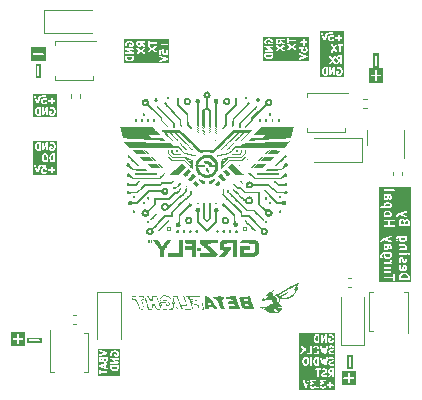
<source format=gbr>
%TF.GenerationSoftware,KiCad,Pcbnew,7.0.9*%
%TF.CreationDate,2024-03-28T09:14:24+03:00*%
%TF.ProjectId,MicroFlightController-v2,4d696372-6f46-46c6-9967-6874436f6e74,rev?*%
%TF.SameCoordinates,Original*%
%TF.FileFunction,Legend,Bot*%
%TF.FilePolarity,Positive*%
%FSLAX46Y46*%
G04 Gerber Fmt 4.6, Leading zero omitted, Abs format (unit mm)*
G04 Created by KiCad (PCBNEW 7.0.9) date 2024-03-28 09:14:24*
%MOMM*%
%LPD*%
G01*
G04 APERTURE LIST*
%ADD10C,0.150000*%
%ADD11C,0.120000*%
G04 APERTURE END LIST*
D10*
G36*
X165277052Y-103862556D02*
G01*
X165334992Y-103891526D01*
X165390056Y-103946590D01*
X165418704Y-104032532D01*
X165418704Y-104135839D01*
X164768704Y-104135839D01*
X164768704Y-104032533D01*
X164797352Y-103946590D01*
X164852417Y-103891526D01*
X164910355Y-103862556D01*
X165045796Y-103828696D01*
X165141612Y-103828696D01*
X165277052Y-103862556D01*
G37*
G36*
X165133040Y-103161978D02*
G01*
X165152038Y-103199973D01*
X165152038Y-103316943D01*
X165133039Y-103354938D01*
X165095046Y-103373935D01*
X165051857Y-103373935D01*
X165097774Y-103144345D01*
X165133040Y-103161978D01*
G37*
G36*
X163864038Y-102133306D02*
G01*
X163864038Y-102250276D01*
X163839302Y-102299745D01*
X163818419Y-102320629D01*
X163768951Y-102345363D01*
X163575791Y-102345363D01*
X163526321Y-102320627D01*
X163505438Y-102299744D01*
X163480704Y-102250276D01*
X163480704Y-102133306D01*
X163490152Y-102114410D01*
X163854590Y-102114410D01*
X163864038Y-102133306D01*
G37*
G36*
X163635466Y-101391791D02*
G01*
X163635466Y-101564562D01*
X163616469Y-101602555D01*
X163578475Y-101621553D01*
X163537696Y-101621553D01*
X163499700Y-101602554D01*
X163480704Y-101564561D01*
X163480704Y-101409496D01*
X163490152Y-101390600D01*
X163635676Y-101390600D01*
X163635466Y-101391791D01*
G37*
G36*
X165152038Y-100723783D02*
G01*
X165152038Y-100840753D01*
X165127302Y-100890222D01*
X165106419Y-100911106D01*
X165056951Y-100935840D01*
X164863791Y-100935840D01*
X164814321Y-100911104D01*
X164793438Y-100890221D01*
X164768704Y-100840753D01*
X164768704Y-100723783D01*
X164778152Y-100704887D01*
X165142590Y-100704887D01*
X165152038Y-100723783D01*
G37*
G36*
X164992133Y-99282001D02*
G01*
X165009105Y-99298972D01*
X165037752Y-99384913D01*
X165037752Y-99564410D01*
X164768704Y-99564410D01*
X164768704Y-99352354D01*
X164793438Y-99302886D01*
X164814321Y-99282002D01*
X164863791Y-99257267D01*
X164942665Y-99257267D01*
X164992133Y-99282001D01*
G37*
G36*
X165373087Y-99320097D02*
G01*
X165393969Y-99340979D01*
X165418704Y-99390448D01*
X165418704Y-99564410D01*
X165187752Y-99564410D01*
X165187752Y-99390448D01*
X165212486Y-99340979D01*
X165233368Y-99320097D01*
X165282838Y-99295363D01*
X165323618Y-99295363D01*
X165373087Y-99320097D01*
G37*
G36*
X163818420Y-98596286D02*
G01*
X163839303Y-98617169D01*
X163864038Y-98666638D01*
X163864038Y-98745513D01*
X163839302Y-98794982D01*
X163818419Y-98815866D01*
X163768951Y-98840600D01*
X163575791Y-98840600D01*
X163526321Y-98815864D01*
X163505438Y-98794981D01*
X163480704Y-98745513D01*
X163480704Y-98666638D01*
X163505439Y-98617168D01*
X163526322Y-98596286D01*
X163575790Y-98571552D01*
X163768952Y-98571552D01*
X163818420Y-98596286D01*
G37*
G36*
X163818420Y-97872476D02*
G01*
X163839303Y-97893359D01*
X163864038Y-97942828D01*
X163864038Y-98059798D01*
X163854590Y-98078694D01*
X163490152Y-98078694D01*
X163480704Y-98059798D01*
X163480704Y-97942828D01*
X163505439Y-97893358D01*
X163526322Y-97872476D01*
X163575790Y-97847742D01*
X163768952Y-97847742D01*
X163818420Y-97872476D01*
G37*
G36*
X163635466Y-97163218D02*
G01*
X163635466Y-97335989D01*
X163616469Y-97373982D01*
X163578475Y-97392980D01*
X163537696Y-97392980D01*
X163499700Y-97373981D01*
X163480704Y-97335988D01*
X163480704Y-97180923D01*
X163490152Y-97162027D01*
X163635676Y-97162027D01*
X163635466Y-97163218D01*
G37*
G36*
X165682990Y-104513272D02*
G01*
X162949752Y-104513272D01*
X162949752Y-104083530D01*
X163331843Y-104083530D01*
X163340752Y-104134054D01*
X163380052Y-104167031D01*
X163405704Y-104171554D01*
X164130704Y-104171554D01*
X164130704Y-104325125D01*
X164148251Y-104373334D01*
X164192680Y-104398986D01*
X164243204Y-104390077D01*
X164276181Y-104350777D01*
X164280704Y-104325125D01*
X164280704Y-104210839D01*
X164618704Y-104210839D01*
X164625367Y-104229147D01*
X164628752Y-104248339D01*
X164633936Y-104252689D01*
X164636251Y-104259048D01*
X164653124Y-104268790D01*
X164668052Y-104281316D01*
X164677794Y-104283033D01*
X164680680Y-104284700D01*
X164683962Y-104284121D01*
X164693704Y-104285839D01*
X165493704Y-104285839D01*
X165512012Y-104279175D01*
X165531204Y-104275791D01*
X165535554Y-104270606D01*
X165541913Y-104268292D01*
X165551655Y-104251418D01*
X165564181Y-104236491D01*
X165565898Y-104226748D01*
X165567565Y-104223863D01*
X165566986Y-104220580D01*
X165568704Y-104210839D01*
X165568704Y-104020363D01*
X165568143Y-104018824D01*
X165564855Y-103996646D01*
X165526760Y-103882360D01*
X165523973Y-103878849D01*
X165523583Y-103874381D01*
X165508642Y-103853044D01*
X165432452Y-103776854D01*
X165430970Y-103776163D01*
X165412960Y-103762805D01*
X165336769Y-103724710D01*
X165333242Y-103724304D01*
X165321419Y-103719031D01*
X165169038Y-103680935D01*
X165165589Y-103681295D01*
X165150847Y-103678696D01*
X165036561Y-103678696D01*
X165033303Y-103679881D01*
X165018371Y-103680935D01*
X164865989Y-103719031D01*
X164863043Y-103721020D01*
X164850639Y-103724710D01*
X164774449Y-103762805D01*
X164773325Y-103763991D01*
X164754957Y-103776854D01*
X164678767Y-103853044D01*
X164676871Y-103857108D01*
X164673052Y-103859455D01*
X164660649Y-103882360D01*
X164622553Y-103996646D01*
X164622597Y-103998280D01*
X164618704Y-104020363D01*
X164618704Y-104210839D01*
X164280704Y-104210839D01*
X164280704Y-103867982D01*
X164263157Y-103819773D01*
X164218728Y-103794121D01*
X164168204Y-103803030D01*
X164135227Y-103842330D01*
X164130704Y-103867982D01*
X164130704Y-104021554D01*
X163405704Y-104021554D01*
X163357495Y-104039101D01*
X163331843Y-104083530D01*
X162949752Y-104083530D01*
X162949752Y-103487030D01*
X163330704Y-103487030D01*
X163332237Y-103491243D01*
X163331196Y-103495605D01*
X163338622Y-103520572D01*
X163376718Y-103596761D01*
X163384871Y-103604480D01*
X163389338Y-103614785D01*
X163410259Y-103630302D01*
X163486449Y-103668397D01*
X163490902Y-103668909D01*
X163494338Y-103671792D01*
X163519990Y-103676315D01*
X163939038Y-103676315D01*
X163987247Y-103658768D01*
X164012899Y-103614339D01*
X164003990Y-103563815D01*
X163964690Y-103530838D01*
X163939038Y-103526315D01*
X163537695Y-103526315D01*
X163499701Y-103507318D01*
X163480704Y-103469324D01*
X163480704Y-103390449D01*
X163505439Y-103340979D01*
X163511770Y-103334649D01*
X164618704Y-103334649D01*
X164620237Y-103338862D01*
X164619196Y-103343224D01*
X164626622Y-103368191D01*
X164664718Y-103444380D01*
X164672870Y-103452098D01*
X164677337Y-103462403D01*
X164698258Y-103477921D01*
X164774448Y-103516016D01*
X164778901Y-103516528D01*
X164782338Y-103519412D01*
X164807990Y-103523935D01*
X165112752Y-103523935D01*
X165116965Y-103522401D01*
X165121327Y-103523443D01*
X165146294Y-103516017D01*
X165222483Y-103477921D01*
X165230201Y-103469768D01*
X165240506Y-103465302D01*
X165256024Y-103444381D01*
X165294119Y-103368191D01*
X165294631Y-103363737D01*
X165297515Y-103360301D01*
X165302038Y-103334649D01*
X165302038Y-103182268D01*
X165300504Y-103178054D01*
X165301546Y-103173693D01*
X165294120Y-103148726D01*
X165256024Y-103072536D01*
X165247870Y-103064816D01*
X165243404Y-103054512D01*
X165222483Y-103038995D01*
X165146293Y-103000900D01*
X165141839Y-103000387D01*
X165138404Y-102997505D01*
X165112752Y-102992982D01*
X165036561Y-102992982D01*
X165024916Y-102997220D01*
X165012527Y-102996937D01*
X165001556Y-103005722D01*
X164988352Y-103010529D01*
X164982156Y-103021260D01*
X164972483Y-103029007D01*
X164963017Y-103053274D01*
X164898885Y-103373935D01*
X164825696Y-103373935D01*
X164787700Y-103354936D01*
X164768704Y-103316943D01*
X164768704Y-103199973D01*
X164798882Y-103139619D01*
X164804747Y-103088652D01*
X164776481Y-103045839D01*
X164727307Y-103031212D01*
X164680236Y-103051615D01*
X164664718Y-103072536D01*
X164626622Y-103148727D01*
X164626109Y-103153180D01*
X164623227Y-103156616D01*
X164618704Y-103182268D01*
X164618704Y-103334649D01*
X163511770Y-103334649D01*
X163512961Y-103333458D01*
X163939038Y-103333458D01*
X163987247Y-103315911D01*
X164012899Y-103271482D01*
X164003990Y-103220958D01*
X163964690Y-103187981D01*
X163939038Y-103183458D01*
X163405704Y-103183458D01*
X163357495Y-103201005D01*
X163331843Y-103245434D01*
X163340752Y-103295958D01*
X163354483Y-103307480D01*
X163338622Y-103339203D01*
X163338109Y-103343656D01*
X163335227Y-103347092D01*
X163330704Y-103372744D01*
X163330704Y-103487030D01*
X162949752Y-103487030D01*
X162949752Y-102864481D01*
X163331843Y-102864481D01*
X163340752Y-102915005D01*
X163380052Y-102947982D01*
X163405704Y-102952505D01*
X163939038Y-102952505D01*
X163987247Y-102934958D01*
X164012899Y-102890529D01*
X164003990Y-102840005D01*
X163976840Y-102817223D01*
X164006120Y-102758666D01*
X164006632Y-102754211D01*
X164009515Y-102750776D01*
X164014038Y-102725124D01*
X164014038Y-102687030D01*
X164618704Y-102687030D01*
X164620237Y-102691243D01*
X164619196Y-102695605D01*
X164626622Y-102720571D01*
X164664718Y-102796762D01*
X164701972Y-102832034D01*
X164753183Y-102835108D01*
X164794388Y-102804545D01*
X164806308Y-102754646D01*
X164798882Y-102729679D01*
X164768704Y-102669324D01*
X164768704Y-102552355D01*
X164787700Y-102514361D01*
X164825696Y-102495363D01*
X164828380Y-102495363D01*
X164866374Y-102514360D01*
X164885371Y-102552354D01*
X164885371Y-102648935D01*
X164886904Y-102653148D01*
X164885863Y-102657509D01*
X164893289Y-102682476D01*
X164931384Y-102758666D01*
X164939538Y-102766386D01*
X164944004Y-102776689D01*
X164964925Y-102792207D01*
X165041115Y-102830303D01*
X165045569Y-102830815D01*
X165049005Y-102833698D01*
X165074657Y-102838221D01*
X165112752Y-102838221D01*
X165116965Y-102836687D01*
X165121327Y-102837729D01*
X165146294Y-102830303D01*
X165222483Y-102792207D01*
X165230201Y-102784054D01*
X165240506Y-102779588D01*
X165256024Y-102758667D01*
X165294119Y-102682477D01*
X165294631Y-102678023D01*
X165297515Y-102674587D01*
X165302038Y-102648935D01*
X165302038Y-102534649D01*
X165300504Y-102530434D01*
X165301546Y-102526073D01*
X165294119Y-102501107D01*
X165256024Y-102424917D01*
X165218769Y-102389645D01*
X165167559Y-102386571D01*
X165126353Y-102417135D01*
X165114434Y-102467034D01*
X165121860Y-102492001D01*
X165152038Y-102552354D01*
X165152038Y-102631229D01*
X165133039Y-102669224D01*
X165095046Y-102688221D01*
X165092362Y-102688221D01*
X165054367Y-102669223D01*
X165035371Y-102631230D01*
X165035371Y-102534649D01*
X165033837Y-102530435D01*
X165034879Y-102526075D01*
X165027453Y-102501108D01*
X164989358Y-102424918D01*
X164981203Y-102417197D01*
X164976738Y-102406895D01*
X164955817Y-102391377D01*
X164879626Y-102353281D01*
X164875172Y-102352768D01*
X164871737Y-102349886D01*
X164846085Y-102345363D01*
X164807990Y-102345363D01*
X164803775Y-102346896D01*
X164799414Y-102345855D01*
X164774448Y-102353282D01*
X164698258Y-102391377D01*
X164690537Y-102399531D01*
X164680236Y-102403997D01*
X164664718Y-102424918D01*
X164626622Y-102501107D01*
X164626109Y-102505561D01*
X164623227Y-102508997D01*
X164618704Y-102534649D01*
X164618704Y-102687030D01*
X164014038Y-102687030D01*
X164014038Y-102648934D01*
X163996491Y-102600725D01*
X163952062Y-102575073D01*
X163901538Y-102583982D01*
X163868561Y-102623282D01*
X163864038Y-102648934D01*
X163864038Y-102707418D01*
X163839303Y-102756887D01*
X163818420Y-102777771D01*
X163768952Y-102802505D01*
X163405704Y-102802505D01*
X163357495Y-102820052D01*
X163331843Y-102864481D01*
X162949752Y-102864481D01*
X162949752Y-102306077D01*
X163064038Y-102306077D01*
X163065571Y-102310290D01*
X163064530Y-102314651D01*
X163071956Y-102339618D01*
X163110051Y-102415808D01*
X163147305Y-102451080D01*
X163198516Y-102454155D01*
X163239721Y-102423591D01*
X163251641Y-102373693D01*
X163244215Y-102348726D01*
X163214038Y-102288372D01*
X163214038Y-102209496D01*
X163238772Y-102160027D01*
X163259655Y-102139143D01*
X163309124Y-102114410D01*
X163330914Y-102114410D01*
X163330704Y-102115601D01*
X163330704Y-102267982D01*
X163332237Y-102272195D01*
X163331196Y-102276557D01*
X163338622Y-102301524D01*
X163376718Y-102377713D01*
X163377907Y-102378838D01*
X163390767Y-102397205D01*
X163428862Y-102435300D01*
X163430344Y-102435991D01*
X163448353Y-102449349D01*
X163524543Y-102487444D01*
X163528996Y-102487956D01*
X163532433Y-102490840D01*
X163558085Y-102495363D01*
X163786657Y-102495363D01*
X163790870Y-102493829D01*
X163795232Y-102494871D01*
X163820199Y-102487445D01*
X163896388Y-102449349D01*
X163897513Y-102448159D01*
X163915880Y-102435300D01*
X163953975Y-102397205D01*
X163954666Y-102395722D01*
X163968024Y-102377714D01*
X164006119Y-102301524D01*
X164006631Y-102297070D01*
X164009515Y-102293634D01*
X164014038Y-102267982D01*
X164014038Y-102115601D01*
X164012504Y-102111387D01*
X164013546Y-102107026D01*
X164006120Y-102082059D01*
X164001327Y-102072475D01*
X164005942Y-102064482D01*
X164619843Y-102064482D01*
X164628752Y-102115006D01*
X164668052Y-102147983D01*
X164693704Y-102152506D01*
X165227038Y-102152506D01*
X165275247Y-102134959D01*
X165300899Y-102090530D01*
X165297450Y-102070970D01*
X165342800Y-102070970D01*
X165347842Y-102089788D01*
X165349540Y-102109201D01*
X165352211Y-102113015D01*
X165352562Y-102115006D01*
X165355089Y-102117127D01*
X165355214Y-102117305D01*
X165356077Y-102120524D01*
X165358806Y-102122435D01*
X165364480Y-102130538D01*
X165402575Y-102168634D01*
X165420233Y-102176868D01*
X165436198Y-102188047D01*
X165442940Y-102187457D01*
X165449071Y-102190316D01*
X165467890Y-102185273D01*
X165487306Y-102183575D01*
X165495409Y-102177900D01*
X165498626Y-102177039D01*
X165500536Y-102174310D01*
X165508643Y-102168634D01*
X165546738Y-102130538D01*
X165554972Y-102112877D01*
X165566148Y-102096917D01*
X165565849Y-102093501D01*
X165567565Y-102090530D01*
X165566968Y-102087149D01*
X165568418Y-102084042D01*
X165563375Y-102065221D01*
X165561677Y-102045810D01*
X165559007Y-102041996D01*
X165558656Y-102040006D01*
X165556127Y-102037884D01*
X165556002Y-102037705D01*
X165555140Y-102034487D01*
X165552410Y-102032575D01*
X165546737Y-102024473D01*
X165508642Y-101986378D01*
X165490981Y-101978143D01*
X165475020Y-101966967D01*
X165468278Y-101967556D01*
X165462145Y-101964697D01*
X165443323Y-101969739D01*
X165423913Y-101971438D01*
X165415810Y-101977111D01*
X165412591Y-101977974D01*
X165410679Y-101980704D01*
X165402576Y-101986378D01*
X165364481Y-102024473D01*
X165356246Y-102042131D01*
X165345070Y-102058094D01*
X165345368Y-102061510D01*
X165343653Y-102064482D01*
X165344249Y-102067862D01*
X165342800Y-102070970D01*
X165297450Y-102070970D01*
X165291990Y-102040006D01*
X165252690Y-102007029D01*
X165227038Y-102002506D01*
X164693704Y-102002506D01*
X164645495Y-102020053D01*
X164619843Y-102064482D01*
X164005942Y-102064482D01*
X164012899Y-102052434D01*
X164003990Y-102001910D01*
X163964690Y-101968933D01*
X163939038Y-101964410D01*
X163291419Y-101964410D01*
X163287206Y-101965943D01*
X163282845Y-101964901D01*
X163257878Y-101972328D01*
X163181687Y-102010423D01*
X163180562Y-102011610D01*
X163162194Y-102024473D01*
X163124099Y-102062569D01*
X163123407Y-102064051D01*
X163110051Y-102082060D01*
X163071956Y-102158250D01*
X163071443Y-102162703D01*
X163068561Y-102166139D01*
X163064038Y-102191791D01*
X163064038Y-102306077D01*
X162949752Y-102306077D01*
X162949752Y-101582267D01*
X163330704Y-101582267D01*
X163332237Y-101586480D01*
X163331196Y-101590842D01*
X163338622Y-101615809D01*
X163376718Y-101691998D01*
X163384870Y-101699716D01*
X163389337Y-101710021D01*
X163410258Y-101725539D01*
X163486448Y-101763634D01*
X163490901Y-101764146D01*
X163494338Y-101767030D01*
X163519990Y-101771553D01*
X163596180Y-101771553D01*
X163600393Y-101770019D01*
X163604755Y-101771061D01*
X163629721Y-101763635D01*
X163705912Y-101725539D01*
X163713631Y-101717385D01*
X163723936Y-101712919D01*
X163739453Y-101691998D01*
X163777548Y-101615808D01*
X163778060Y-101611354D01*
X163780943Y-101607919D01*
X163785466Y-101582267D01*
X163785466Y-101409495D01*
X163794914Y-101390600D01*
X163807047Y-101390600D01*
X163845040Y-101409596D01*
X163864038Y-101447591D01*
X163864038Y-101564561D01*
X163833860Y-101624915D01*
X163827995Y-101675882D01*
X163856261Y-101718695D01*
X163905435Y-101733322D01*
X163952506Y-101712920D01*
X163968024Y-101691999D01*
X163972259Y-101683530D01*
X164619843Y-101683530D01*
X164628752Y-101734054D01*
X164668052Y-101767031D01*
X164693704Y-101771554D01*
X165227038Y-101771554D01*
X165275247Y-101754007D01*
X165300899Y-101709578D01*
X165291990Y-101659054D01*
X165278258Y-101647531D01*
X165294119Y-101615811D01*
X165294631Y-101611357D01*
X165297515Y-101607921D01*
X165302038Y-101582269D01*
X165302038Y-101467983D01*
X165300504Y-101463769D01*
X165301546Y-101459408D01*
X165294120Y-101434441D01*
X165256024Y-101358251D01*
X165247870Y-101350531D01*
X165243404Y-101340227D01*
X165222483Y-101324710D01*
X165146293Y-101286615D01*
X165141839Y-101286102D01*
X165138404Y-101283220D01*
X165112752Y-101278697D01*
X164693704Y-101278697D01*
X164645495Y-101296244D01*
X164619843Y-101340673D01*
X164628752Y-101391197D01*
X164668052Y-101424174D01*
X164693704Y-101428697D01*
X165095047Y-101428697D01*
X165133040Y-101447693D01*
X165152038Y-101485688D01*
X165152038Y-101564563D01*
X165127302Y-101614032D01*
X165119781Y-101621554D01*
X164693704Y-101621554D01*
X164645495Y-101639101D01*
X164619843Y-101683530D01*
X163972259Y-101683530D01*
X164006119Y-101615809D01*
X164006631Y-101611355D01*
X164009515Y-101607919D01*
X164014038Y-101582267D01*
X164014038Y-101429886D01*
X164012504Y-101425672D01*
X164013546Y-101421311D01*
X164006120Y-101396344D01*
X163968024Y-101320154D01*
X163959870Y-101312434D01*
X163955404Y-101302130D01*
X163934483Y-101286613D01*
X163858293Y-101248518D01*
X163853839Y-101248005D01*
X163850404Y-101245123D01*
X163824752Y-101240600D01*
X163405704Y-101240600D01*
X163357495Y-101258147D01*
X163331843Y-101302576D01*
X163340752Y-101353100D01*
X163341065Y-101353363D01*
X163338622Y-101358250D01*
X163338109Y-101362703D01*
X163335227Y-101366139D01*
X163330704Y-101391791D01*
X163330704Y-101582267D01*
X162949752Y-101582267D01*
X162949752Y-101028264D01*
X163066091Y-101028264D01*
X163094358Y-101071077D01*
X163143532Y-101085703D01*
X163190603Y-101065300D01*
X163206120Y-101044379D01*
X163238772Y-100979073D01*
X163257375Y-100960470D01*
X163407206Y-100900538D01*
X163913813Y-101081469D01*
X163965115Y-101081158D01*
X164004216Y-101047945D01*
X164012819Y-100997368D01*
X163986900Y-100953095D01*
X163964263Y-100940207D01*
X163842035Y-100896554D01*
X164352038Y-100896554D01*
X164353571Y-100900767D01*
X164352530Y-100905128D01*
X164359956Y-100930095D01*
X164398051Y-101006285D01*
X164435305Y-101041557D01*
X164486516Y-101044632D01*
X164527721Y-101014068D01*
X164539641Y-100964170D01*
X164532215Y-100939203D01*
X164502038Y-100878849D01*
X164502038Y-100799973D01*
X164526772Y-100750504D01*
X164547655Y-100729620D01*
X164597124Y-100704887D01*
X164618914Y-100704887D01*
X164618704Y-100706078D01*
X164618704Y-100858459D01*
X164620237Y-100862672D01*
X164619196Y-100867034D01*
X164626622Y-100892001D01*
X164664718Y-100968190D01*
X164665907Y-100969315D01*
X164678767Y-100987682D01*
X164716862Y-101025777D01*
X164718344Y-101026468D01*
X164736353Y-101039826D01*
X164812543Y-101077921D01*
X164816996Y-101078433D01*
X164820433Y-101081317D01*
X164846085Y-101085840D01*
X165074657Y-101085840D01*
X165078870Y-101084306D01*
X165083232Y-101085348D01*
X165108199Y-101077922D01*
X165184388Y-101039826D01*
X165185513Y-101038636D01*
X165203880Y-101025777D01*
X165241975Y-100987682D01*
X165242666Y-100986199D01*
X165256024Y-100968191D01*
X165294119Y-100892001D01*
X165294631Y-100887547D01*
X165297515Y-100884111D01*
X165302038Y-100858459D01*
X165302038Y-100706078D01*
X165300504Y-100701864D01*
X165301546Y-100697503D01*
X165294120Y-100672536D01*
X165289327Y-100662952D01*
X165300899Y-100642911D01*
X165291990Y-100592387D01*
X165252690Y-100559410D01*
X165227038Y-100554887D01*
X164579419Y-100554887D01*
X164575206Y-100556420D01*
X164570845Y-100555378D01*
X164545878Y-100562805D01*
X164469687Y-100600900D01*
X164468562Y-100602087D01*
X164450194Y-100614950D01*
X164412099Y-100653046D01*
X164411407Y-100654528D01*
X164398051Y-100672537D01*
X164359956Y-100748727D01*
X164359443Y-100753180D01*
X164356561Y-100756616D01*
X164352038Y-100782268D01*
X164352038Y-100896554D01*
X163842035Y-100896554D01*
X163628695Y-100820361D01*
X163964263Y-100700516D01*
X164003762Y-100667777D01*
X164012976Y-100617308D01*
X163987593Y-100572724D01*
X163939491Y-100554886D01*
X163913812Y-100559254D01*
X163380479Y-100749731D01*
X163380107Y-100750039D01*
X163379627Y-100750042D01*
X163379138Y-100750456D01*
X163377850Y-100750726D01*
X163187374Y-100826916D01*
X163185729Y-100828386D01*
X163183532Y-100828579D01*
X163162195Y-100843519D01*
X163124100Y-100881614D01*
X163123409Y-100883095D01*
X163110051Y-100901106D01*
X163071956Y-100977297D01*
X163066091Y-101028264D01*
X162949752Y-101028264D01*
X162949752Y-99702575D01*
X163331843Y-99702575D01*
X163340752Y-99753099D01*
X163380052Y-99786076D01*
X163405704Y-99790599D01*
X164205704Y-99790599D01*
X164253913Y-99773052D01*
X164279565Y-99728623D01*
X164270656Y-99678099D01*
X164231356Y-99645122D01*
X164205704Y-99640599D01*
X163899752Y-99640599D01*
X163899752Y-99639410D01*
X164618704Y-99639410D01*
X164625367Y-99657718D01*
X164628752Y-99676910D01*
X164633936Y-99681260D01*
X164636251Y-99687619D01*
X164653124Y-99697361D01*
X164668052Y-99709887D01*
X164677794Y-99711604D01*
X164680680Y-99713271D01*
X164683962Y-99712692D01*
X164693704Y-99714410D01*
X165493704Y-99714410D01*
X165512012Y-99707746D01*
X165531204Y-99704362D01*
X165535554Y-99699177D01*
X165541913Y-99696863D01*
X165551655Y-99679989D01*
X165564181Y-99665062D01*
X165565898Y-99655319D01*
X165567565Y-99652434D01*
X165566986Y-99649151D01*
X165568704Y-99639410D01*
X165568704Y-99372744D01*
X165567170Y-99368531D01*
X165568213Y-99364170D01*
X165560786Y-99339203D01*
X165522691Y-99263012D01*
X165521501Y-99261886D01*
X165508642Y-99243520D01*
X165470547Y-99205425D01*
X165469065Y-99204734D01*
X165451055Y-99191376D01*
X165374864Y-99153281D01*
X165370410Y-99152768D01*
X165366975Y-99149886D01*
X165341323Y-99145363D01*
X165265133Y-99145363D01*
X165260920Y-99146896D01*
X165256559Y-99145854D01*
X165231592Y-99153281D01*
X165155401Y-99191376D01*
X165154275Y-99192565D01*
X165135909Y-99205425D01*
X165131074Y-99210259D01*
X165127689Y-99205424D01*
X165089593Y-99167329D01*
X165088107Y-99166636D01*
X165070102Y-99153281D01*
X164993913Y-99115185D01*
X164989458Y-99114672D01*
X164986023Y-99111790D01*
X164960371Y-99107267D01*
X164846085Y-99107267D01*
X164841870Y-99108800D01*
X164837509Y-99107759D01*
X164812543Y-99115186D01*
X164736353Y-99153281D01*
X164735225Y-99154472D01*
X164716862Y-99167330D01*
X164678767Y-99205425D01*
X164678074Y-99206909D01*
X164664718Y-99224917D01*
X164626622Y-99301106D01*
X164626109Y-99305560D01*
X164623227Y-99308996D01*
X164618704Y-99334648D01*
X164618704Y-99639410D01*
X163899752Y-99639410D01*
X163899752Y-99333456D01*
X164205704Y-99333456D01*
X164253913Y-99315909D01*
X164279565Y-99271480D01*
X164270656Y-99220956D01*
X164231356Y-99187979D01*
X164205704Y-99183456D01*
X163405704Y-99183456D01*
X163357495Y-99201003D01*
X163331843Y-99245432D01*
X163340752Y-99295956D01*
X163380052Y-99328933D01*
X163405704Y-99333456D01*
X163749752Y-99333456D01*
X163749752Y-99640599D01*
X163405704Y-99640599D01*
X163357495Y-99658146D01*
X163331843Y-99702575D01*
X162949752Y-99702575D01*
X162949752Y-98763219D01*
X163330704Y-98763219D01*
X163332237Y-98767432D01*
X163331196Y-98771794D01*
X163338622Y-98796761D01*
X163376718Y-98872950D01*
X163377907Y-98874075D01*
X163390767Y-98892442D01*
X163428862Y-98930537D01*
X163430344Y-98931228D01*
X163448353Y-98944586D01*
X163524543Y-98982681D01*
X163528996Y-98983193D01*
X163532433Y-98986077D01*
X163558085Y-98990600D01*
X163786657Y-98990600D01*
X163790870Y-98989066D01*
X163795232Y-98990108D01*
X163820199Y-98982682D01*
X163896388Y-98944586D01*
X163897513Y-98943396D01*
X163912323Y-98933027D01*
X164354091Y-98933027D01*
X164382358Y-98975840D01*
X164431532Y-98990466D01*
X164478603Y-98970063D01*
X164494120Y-98949142D01*
X164526772Y-98883836D01*
X164545375Y-98865233D01*
X164695206Y-98805301D01*
X165201813Y-98986232D01*
X165253115Y-98985921D01*
X165292216Y-98952708D01*
X165300819Y-98902131D01*
X165274900Y-98857858D01*
X165252263Y-98844970D01*
X164916695Y-98725124D01*
X165252263Y-98605279D01*
X165291762Y-98572540D01*
X165300976Y-98522071D01*
X165275593Y-98477487D01*
X165227491Y-98459649D01*
X165201812Y-98464017D01*
X164668479Y-98654494D01*
X164668107Y-98654802D01*
X164667627Y-98654805D01*
X164667138Y-98655219D01*
X164665850Y-98655489D01*
X164475374Y-98731679D01*
X164473729Y-98733149D01*
X164471532Y-98733342D01*
X164450195Y-98748282D01*
X164412100Y-98786377D01*
X164411409Y-98787858D01*
X164398051Y-98805869D01*
X164359956Y-98882060D01*
X164354091Y-98933027D01*
X163912323Y-98933027D01*
X163915880Y-98930537D01*
X163953975Y-98892442D01*
X163954666Y-98890959D01*
X163968024Y-98872951D01*
X164006119Y-98796761D01*
X164006631Y-98792307D01*
X164009515Y-98788871D01*
X164014038Y-98763219D01*
X164014038Y-98648933D01*
X164012504Y-98644719D01*
X164013546Y-98640358D01*
X164006120Y-98615391D01*
X163968024Y-98539201D01*
X163966834Y-98538075D01*
X163953975Y-98519709D01*
X163915880Y-98481614D01*
X163914398Y-98480923D01*
X163896388Y-98467565D01*
X163820198Y-98429470D01*
X163815744Y-98428957D01*
X163812309Y-98426075D01*
X163786657Y-98421552D01*
X163558085Y-98421552D01*
X163553871Y-98423085D01*
X163549511Y-98422044D01*
X163524544Y-98429470D01*
X163448354Y-98467565D01*
X163447228Y-98468754D01*
X163428862Y-98481614D01*
X163390767Y-98519709D01*
X163390074Y-98521193D01*
X163376718Y-98539201D01*
X163338622Y-98615392D01*
X163338109Y-98619845D01*
X163335227Y-98623281D01*
X163330704Y-98648933D01*
X163330704Y-98763219D01*
X162949752Y-98763219D01*
X162949752Y-98140670D01*
X163065177Y-98140670D01*
X163074086Y-98191194D01*
X163113386Y-98224171D01*
X163139038Y-98228694D01*
X163939038Y-98228694D01*
X163987247Y-98211147D01*
X164012899Y-98166718D01*
X164003990Y-98116194D01*
X164003676Y-98115930D01*
X164006119Y-98111046D01*
X164006631Y-98106592D01*
X164009515Y-98103156D01*
X164014038Y-98077504D01*
X164014038Y-97925123D01*
X164012504Y-97920909D01*
X164013546Y-97916548D01*
X164006120Y-97891581D01*
X163968024Y-97815391D01*
X163966834Y-97814265D01*
X163953975Y-97795899D01*
X163915880Y-97757804D01*
X163914398Y-97757113D01*
X163896388Y-97743755D01*
X163820198Y-97705660D01*
X163815744Y-97705147D01*
X163812309Y-97702265D01*
X163786657Y-97697742D01*
X163558085Y-97697742D01*
X163553871Y-97699275D01*
X163549511Y-97698234D01*
X163524544Y-97705660D01*
X163448354Y-97743755D01*
X163447228Y-97744944D01*
X163428862Y-97757804D01*
X163390767Y-97795899D01*
X163390074Y-97797383D01*
X163376718Y-97815391D01*
X163338622Y-97891582D01*
X163338109Y-97896035D01*
X163335227Y-97899471D01*
X163330704Y-97925123D01*
X163330704Y-98077504D01*
X163331137Y-98078694D01*
X163139038Y-98078694D01*
X163090829Y-98096241D01*
X163065177Y-98140670D01*
X162949752Y-98140670D01*
X162949752Y-97353694D01*
X163330704Y-97353694D01*
X163332237Y-97357907D01*
X163331196Y-97362269D01*
X163338622Y-97387236D01*
X163376718Y-97463425D01*
X163384870Y-97471143D01*
X163389337Y-97481448D01*
X163410258Y-97496966D01*
X163486448Y-97535061D01*
X163490901Y-97535573D01*
X163494338Y-97538457D01*
X163519990Y-97542980D01*
X163596180Y-97542980D01*
X163600393Y-97541446D01*
X163604755Y-97542488D01*
X163629721Y-97535062D01*
X163705912Y-97496966D01*
X163713631Y-97488812D01*
X163723936Y-97484346D01*
X163739453Y-97463425D01*
X163777548Y-97387235D01*
X163778060Y-97382781D01*
X163780943Y-97379346D01*
X163785466Y-97353694D01*
X163785466Y-97180922D01*
X163794914Y-97162027D01*
X163807047Y-97162027D01*
X163845040Y-97181023D01*
X163864038Y-97219018D01*
X163864038Y-97335988D01*
X163833860Y-97396342D01*
X163827995Y-97447309D01*
X163856261Y-97490122D01*
X163905435Y-97504749D01*
X163952506Y-97484347D01*
X163968024Y-97463426D01*
X164006119Y-97387236D01*
X164006631Y-97382782D01*
X164009515Y-97379346D01*
X164014038Y-97353694D01*
X164014038Y-97201313D01*
X164012504Y-97197099D01*
X164013546Y-97192738D01*
X164006120Y-97167771D01*
X163968024Y-97091581D01*
X163959870Y-97083861D01*
X163955404Y-97073557D01*
X163934483Y-97058040D01*
X163858293Y-97019945D01*
X163853839Y-97019432D01*
X163850404Y-97016550D01*
X163824752Y-97012027D01*
X163405704Y-97012027D01*
X163357495Y-97029574D01*
X163331843Y-97074003D01*
X163340752Y-97124527D01*
X163341065Y-97124790D01*
X163338622Y-97129677D01*
X163338109Y-97134130D01*
X163335227Y-97137566D01*
X163330704Y-97163218D01*
X163330704Y-97353694D01*
X162949752Y-97353694D01*
X162949752Y-96600364D01*
X163331196Y-96600364D01*
X163338622Y-96625331D01*
X163376718Y-96701520D01*
X163384871Y-96709239D01*
X163389338Y-96719544D01*
X163410259Y-96735061D01*
X163486449Y-96773156D01*
X163490902Y-96773668D01*
X163494338Y-96776551D01*
X163519990Y-96781074D01*
X164205704Y-96781074D01*
X164253913Y-96763527D01*
X164279565Y-96719098D01*
X164270656Y-96668574D01*
X164231356Y-96635597D01*
X164205704Y-96631074D01*
X163537695Y-96631074D01*
X163499701Y-96612077D01*
X163472786Y-96558247D01*
X163435531Y-96522975D01*
X163384321Y-96519901D01*
X163343115Y-96550465D01*
X163331196Y-96600364D01*
X162949752Y-96600364D01*
X162949752Y-96405615D01*
X165682990Y-96405615D01*
X165682990Y-104513272D01*
G37*
G36*
X158454887Y-86843771D02*
G01*
X158399199Y-86843771D01*
X158341830Y-86824648D01*
X158305811Y-86788629D01*
X158286367Y-86749739D01*
X158262030Y-86652393D01*
X158262030Y-86585148D01*
X158286367Y-86487802D01*
X158305811Y-86448912D01*
X158341830Y-86412894D01*
X158399199Y-86393771D01*
X158454887Y-86393771D01*
X158454887Y-86843771D01*
G37*
G36*
X159683458Y-85592057D02*
G01*
X159547592Y-85592057D01*
X159517171Y-85576846D01*
X159505812Y-85565487D01*
X159490601Y-85535065D01*
X159490601Y-85484762D01*
X159505812Y-85454339D01*
X159517171Y-85442980D01*
X159547592Y-85427771D01*
X159683458Y-85427771D01*
X159683458Y-85592057D01*
G37*
G36*
X160003748Y-87079485D02*
G01*
X157969201Y-87079485D01*
X157969201Y-86661628D01*
X158112030Y-86661628D01*
X158113215Y-86664885D01*
X158114269Y-86679818D01*
X158142841Y-86794104D01*
X158144829Y-86797047D01*
X158148520Y-86809455D01*
X158177091Y-86866598D01*
X158178280Y-86867723D01*
X158191140Y-86886090D01*
X158248283Y-86943233D01*
X158252346Y-86945127D01*
X158254694Y-86948949D01*
X158277599Y-86961351D01*
X158363313Y-86989922D01*
X158364947Y-86989877D01*
X158387030Y-86993771D01*
X158529887Y-86993771D01*
X158548195Y-86987107D01*
X158567387Y-86983723D01*
X158571737Y-86978538D01*
X158578096Y-86976224D01*
X158587838Y-86959350D01*
X158600364Y-86944423D01*
X158602081Y-86934680D01*
X158603748Y-86931795D01*
X158603169Y-86928512D01*
X158604887Y-86918771D01*
X158740601Y-86918771D01*
X158742972Y-86925287D01*
X158741799Y-86932123D01*
X158751538Y-86948820D01*
X158758148Y-86966980D01*
X158764153Y-86970447D01*
X158767648Y-86976439D01*
X158785839Y-86982968D01*
X158802577Y-86992632D01*
X158809408Y-86991427D01*
X158815935Y-86993770D01*
X158834066Y-86987079D01*
X158853101Y-86983723D01*
X158857558Y-86978410D01*
X158864065Y-86976010D01*
X158880719Y-86955981D01*
X159083458Y-86601187D01*
X159083458Y-86918771D01*
X159101005Y-86966980D01*
X159145434Y-86992632D01*
X159195958Y-86983723D01*
X159228935Y-86944423D01*
X159233458Y-86918771D01*
X159233458Y-86861628D01*
X159340601Y-86861628D01*
X159346200Y-86877012D01*
X159347628Y-86893324D01*
X159357019Y-86906736D01*
X159358148Y-86909837D01*
X159359897Y-86910847D01*
X159362568Y-86914661D01*
X159391140Y-86943233D01*
X159395203Y-86945127D01*
X159397551Y-86948949D01*
X159420456Y-86961351D01*
X159506170Y-86989922D01*
X159507804Y-86989877D01*
X159529887Y-86993771D01*
X159587030Y-86993771D01*
X159588568Y-86993210D01*
X159610747Y-86989922D01*
X159696460Y-86961351D01*
X159699972Y-86958563D01*
X159704440Y-86958173D01*
X159725777Y-86943233D01*
X159782920Y-86886090D01*
X159783611Y-86884608D01*
X159796969Y-86866598D01*
X159825540Y-86809454D01*
X159825945Y-86805927D01*
X159831219Y-86794104D01*
X159859791Y-86679819D01*
X159859430Y-86676370D01*
X159862030Y-86661628D01*
X159862030Y-86575914D01*
X159860844Y-86572657D01*
X159859791Y-86557723D01*
X159831219Y-86443438D01*
X159829230Y-86440494D01*
X159825540Y-86428088D01*
X159796969Y-86370944D01*
X159795779Y-86369818D01*
X159782920Y-86351452D01*
X159725777Y-86294309D01*
X159721713Y-86292414D01*
X159719366Y-86288593D01*
X159696460Y-86276191D01*
X159610747Y-86247620D01*
X159609112Y-86247664D01*
X159587030Y-86243771D01*
X159501316Y-86243771D01*
X159497103Y-86245304D01*
X159492742Y-86244262D01*
X159467776Y-86251689D01*
X159410632Y-86280260D01*
X159375360Y-86317514D01*
X159372285Y-86368724D01*
X159402848Y-86409930D01*
X159452747Y-86421851D01*
X159477714Y-86414424D01*
X159519021Y-86393771D01*
X159574860Y-86393771D01*
X159632230Y-86412894D01*
X159668247Y-86448911D01*
X159687693Y-86487803D01*
X159712030Y-86585148D01*
X159712030Y-86652393D01*
X159687693Y-86749738D01*
X159668247Y-86788630D01*
X159632230Y-86824647D01*
X159574860Y-86843771D01*
X159542056Y-86843771D01*
X159490601Y-86826619D01*
X159490601Y-86736628D01*
X159529887Y-86736628D01*
X159578096Y-86719081D01*
X159603748Y-86674652D01*
X159594839Y-86624128D01*
X159555539Y-86591151D01*
X159529887Y-86586628D01*
X159415601Y-86586628D01*
X159397292Y-86593291D01*
X159378101Y-86596676D01*
X159373750Y-86601860D01*
X159367392Y-86604175D01*
X159357649Y-86621048D01*
X159345124Y-86635976D01*
X159343406Y-86645718D01*
X159341740Y-86648604D01*
X159342318Y-86651886D01*
X159340601Y-86661628D01*
X159340601Y-86861628D01*
X159233458Y-86861628D01*
X159233458Y-86318771D01*
X159231085Y-86312253D01*
X159232260Y-86305418D01*
X159222519Y-86288718D01*
X159215911Y-86270562D01*
X159209907Y-86267095D01*
X159206412Y-86261103D01*
X159188216Y-86254572D01*
X159171482Y-86244910D01*
X159164652Y-86246114D01*
X159158124Y-86243771D01*
X159139988Y-86250463D01*
X159120958Y-86253819D01*
X159116500Y-86259130D01*
X159109994Y-86261532D01*
X159093340Y-86281560D01*
X158890601Y-86636353D01*
X158890601Y-86318771D01*
X158873054Y-86270562D01*
X158828625Y-86244910D01*
X158778101Y-86253819D01*
X158745124Y-86293119D01*
X158740601Y-86318771D01*
X158740601Y-86918771D01*
X158604887Y-86918771D01*
X158604887Y-86318771D01*
X158598223Y-86300462D01*
X158594839Y-86281271D01*
X158589654Y-86276920D01*
X158587340Y-86270562D01*
X158570466Y-86260819D01*
X158555539Y-86248294D01*
X158545796Y-86246576D01*
X158542911Y-86244910D01*
X158539628Y-86245488D01*
X158529887Y-86243771D01*
X158387030Y-86243771D01*
X158385491Y-86244331D01*
X158363313Y-86247620D01*
X158277599Y-86276191D01*
X158274086Y-86278978D01*
X158269620Y-86279369D01*
X158248283Y-86294309D01*
X158191140Y-86351452D01*
X158190449Y-86352933D01*
X158177091Y-86370944D01*
X158148520Y-86428087D01*
X158148113Y-86431615D01*
X158142841Y-86443438D01*
X158114269Y-86557724D01*
X158114629Y-86561172D01*
X158112030Y-86575914D01*
X158112030Y-86661628D01*
X157969201Y-86661628D01*
X157969201Y-85961014D01*
X158741056Y-85961014D01*
X158763794Y-86007003D01*
X158810774Y-86027616D01*
X158860012Y-86013208D01*
X158878005Y-85994374D01*
X159015601Y-85787979D01*
X159153197Y-85994373D01*
X159194539Y-86024752D01*
X159245735Y-86021451D01*
X159282832Y-85986013D01*
X159288470Y-85935021D01*
X159278005Y-85911168D01*
X159105740Y-85652771D01*
X159172407Y-85552771D01*
X159340601Y-85552771D01*
X159342134Y-85556984D01*
X159341093Y-85561346D01*
X159348519Y-85586312D01*
X159377091Y-85643455D01*
X159378280Y-85644580D01*
X159391140Y-85662947D01*
X159419711Y-85691518D01*
X159421196Y-85692210D01*
X159439203Y-85705567D01*
X159482085Y-85727008D01*
X159354159Y-85909761D01*
X159340888Y-85959318D01*
X159362575Y-86005811D01*
X159409075Y-86027487D01*
X159458628Y-86014202D01*
X159477043Y-85995781D01*
X159654650Y-85742057D01*
X159683458Y-85742057D01*
X159683458Y-85952771D01*
X159701005Y-86000980D01*
X159745434Y-86026632D01*
X159795958Y-86017723D01*
X159828935Y-85978423D01*
X159833458Y-85952771D01*
X159833458Y-85352771D01*
X159826794Y-85334462D01*
X159823410Y-85315271D01*
X159818225Y-85310920D01*
X159815911Y-85304562D01*
X159799037Y-85294819D01*
X159784110Y-85282294D01*
X159774367Y-85280576D01*
X159771482Y-85278910D01*
X159768199Y-85279488D01*
X159758458Y-85277771D01*
X159529887Y-85277771D01*
X159525674Y-85279304D01*
X159521313Y-85278262D01*
X159496347Y-85285689D01*
X159439203Y-85314260D01*
X159438078Y-85315447D01*
X159419710Y-85328310D01*
X159391139Y-85356882D01*
X159390446Y-85358367D01*
X159377091Y-85376373D01*
X159348519Y-85433516D01*
X159348006Y-85437969D01*
X159345124Y-85441405D01*
X159340601Y-85467057D01*
X159340601Y-85552771D01*
X159172407Y-85552771D01*
X159278005Y-85394374D01*
X159290146Y-85344528D01*
X159267408Y-85298540D01*
X159220428Y-85277927D01*
X159171190Y-85292334D01*
X159153197Y-85311169D01*
X159015601Y-85517562D01*
X158878005Y-85311168D01*
X158836663Y-85280789D01*
X158785467Y-85284091D01*
X158748370Y-85319529D01*
X158742731Y-85370521D01*
X158753197Y-85394374D01*
X158925461Y-85652771D01*
X158753197Y-85911168D01*
X158741056Y-85961014D01*
X157969201Y-85961014D01*
X157969201Y-84995014D01*
X158883913Y-84995014D01*
X158906651Y-85041003D01*
X158953631Y-85061616D01*
X159002869Y-85047208D01*
X159020862Y-85028374D01*
X159158458Y-84821979D01*
X159296054Y-85028373D01*
X159337396Y-85058752D01*
X159388592Y-85055451D01*
X159425689Y-85020013D01*
X159431327Y-84969021D01*
X159420862Y-84945168D01*
X159248597Y-84686771D01*
X159420862Y-84428374D01*
X159430273Y-84389732D01*
X159436364Y-84424271D01*
X159475664Y-84457248D01*
X159501316Y-84461771D01*
X159597744Y-84461771D01*
X159597744Y-84986771D01*
X159615291Y-85034980D01*
X159659720Y-85060632D01*
X159710244Y-85051723D01*
X159743221Y-85012423D01*
X159747744Y-84986771D01*
X159747744Y-84461771D01*
X159844173Y-84461771D01*
X159892382Y-84444224D01*
X159918034Y-84399795D01*
X159909125Y-84349271D01*
X159869825Y-84316294D01*
X159844173Y-84311771D01*
X159501316Y-84311771D01*
X159453107Y-84329318D01*
X159429170Y-84370776D01*
X159410265Y-84332540D01*
X159363285Y-84311927D01*
X159314047Y-84326334D01*
X159296054Y-84345169D01*
X159158458Y-84551562D01*
X159020862Y-84345168D01*
X158979520Y-84314789D01*
X158928324Y-84318091D01*
X158891227Y-84353529D01*
X158885588Y-84404521D01*
X158896054Y-84428374D01*
X159068318Y-84686771D01*
X158896054Y-84945168D01*
X158883913Y-84995014D01*
X157969201Y-84995014D01*
X157969201Y-83418722D01*
X158054915Y-83418722D01*
X158058736Y-83444488D01*
X158258736Y-84044489D01*
X158260078Y-84046180D01*
X158260137Y-84048338D01*
X158275878Y-84066090D01*
X158290627Y-84084675D01*
X158292741Y-84085107D01*
X158294174Y-84086723D01*
X158317626Y-84090200D01*
X158340888Y-84094961D01*
X158342789Y-84093931D01*
X158344923Y-84094248D01*
X158365123Y-84081837D01*
X158386002Y-84070532D01*
X158386796Y-84068522D01*
X158388635Y-84067393D01*
X158401038Y-84044488D01*
X158447039Y-83906485D01*
X158626316Y-83906485D01*
X158627849Y-83910697D01*
X158626807Y-83915059D01*
X158634234Y-83940026D01*
X158662805Y-83997169D01*
X158663994Y-83998294D01*
X158676854Y-84016661D01*
X158705426Y-84045233D01*
X158706907Y-84045923D01*
X158724918Y-84059282D01*
X158782060Y-84087853D01*
X158786513Y-84088365D01*
X158789949Y-84091248D01*
X158815601Y-84095771D01*
X158958459Y-84095771D01*
X158962672Y-84094237D01*
X158967033Y-84095279D01*
X158992000Y-84087853D01*
X159049142Y-84059282D01*
X159050267Y-84058092D01*
X159068634Y-84045233D01*
X159097206Y-84016661D01*
X159118887Y-83970164D01*
X159105610Y-83920610D01*
X159063585Y-83891183D01*
X159012477Y-83895654D01*
X158991140Y-83910595D01*
X158971174Y-83930561D01*
X158940754Y-83945771D01*
X158833306Y-83945771D01*
X158802886Y-83930561D01*
X158791525Y-83919200D01*
X158776316Y-83888780D01*
X158776316Y-83781332D01*
X158791525Y-83750913D01*
X158802884Y-83739553D01*
X158833308Y-83724342D01*
X158940752Y-83724342D01*
X158971175Y-83739553D01*
X158991141Y-83759519D01*
X158991587Y-83759727D01*
X158991802Y-83760172D01*
X159014831Y-83770565D01*
X159037638Y-83781199D01*
X159038112Y-83781071D01*
X159038563Y-83781275D01*
X159046024Y-83779176D01*
X159227455Y-83779176D01*
X159236364Y-83829700D01*
X159275664Y-83862677D01*
X159301316Y-83867200D01*
X159454887Y-83867200D01*
X159454887Y-84020771D01*
X159472434Y-84068980D01*
X159516863Y-84094632D01*
X159567387Y-84085723D01*
X159600364Y-84046423D01*
X159604887Y-84020771D01*
X159604887Y-83867200D01*
X159758458Y-83867200D01*
X159806667Y-83849653D01*
X159832319Y-83805224D01*
X159823410Y-83754700D01*
X159784110Y-83721723D01*
X159758458Y-83717200D01*
X159604887Y-83717200D01*
X159604887Y-83563628D01*
X159587340Y-83515419D01*
X159542911Y-83489767D01*
X159492387Y-83498676D01*
X159459410Y-83537976D01*
X159454887Y-83563628D01*
X159454887Y-83717200D01*
X159301316Y-83717200D01*
X159253107Y-83734747D01*
X159227455Y-83779176D01*
X159046024Y-83779176D01*
X159062842Y-83774445D01*
X159087192Y-83767921D01*
X159087475Y-83767516D01*
X159087950Y-83767383D01*
X159102169Y-83746530D01*
X159116618Y-83725895D01*
X159116575Y-83725404D01*
X159116853Y-83724997D01*
X159118801Y-83699022D01*
X159090229Y-83413308D01*
X159083318Y-83398956D01*
X159080553Y-83383271D01*
X159072520Y-83376531D01*
X159067972Y-83367084D01*
X159053454Y-83360532D01*
X159041253Y-83350294D01*
X159024044Y-83347259D01*
X159021211Y-83345981D01*
X159019508Y-83346459D01*
X159015601Y-83345771D01*
X158729887Y-83345771D01*
X158681678Y-83363318D01*
X158656026Y-83407747D01*
X158664935Y-83458271D01*
X158704235Y-83491248D01*
X158729887Y-83495771D01*
X158947727Y-83495771D01*
X158955584Y-83574342D01*
X158815601Y-83574342D01*
X158811386Y-83575875D01*
X158807025Y-83574834D01*
X158782059Y-83582260D01*
X158724917Y-83610832D01*
X158723789Y-83612022D01*
X158705427Y-83624880D01*
X158676855Y-83653451D01*
X158676164Y-83654932D01*
X158662805Y-83672944D01*
X158634234Y-83730087D01*
X158633721Y-83734540D01*
X158630839Y-83737976D01*
X158626316Y-83763628D01*
X158626316Y-83906485D01*
X158447039Y-83906485D01*
X158601038Y-83444488D01*
X158599637Y-83393204D01*
X158565600Y-83354818D01*
X158514851Y-83347293D01*
X158471139Y-83374148D01*
X158458736Y-83397053D01*
X158329886Y-83783600D01*
X158201038Y-83397054D01*
X158169147Y-83356868D01*
X158118886Y-83346582D01*
X158073772Y-83371011D01*
X158054915Y-83418722D01*
X157969201Y-83418722D01*
X157969201Y-83260057D01*
X160003748Y-83260057D01*
X160003748Y-87079485D01*
G37*
G36*
X132979938Y-109886537D02*
G01*
X131784598Y-109886537D01*
X131784598Y-109275842D01*
X131927455Y-109275842D01*
X131936364Y-109326366D01*
X131975664Y-109359343D01*
X132001316Y-109363866D01*
X132307268Y-109363866D01*
X132307268Y-109669819D01*
X132324815Y-109718028D01*
X132369244Y-109743680D01*
X132419768Y-109734771D01*
X132452745Y-109695471D01*
X132457268Y-109669819D01*
X132457268Y-109363866D01*
X132763220Y-109363866D01*
X132811429Y-109346319D01*
X132837081Y-109301890D01*
X132828172Y-109251366D01*
X132788872Y-109218389D01*
X132763220Y-109213866D01*
X132457268Y-109213866D01*
X132457268Y-108907914D01*
X132439721Y-108859705D01*
X132395292Y-108834053D01*
X132344768Y-108842962D01*
X132311791Y-108882262D01*
X132307268Y-108907914D01*
X132307268Y-109213866D01*
X132001316Y-109213866D01*
X131953107Y-109231413D01*
X131927455Y-109275842D01*
X131784598Y-109275842D01*
X131784598Y-108691196D01*
X132979938Y-108691196D01*
X132979938Y-109886537D01*
G37*
G36*
X153845771Y-85300800D02*
G01*
X153826648Y-85358169D01*
X153790629Y-85394187D01*
X153751739Y-85413631D01*
X153654394Y-85437969D01*
X153587148Y-85437969D01*
X153489803Y-85413632D01*
X153450911Y-85394186D01*
X153414894Y-85358169D01*
X153395771Y-85300799D01*
X153395771Y-85245112D01*
X153845771Y-85245112D01*
X153845771Y-85300800D01*
G37*
G36*
X154526057Y-84152406D02*
G01*
X154510846Y-84182827D01*
X154499487Y-84194186D01*
X154469065Y-84209398D01*
X154418762Y-84209398D01*
X154388340Y-84194186D01*
X154376980Y-84182826D01*
X154361771Y-84152407D01*
X154361771Y-84016541D01*
X154526057Y-84016541D01*
X154526057Y-84152406D01*
G37*
G36*
X156979485Y-85730798D02*
G01*
X153160057Y-85730798D01*
X153160057Y-85312969D01*
X153245771Y-85312969D01*
X153246331Y-85314507D01*
X153249620Y-85336686D01*
X153278191Y-85422399D01*
X153280978Y-85425911D01*
X153281369Y-85430379D01*
X153296309Y-85451716D01*
X153353452Y-85508859D01*
X153354933Y-85509550D01*
X153372944Y-85522908D01*
X153430088Y-85551479D01*
X153433614Y-85551884D01*
X153445438Y-85557158D01*
X153559723Y-85585730D01*
X153563171Y-85585369D01*
X153577914Y-85587969D01*
X153663628Y-85587969D01*
X153666885Y-85586783D01*
X153681818Y-85585730D01*
X153700286Y-85581113D01*
X156144582Y-85581113D01*
X156169011Y-85626227D01*
X156216722Y-85645084D01*
X156242488Y-85641263D01*
X156842489Y-85441263D01*
X156844180Y-85439920D01*
X156846338Y-85439862D01*
X156864095Y-85424116D01*
X156882675Y-85409372D01*
X156883107Y-85407258D01*
X156884724Y-85405825D01*
X156888204Y-85382354D01*
X156892961Y-85359111D01*
X156891932Y-85357211D01*
X156892249Y-85355076D01*
X156879830Y-85334862D01*
X156868532Y-85313997D01*
X156866524Y-85313203D01*
X156865394Y-85311364D01*
X156842489Y-85298961D01*
X156242488Y-85098961D01*
X156191204Y-85100362D01*
X156152819Y-85134399D01*
X156145294Y-85185148D01*
X156172149Y-85228860D01*
X156195054Y-85241263D01*
X156581601Y-85370112D01*
X156195054Y-85498961D01*
X156154868Y-85530852D01*
X156144582Y-85581113D01*
X153700286Y-85581113D01*
X153796104Y-85557158D01*
X153799047Y-85555169D01*
X153811455Y-85551479D01*
X153868598Y-85522908D01*
X153869723Y-85521718D01*
X153888090Y-85508859D01*
X153945233Y-85451716D01*
X153947127Y-85447652D01*
X153950949Y-85445305D01*
X153963351Y-85422400D01*
X153991922Y-85336686D01*
X153991877Y-85335051D01*
X153995771Y-85312969D01*
X153995771Y-85170112D01*
X153989107Y-85151803D01*
X153985723Y-85132612D01*
X153980538Y-85128261D01*
X153978224Y-85121903D01*
X153961350Y-85112160D01*
X153946423Y-85099635D01*
X153936680Y-85097917D01*
X153933795Y-85096251D01*
X153930512Y-85096829D01*
X153920771Y-85095112D01*
X153320771Y-85095112D01*
X153302462Y-85101775D01*
X153283271Y-85105160D01*
X153278920Y-85110344D01*
X153272562Y-85112659D01*
X153262819Y-85129532D01*
X153250294Y-85144460D01*
X153248576Y-85154202D01*
X153246910Y-85157088D01*
X153247488Y-85160370D01*
X153245771Y-85170112D01*
X153245771Y-85312969D01*
X153160057Y-85312969D01*
X153160057Y-84970112D01*
X156143771Y-84970112D01*
X156161318Y-85018321D01*
X156205747Y-85043973D01*
X156256271Y-85035064D01*
X156289248Y-84995764D01*
X156293771Y-84970112D01*
X156293771Y-84752272D01*
X156372342Y-84744414D01*
X156372342Y-84884398D01*
X156373875Y-84888611D01*
X156372834Y-84892973D01*
X156380260Y-84917939D01*
X156408832Y-84975082D01*
X156410021Y-84976207D01*
X156422881Y-84994574D01*
X156451452Y-85023145D01*
X156452933Y-85023836D01*
X156470944Y-85037194D01*
X156528088Y-85065765D01*
X156532540Y-85066277D01*
X156535976Y-85069160D01*
X156561628Y-85073683D01*
X156704485Y-85073683D01*
X156708697Y-85072149D01*
X156713059Y-85073192D01*
X156738026Y-85065765D01*
X156795169Y-85037194D01*
X156796294Y-85036005D01*
X156814660Y-85023146D01*
X156843232Y-84994575D01*
X156843922Y-84993093D01*
X156857282Y-84975082D01*
X156885853Y-84917938D01*
X156886365Y-84913485D01*
X156889248Y-84910050D01*
X156893771Y-84884398D01*
X156893771Y-84741541D01*
X156892237Y-84737328D01*
X156893280Y-84732967D01*
X156885853Y-84708001D01*
X156857282Y-84650857D01*
X156856095Y-84649733D01*
X156843233Y-84631365D01*
X156814661Y-84602793D01*
X156768164Y-84581112D01*
X156718610Y-84594389D01*
X156689183Y-84636415D01*
X156693655Y-84687522D01*
X156708595Y-84708859D01*
X156728560Y-84728824D01*
X156743771Y-84759245D01*
X156743771Y-84866693D01*
X156728561Y-84897113D01*
X156717200Y-84908473D01*
X156686781Y-84923683D01*
X156579333Y-84923683D01*
X156548911Y-84908472D01*
X156537553Y-84897114D01*
X156522342Y-84866692D01*
X156522342Y-84759246D01*
X156537553Y-84728823D01*
X156557519Y-84708858D01*
X156557727Y-84708411D01*
X156558172Y-84708197D01*
X156568565Y-84685167D01*
X156579199Y-84662361D01*
X156579071Y-84661886D01*
X156579275Y-84661436D01*
X156572445Y-84637156D01*
X156565921Y-84612807D01*
X156565516Y-84612523D01*
X156565383Y-84612049D01*
X156544530Y-84597829D01*
X156523895Y-84583381D01*
X156523404Y-84583423D01*
X156522997Y-84583146D01*
X156497022Y-84581198D01*
X156211308Y-84609770D01*
X156196956Y-84616680D01*
X156181271Y-84619446D01*
X156174531Y-84627478D01*
X156165084Y-84632027D01*
X156158532Y-84646544D01*
X156148294Y-84658746D01*
X156145259Y-84675954D01*
X156143981Y-84678788D01*
X156144459Y-84680490D01*
X156143771Y-84684398D01*
X156143771Y-84970112D01*
X153160057Y-84970112D01*
X153160057Y-84541875D01*
X153245772Y-84541875D01*
X153252462Y-84560006D01*
X153255819Y-84579041D01*
X153261131Y-84583498D01*
X153263532Y-84590005D01*
X153283561Y-84606659D01*
X153638354Y-84809398D01*
X153320771Y-84809398D01*
X153272562Y-84826945D01*
X153246910Y-84871374D01*
X153255819Y-84921898D01*
X153295119Y-84954875D01*
X153320771Y-84959398D01*
X153920771Y-84959398D01*
X153927288Y-84957025D01*
X153934124Y-84958200D01*
X153950823Y-84948459D01*
X153968980Y-84941851D01*
X153972446Y-84935847D01*
X153978439Y-84932352D01*
X153984969Y-84914156D01*
X153994632Y-84897422D01*
X153993427Y-84890592D01*
X153995771Y-84884064D01*
X153989078Y-84865928D01*
X153985723Y-84846898D01*
X153980411Y-84842440D01*
X153978010Y-84835934D01*
X153957982Y-84819280D01*
X153603188Y-84616541D01*
X153920771Y-84616541D01*
X153968980Y-84598994D01*
X153994632Y-84554565D01*
X153985723Y-84504041D01*
X153956561Y-84479571D01*
X154211926Y-84479571D01*
X154226334Y-84528809D01*
X154245168Y-84546802D01*
X154451562Y-84684398D01*
X154245168Y-84821994D01*
X154214789Y-84863336D01*
X154218091Y-84914532D01*
X154253529Y-84951629D01*
X154304521Y-84957268D01*
X154328374Y-84946802D01*
X154586770Y-84774537D01*
X154845168Y-84946802D01*
X154895014Y-84958943D01*
X154941002Y-84936205D01*
X154961615Y-84889225D01*
X154947208Y-84839987D01*
X154928373Y-84821994D01*
X154721979Y-84684398D01*
X154928373Y-84546802D01*
X154958752Y-84505460D01*
X154955451Y-84454264D01*
X154920013Y-84417167D01*
X154869021Y-84411529D01*
X154845168Y-84421994D01*
X154586770Y-84594258D01*
X154328374Y-84421994D01*
X154278528Y-84409853D01*
X154232539Y-84432591D01*
X154211926Y-84479571D01*
X153956561Y-84479571D01*
X153946423Y-84471064D01*
X153920771Y-84466541D01*
X153320771Y-84466541D01*
X153314254Y-84468912D01*
X153307419Y-84467739D01*
X153290721Y-84477478D01*
X153272562Y-84484088D01*
X153269094Y-84490093D01*
X153263103Y-84493588D01*
X153256573Y-84511779D01*
X153246910Y-84528517D01*
X153248114Y-84535348D01*
X153245772Y-84541875D01*
X153160057Y-84541875D01*
X153160057Y-84198684D01*
X153245771Y-84198684D01*
X153247304Y-84202897D01*
X153246263Y-84207258D01*
X153253689Y-84232225D01*
X153282260Y-84289367D01*
X153319514Y-84324639D01*
X153370725Y-84327714D01*
X153411931Y-84297151D01*
X153423851Y-84247252D01*
X153416424Y-84222285D01*
X153395771Y-84180979D01*
X153395771Y-84125138D01*
X153414894Y-84067768D01*
X153450911Y-84031751D01*
X153489803Y-84012305D01*
X153587148Y-83987969D01*
X153654394Y-83987969D01*
X153751739Y-84012306D01*
X153790629Y-84031750D01*
X153826648Y-84067769D01*
X153845771Y-84125138D01*
X153845771Y-84157943D01*
X153828619Y-84209398D01*
X153738628Y-84209398D01*
X153738628Y-84170112D01*
X153721081Y-84121903D01*
X153676652Y-84096251D01*
X153626128Y-84105160D01*
X153593151Y-84144460D01*
X153588628Y-84170112D01*
X153588628Y-84284398D01*
X153595291Y-84302706D01*
X153598676Y-84321898D01*
X153603860Y-84326248D01*
X153606175Y-84332607D01*
X153623048Y-84342349D01*
X153637976Y-84354875D01*
X153647718Y-84356592D01*
X153650604Y-84358259D01*
X153653886Y-84357680D01*
X153663628Y-84359398D01*
X153863628Y-84359398D01*
X153879012Y-84353798D01*
X153895324Y-84352371D01*
X153908736Y-84342979D01*
X153911837Y-84341851D01*
X153912847Y-84340101D01*
X153916661Y-84337431D01*
X153945233Y-84308859D01*
X153947127Y-84304795D01*
X153950949Y-84302448D01*
X153963351Y-84279543D01*
X153991922Y-84193829D01*
X153991877Y-84192194D01*
X153995771Y-84170112D01*
X154211771Y-84170112D01*
X154213304Y-84174324D01*
X154212262Y-84178686D01*
X154219689Y-84203653D01*
X154248260Y-84260796D01*
X154249447Y-84261920D01*
X154262310Y-84280289D01*
X154290882Y-84308860D01*
X154292367Y-84309552D01*
X154310373Y-84322908D01*
X154367515Y-84351480D01*
X154371969Y-84351992D01*
X154375405Y-84354875D01*
X154401057Y-84359398D01*
X154486771Y-84359398D01*
X154490984Y-84357864D01*
X154495346Y-84358906D01*
X154520312Y-84351480D01*
X154577455Y-84322908D01*
X154578580Y-84321718D01*
X154596947Y-84308859D01*
X154625518Y-84280288D01*
X154626210Y-84278802D01*
X154639567Y-84260796D01*
X154661009Y-84217913D01*
X154843761Y-84345840D01*
X154893318Y-84359111D01*
X154939811Y-84337424D01*
X154961486Y-84290924D01*
X154948201Y-84241371D01*
X154929780Y-84222955D01*
X154895107Y-84198684D01*
X155177771Y-84198684D01*
X155195318Y-84246893D01*
X155236775Y-84270829D01*
X155198539Y-84289734D01*
X155177926Y-84336714D01*
X155192334Y-84385952D01*
X155211168Y-84403945D01*
X155417562Y-84541541D01*
X155211168Y-84679137D01*
X155180789Y-84720479D01*
X155184091Y-84771675D01*
X155219529Y-84808772D01*
X155270521Y-84814411D01*
X155294374Y-84803945D01*
X155552770Y-84631680D01*
X155811168Y-84803945D01*
X155861014Y-84816086D01*
X155907002Y-84793348D01*
X155927615Y-84746368D01*
X155913208Y-84697130D01*
X155894373Y-84679137D01*
X155687979Y-84541541D01*
X155894373Y-84403945D01*
X155924752Y-84362603D01*
X155921451Y-84311407D01*
X155886013Y-84274310D01*
X155835021Y-84268672D01*
X155811168Y-84279137D01*
X155552770Y-84451401D01*
X155294374Y-84279137D01*
X155255735Y-84269725D01*
X155290271Y-84263636D01*
X155323248Y-84224336D01*
X155327771Y-84198684D01*
X155327771Y-84157088D01*
X156287767Y-84157088D01*
X156296676Y-84207612D01*
X156335976Y-84240589D01*
X156361628Y-84245112D01*
X156515200Y-84245112D01*
X156515200Y-84398684D01*
X156532747Y-84446893D01*
X156577176Y-84472545D01*
X156627700Y-84463636D01*
X156660677Y-84424336D01*
X156665200Y-84398684D01*
X156665200Y-84245112D01*
X156818771Y-84245112D01*
X156866980Y-84227565D01*
X156892632Y-84183136D01*
X156883723Y-84132612D01*
X156844423Y-84099635D01*
X156818771Y-84095112D01*
X156665200Y-84095112D01*
X156665200Y-83941541D01*
X156647653Y-83893332D01*
X156603224Y-83867680D01*
X156552700Y-83876589D01*
X156519723Y-83915889D01*
X156515200Y-83941541D01*
X156515200Y-84095112D01*
X156361628Y-84095112D01*
X156313419Y-84112659D01*
X156287767Y-84157088D01*
X155327771Y-84157088D01*
X155327771Y-84102255D01*
X155852771Y-84102255D01*
X155900980Y-84084708D01*
X155926632Y-84040279D01*
X155917723Y-83989755D01*
X155878423Y-83956778D01*
X155852771Y-83952255D01*
X155327771Y-83952255D01*
X155327771Y-83855826D01*
X155310224Y-83807617D01*
X155265795Y-83781965D01*
X155215271Y-83790874D01*
X155182294Y-83830174D01*
X155177771Y-83855826D01*
X155177771Y-84198684D01*
X154895107Y-84198684D01*
X154676057Y-84045348D01*
X154676057Y-84016541D01*
X154886771Y-84016541D01*
X154934980Y-83998994D01*
X154960632Y-83954565D01*
X154951723Y-83904041D01*
X154912423Y-83871064D01*
X154886771Y-83866541D01*
X154286771Y-83866541D01*
X154268462Y-83873204D01*
X154249271Y-83876589D01*
X154244920Y-83881773D01*
X154238562Y-83884088D01*
X154228819Y-83900961D01*
X154216294Y-83915889D01*
X154214576Y-83925631D01*
X154212910Y-83928517D01*
X154213488Y-83931799D01*
X154211771Y-83941541D01*
X154211771Y-84170112D01*
X153995771Y-84170112D01*
X153995771Y-84112969D01*
X153995210Y-84111430D01*
X153991922Y-84089252D01*
X153963351Y-84003538D01*
X153960563Y-84000025D01*
X153960173Y-83995559D01*
X153945233Y-83974222D01*
X153888090Y-83917079D01*
X153886608Y-83916388D01*
X153868598Y-83903030D01*
X153811455Y-83874459D01*
X153807926Y-83874052D01*
X153796104Y-83868780D01*
X153681818Y-83840208D01*
X153678369Y-83840568D01*
X153663628Y-83837969D01*
X153577914Y-83837969D01*
X153574657Y-83839154D01*
X153559723Y-83840208D01*
X153445438Y-83868780D01*
X153442494Y-83870768D01*
X153430088Y-83874459D01*
X153372944Y-83903030D01*
X153371818Y-83904219D01*
X153353452Y-83917079D01*
X153296309Y-83974222D01*
X153294414Y-83978285D01*
X153290593Y-83980633D01*
X153278191Y-84003539D01*
X153249620Y-84089252D01*
X153249664Y-84090886D01*
X153245771Y-84112969D01*
X153245771Y-84198684D01*
X153160057Y-84198684D01*
X153160057Y-83696251D01*
X156979485Y-83696251D01*
X156979485Y-85730798D01*
G37*
G36*
X134756888Y-93742980D02*
G01*
X134790735Y-93776828D01*
X134812030Y-93862005D01*
X134812030Y-94043536D01*
X134790735Y-94128713D01*
X134756888Y-94162561D01*
X134726469Y-94177771D01*
X134647592Y-94177771D01*
X134617170Y-94162560D01*
X134583323Y-94128713D01*
X134562030Y-94043537D01*
X134562030Y-93862004D01*
X134583323Y-93776828D01*
X134617170Y-93742981D01*
X134647592Y-93727771D01*
X134726469Y-93727771D01*
X134756888Y-93742980D01*
G37*
G36*
X135383458Y-94177771D02*
G01*
X135327770Y-94177771D01*
X135270401Y-94158648D01*
X135234382Y-94122629D01*
X135214938Y-94083739D01*
X135190601Y-93986393D01*
X135190601Y-93919148D01*
X135214938Y-93821802D01*
X135234382Y-93782912D01*
X135270401Y-93746894D01*
X135327770Y-93727771D01*
X135383458Y-93727771D01*
X135383458Y-94177771D01*
G37*
G36*
X134154887Y-93211771D02*
G01*
X134099199Y-93211771D01*
X134041830Y-93192648D01*
X134005811Y-93156629D01*
X133986367Y-93117739D01*
X133962030Y-93020393D01*
X133962030Y-92953148D01*
X133986367Y-92855802D01*
X134005811Y-92816912D01*
X134041830Y-92780894D01*
X134099199Y-92761771D01*
X134154887Y-92761771D01*
X134154887Y-93211771D01*
G37*
G36*
X135647744Y-95379485D02*
G01*
X133669201Y-95379485D01*
X133669201Y-94616722D01*
X133754915Y-94616722D01*
X133758736Y-94642488D01*
X133958736Y-95242489D01*
X133960078Y-95244180D01*
X133960137Y-95246338D01*
X133975878Y-95264090D01*
X133990627Y-95282675D01*
X133992741Y-95283107D01*
X133994174Y-95284723D01*
X134017626Y-95288200D01*
X134040888Y-95292961D01*
X134042789Y-95291931D01*
X134044923Y-95292248D01*
X134065123Y-95279837D01*
X134086002Y-95268532D01*
X134086796Y-95266522D01*
X134088635Y-95265393D01*
X134101038Y-95242488D01*
X134147039Y-95104485D01*
X134326316Y-95104485D01*
X134327849Y-95108697D01*
X134326807Y-95113059D01*
X134334234Y-95138026D01*
X134362805Y-95195169D01*
X134363994Y-95196294D01*
X134376854Y-95214661D01*
X134405426Y-95243233D01*
X134406907Y-95243923D01*
X134424918Y-95257282D01*
X134482060Y-95285853D01*
X134486513Y-95286365D01*
X134489949Y-95289248D01*
X134515601Y-95293771D01*
X134658459Y-95293771D01*
X134662672Y-95292237D01*
X134667033Y-95293279D01*
X134692000Y-95285853D01*
X134749142Y-95257282D01*
X134750267Y-95256092D01*
X134768634Y-95243233D01*
X134797206Y-95214661D01*
X134818887Y-95168164D01*
X134805610Y-95118610D01*
X134763585Y-95089183D01*
X134712477Y-95093654D01*
X134691140Y-95108595D01*
X134671174Y-95128561D01*
X134640754Y-95143771D01*
X134533306Y-95143771D01*
X134502886Y-95128561D01*
X134491525Y-95117200D01*
X134476316Y-95086780D01*
X134476316Y-94979332D01*
X134491525Y-94948913D01*
X134502884Y-94937553D01*
X134533308Y-94922342D01*
X134640752Y-94922342D01*
X134671175Y-94937553D01*
X134691141Y-94957519D01*
X134691587Y-94957727D01*
X134691802Y-94958172D01*
X134714831Y-94968565D01*
X134737638Y-94979199D01*
X134738112Y-94979071D01*
X134738563Y-94979275D01*
X134746024Y-94977176D01*
X134927455Y-94977176D01*
X134936364Y-95027700D01*
X134975664Y-95060677D01*
X135001316Y-95065200D01*
X135154887Y-95065200D01*
X135154887Y-95218771D01*
X135172434Y-95266980D01*
X135216863Y-95292632D01*
X135267387Y-95283723D01*
X135300364Y-95244423D01*
X135304887Y-95218771D01*
X135304887Y-95065200D01*
X135458458Y-95065200D01*
X135506667Y-95047653D01*
X135532319Y-95003224D01*
X135523410Y-94952700D01*
X135484110Y-94919723D01*
X135458458Y-94915200D01*
X135304887Y-94915200D01*
X135304887Y-94761628D01*
X135287340Y-94713419D01*
X135242911Y-94687767D01*
X135192387Y-94696676D01*
X135159410Y-94735976D01*
X135154887Y-94761628D01*
X135154887Y-94915200D01*
X135001316Y-94915200D01*
X134953107Y-94932747D01*
X134927455Y-94977176D01*
X134746024Y-94977176D01*
X134762842Y-94972445D01*
X134787192Y-94965921D01*
X134787475Y-94965516D01*
X134787950Y-94965383D01*
X134802169Y-94944530D01*
X134816618Y-94923895D01*
X134816575Y-94923404D01*
X134816853Y-94922997D01*
X134818801Y-94897022D01*
X134790229Y-94611308D01*
X134783318Y-94596956D01*
X134780553Y-94581271D01*
X134772520Y-94574531D01*
X134767972Y-94565084D01*
X134753454Y-94558532D01*
X134741253Y-94548294D01*
X134724044Y-94545259D01*
X134721211Y-94543981D01*
X134719508Y-94544459D01*
X134715601Y-94543771D01*
X134429887Y-94543771D01*
X134381678Y-94561318D01*
X134356026Y-94605747D01*
X134364935Y-94656271D01*
X134404235Y-94689248D01*
X134429887Y-94693771D01*
X134647727Y-94693771D01*
X134655584Y-94772342D01*
X134515601Y-94772342D01*
X134511386Y-94773875D01*
X134507025Y-94772834D01*
X134482059Y-94780260D01*
X134424917Y-94808832D01*
X134423789Y-94810022D01*
X134405427Y-94822880D01*
X134376855Y-94851451D01*
X134376164Y-94852932D01*
X134362805Y-94870944D01*
X134334234Y-94928087D01*
X134333721Y-94932540D01*
X134330839Y-94935976D01*
X134326316Y-94961628D01*
X134326316Y-95104485D01*
X134147039Y-95104485D01*
X134301038Y-94642488D01*
X134299637Y-94591204D01*
X134265600Y-94552818D01*
X134214851Y-94545293D01*
X134171139Y-94572148D01*
X134158736Y-94595053D01*
X134029886Y-94981600D01*
X133901038Y-94595054D01*
X133869147Y-94554868D01*
X133818886Y-94544582D01*
X133773772Y-94569011D01*
X133754915Y-94616722D01*
X133669201Y-94616722D01*
X133669201Y-94052771D01*
X134412030Y-94052771D01*
X134413215Y-94056028D01*
X134414269Y-94070961D01*
X134442840Y-94185247D01*
X134446982Y-94191380D01*
X134447628Y-94198753D01*
X134462568Y-94220090D01*
X134519711Y-94277233D01*
X134521192Y-94277924D01*
X134539203Y-94291282D01*
X134596347Y-94319853D01*
X134600799Y-94320365D01*
X134604235Y-94323248D01*
X134629887Y-94327771D01*
X134744173Y-94327771D01*
X134748385Y-94326237D01*
X134752747Y-94327280D01*
X134777714Y-94319853D01*
X134834857Y-94291282D01*
X134835981Y-94290094D01*
X134854349Y-94277233D01*
X134911492Y-94220089D01*
X134914618Y-94213383D01*
X134920609Y-94209037D01*
X134931219Y-94185247D01*
X134959791Y-94070962D01*
X134959430Y-94067513D01*
X134962030Y-94052771D01*
X134962030Y-93995628D01*
X135040601Y-93995628D01*
X135041786Y-93998885D01*
X135042840Y-94013818D01*
X135071412Y-94128104D01*
X135073400Y-94131047D01*
X135077091Y-94143455D01*
X135105662Y-94200598D01*
X135106851Y-94201723D01*
X135119711Y-94220090D01*
X135176854Y-94277233D01*
X135180917Y-94279127D01*
X135183265Y-94282949D01*
X135206170Y-94295351D01*
X135291884Y-94323922D01*
X135293518Y-94323877D01*
X135315601Y-94327771D01*
X135458458Y-94327771D01*
X135476766Y-94321107D01*
X135495958Y-94317723D01*
X135500308Y-94312538D01*
X135506667Y-94310224D01*
X135516409Y-94293350D01*
X135528935Y-94278423D01*
X135530652Y-94268680D01*
X135532319Y-94265795D01*
X135531740Y-94262512D01*
X135533458Y-94252771D01*
X135533458Y-93652771D01*
X135526794Y-93634462D01*
X135523410Y-93615271D01*
X135518225Y-93610920D01*
X135515911Y-93604562D01*
X135499037Y-93594819D01*
X135484110Y-93582294D01*
X135474367Y-93580576D01*
X135471482Y-93578910D01*
X135468199Y-93579488D01*
X135458458Y-93577771D01*
X135315601Y-93577771D01*
X135314062Y-93578331D01*
X135291884Y-93581620D01*
X135206170Y-93610191D01*
X135202657Y-93612978D01*
X135198191Y-93613369D01*
X135176854Y-93628309D01*
X135119711Y-93685452D01*
X135119020Y-93686933D01*
X135105662Y-93704944D01*
X135077091Y-93762087D01*
X135076684Y-93765615D01*
X135071412Y-93777438D01*
X135042840Y-93891724D01*
X135043200Y-93895172D01*
X135040601Y-93909914D01*
X135040601Y-93995628D01*
X134962030Y-93995628D01*
X134962030Y-93852771D01*
X134960844Y-93849514D01*
X134959791Y-93834580D01*
X134931219Y-93720295D01*
X134927076Y-93714162D01*
X134926432Y-93706790D01*
X134911492Y-93685453D01*
X134854349Y-93628309D01*
X134852867Y-93627617D01*
X134834857Y-93614260D01*
X134777714Y-93585689D01*
X134773260Y-93585176D01*
X134769825Y-93582294D01*
X134744173Y-93577771D01*
X134629887Y-93577771D01*
X134625674Y-93579304D01*
X134621313Y-93578262D01*
X134596347Y-93585689D01*
X134539203Y-93614260D01*
X134538077Y-93615449D01*
X134519711Y-93628309D01*
X134462568Y-93685452D01*
X134459440Y-93692159D01*
X134453450Y-93696506D01*
X134442840Y-93720295D01*
X134414269Y-93834581D01*
X134414629Y-93838029D01*
X134412030Y-93852771D01*
X134412030Y-94052771D01*
X133669201Y-94052771D01*
X133669201Y-93029628D01*
X133812030Y-93029628D01*
X133813215Y-93032885D01*
X133814269Y-93047818D01*
X133842841Y-93162104D01*
X133844829Y-93165047D01*
X133848520Y-93177455D01*
X133877091Y-93234598D01*
X133878280Y-93235723D01*
X133891140Y-93254090D01*
X133948283Y-93311233D01*
X133952346Y-93313127D01*
X133954694Y-93316949D01*
X133977599Y-93329351D01*
X134063313Y-93357922D01*
X134064947Y-93357877D01*
X134087030Y-93361771D01*
X134229887Y-93361771D01*
X134248195Y-93355107D01*
X134267387Y-93351723D01*
X134271737Y-93346538D01*
X134278096Y-93344224D01*
X134287838Y-93327350D01*
X134300364Y-93312423D01*
X134302081Y-93302680D01*
X134303748Y-93299795D01*
X134303169Y-93296512D01*
X134304887Y-93286771D01*
X134440601Y-93286771D01*
X134442972Y-93293287D01*
X134441799Y-93300123D01*
X134451538Y-93316820D01*
X134458148Y-93334980D01*
X134464153Y-93338447D01*
X134467648Y-93344439D01*
X134485839Y-93350968D01*
X134502577Y-93360632D01*
X134509408Y-93359427D01*
X134515935Y-93361770D01*
X134534066Y-93355079D01*
X134553101Y-93351723D01*
X134557558Y-93346410D01*
X134564065Y-93344010D01*
X134580719Y-93323981D01*
X134783458Y-92969187D01*
X134783458Y-93286771D01*
X134801005Y-93334980D01*
X134845434Y-93360632D01*
X134895958Y-93351723D01*
X134928935Y-93312423D01*
X134933458Y-93286771D01*
X134933458Y-93229628D01*
X135040601Y-93229628D01*
X135046200Y-93245012D01*
X135047628Y-93261324D01*
X135057019Y-93274736D01*
X135058148Y-93277837D01*
X135059897Y-93278847D01*
X135062568Y-93282661D01*
X135091140Y-93311233D01*
X135095203Y-93313127D01*
X135097551Y-93316949D01*
X135120456Y-93329351D01*
X135206170Y-93357922D01*
X135207804Y-93357877D01*
X135229887Y-93361771D01*
X135287030Y-93361771D01*
X135288568Y-93361210D01*
X135310747Y-93357922D01*
X135396460Y-93329351D01*
X135399972Y-93326563D01*
X135404440Y-93326173D01*
X135425777Y-93311233D01*
X135482920Y-93254090D01*
X135483611Y-93252608D01*
X135496969Y-93234598D01*
X135525540Y-93177454D01*
X135525945Y-93173927D01*
X135531219Y-93162104D01*
X135559791Y-93047819D01*
X135559430Y-93044370D01*
X135562030Y-93029628D01*
X135562030Y-92943914D01*
X135560844Y-92940657D01*
X135559791Y-92925723D01*
X135531219Y-92811438D01*
X135529230Y-92808494D01*
X135525540Y-92796088D01*
X135496969Y-92738944D01*
X135495779Y-92737818D01*
X135482920Y-92719452D01*
X135425777Y-92662309D01*
X135421713Y-92660414D01*
X135419366Y-92656593D01*
X135396460Y-92644191D01*
X135310747Y-92615620D01*
X135309112Y-92615664D01*
X135287030Y-92611771D01*
X135201316Y-92611771D01*
X135197103Y-92613304D01*
X135192742Y-92612262D01*
X135167776Y-92619689D01*
X135110632Y-92648260D01*
X135075360Y-92685514D01*
X135072285Y-92736724D01*
X135102848Y-92777930D01*
X135152747Y-92789851D01*
X135177714Y-92782424D01*
X135219021Y-92761771D01*
X135274860Y-92761771D01*
X135332230Y-92780894D01*
X135368247Y-92816911D01*
X135387693Y-92855803D01*
X135412030Y-92953148D01*
X135412030Y-93020393D01*
X135387693Y-93117738D01*
X135368247Y-93156630D01*
X135332230Y-93192647D01*
X135274860Y-93211771D01*
X135242056Y-93211771D01*
X135190601Y-93194619D01*
X135190601Y-93104628D01*
X135229887Y-93104628D01*
X135278096Y-93087081D01*
X135303748Y-93042652D01*
X135294839Y-92992128D01*
X135255539Y-92959151D01*
X135229887Y-92954628D01*
X135115601Y-92954628D01*
X135097292Y-92961291D01*
X135078101Y-92964676D01*
X135073750Y-92969860D01*
X135067392Y-92972175D01*
X135057649Y-92989048D01*
X135045124Y-93003976D01*
X135043406Y-93013718D01*
X135041740Y-93016604D01*
X135042318Y-93019886D01*
X135040601Y-93029628D01*
X135040601Y-93229628D01*
X134933458Y-93229628D01*
X134933458Y-92686771D01*
X134931085Y-92680253D01*
X134932260Y-92673418D01*
X134922519Y-92656718D01*
X134915911Y-92638562D01*
X134909907Y-92635095D01*
X134906412Y-92629103D01*
X134888216Y-92622572D01*
X134871482Y-92612910D01*
X134864652Y-92614114D01*
X134858124Y-92611771D01*
X134839988Y-92618463D01*
X134820958Y-92621819D01*
X134816500Y-92627130D01*
X134809994Y-92629532D01*
X134793340Y-92649560D01*
X134590601Y-93004353D01*
X134590601Y-92686771D01*
X134573054Y-92638562D01*
X134528625Y-92612910D01*
X134478101Y-92621819D01*
X134445124Y-92661119D01*
X134440601Y-92686771D01*
X134440601Y-93286771D01*
X134304887Y-93286771D01*
X134304887Y-92686771D01*
X134298223Y-92668462D01*
X134294839Y-92649271D01*
X134289654Y-92644920D01*
X134287340Y-92638562D01*
X134270466Y-92628819D01*
X134255539Y-92616294D01*
X134245796Y-92614576D01*
X134242911Y-92612910D01*
X134239628Y-92613488D01*
X134229887Y-92611771D01*
X134087030Y-92611771D01*
X134085491Y-92612331D01*
X134063313Y-92615620D01*
X133977599Y-92644191D01*
X133974086Y-92646978D01*
X133969620Y-92647369D01*
X133948283Y-92662309D01*
X133891140Y-92719452D01*
X133890449Y-92720933D01*
X133877091Y-92738944D01*
X133848520Y-92796087D01*
X133848113Y-92799615D01*
X133842841Y-92811438D01*
X133814269Y-92925724D01*
X133814629Y-92929172D01*
X133812030Y-92943914D01*
X133812030Y-93029628D01*
X133669201Y-93029628D01*
X133669201Y-92526057D01*
X135647744Y-92526057D01*
X135647744Y-95379485D01*
G37*
G36*
X134154887Y-90243771D02*
G01*
X134099199Y-90243771D01*
X134041830Y-90224648D01*
X134005811Y-90188629D01*
X133986367Y-90149739D01*
X133962030Y-90052393D01*
X133962030Y-89985148D01*
X133986367Y-89887802D01*
X134005811Y-89848912D01*
X134041830Y-89812894D01*
X134099199Y-89793771D01*
X134154887Y-89793771D01*
X134154887Y-90243771D01*
G37*
G36*
X135647744Y-90479485D02*
G01*
X133669201Y-90479485D01*
X133669201Y-90061628D01*
X133812030Y-90061628D01*
X133813215Y-90064885D01*
X133814269Y-90079818D01*
X133842841Y-90194104D01*
X133844829Y-90197047D01*
X133848520Y-90209455D01*
X133877091Y-90266598D01*
X133878280Y-90267723D01*
X133891140Y-90286090D01*
X133948283Y-90343233D01*
X133952346Y-90345127D01*
X133954694Y-90348949D01*
X133977599Y-90361351D01*
X134063313Y-90389922D01*
X134064947Y-90389877D01*
X134087030Y-90393771D01*
X134229887Y-90393771D01*
X134248195Y-90387107D01*
X134267387Y-90383723D01*
X134271737Y-90378538D01*
X134278096Y-90376224D01*
X134287838Y-90359350D01*
X134300364Y-90344423D01*
X134302081Y-90334680D01*
X134303748Y-90331795D01*
X134303169Y-90328512D01*
X134304887Y-90318771D01*
X134440601Y-90318771D01*
X134442972Y-90325287D01*
X134441799Y-90332123D01*
X134451538Y-90348820D01*
X134458148Y-90366980D01*
X134464153Y-90370447D01*
X134467648Y-90376439D01*
X134485839Y-90382968D01*
X134502577Y-90392632D01*
X134509408Y-90391427D01*
X134515935Y-90393770D01*
X134534066Y-90387079D01*
X134553101Y-90383723D01*
X134557558Y-90378410D01*
X134564065Y-90376010D01*
X134580719Y-90355981D01*
X134783458Y-90001187D01*
X134783458Y-90318771D01*
X134801005Y-90366980D01*
X134845434Y-90392632D01*
X134895958Y-90383723D01*
X134928935Y-90344423D01*
X134933458Y-90318771D01*
X134933458Y-90261628D01*
X135040601Y-90261628D01*
X135046200Y-90277012D01*
X135047628Y-90293324D01*
X135057019Y-90306736D01*
X135058148Y-90309837D01*
X135059897Y-90310847D01*
X135062568Y-90314661D01*
X135091140Y-90343233D01*
X135095203Y-90345127D01*
X135097551Y-90348949D01*
X135120456Y-90361351D01*
X135206170Y-90389922D01*
X135207804Y-90389877D01*
X135229887Y-90393771D01*
X135287030Y-90393771D01*
X135288568Y-90393210D01*
X135310747Y-90389922D01*
X135396460Y-90361351D01*
X135399972Y-90358563D01*
X135404440Y-90358173D01*
X135425777Y-90343233D01*
X135482920Y-90286090D01*
X135483611Y-90284608D01*
X135496969Y-90266598D01*
X135525540Y-90209454D01*
X135525945Y-90205927D01*
X135531219Y-90194104D01*
X135559791Y-90079819D01*
X135559430Y-90076370D01*
X135562030Y-90061628D01*
X135562030Y-89975914D01*
X135560844Y-89972657D01*
X135559791Y-89957723D01*
X135531219Y-89843438D01*
X135529230Y-89840494D01*
X135525540Y-89828088D01*
X135496969Y-89770944D01*
X135495779Y-89769818D01*
X135482920Y-89751452D01*
X135425777Y-89694309D01*
X135421713Y-89692414D01*
X135419366Y-89688593D01*
X135396460Y-89676191D01*
X135310747Y-89647620D01*
X135309112Y-89647664D01*
X135287030Y-89643771D01*
X135201316Y-89643771D01*
X135197103Y-89645304D01*
X135192742Y-89644262D01*
X135167776Y-89651689D01*
X135110632Y-89680260D01*
X135075360Y-89717514D01*
X135072285Y-89768724D01*
X135102848Y-89809930D01*
X135152747Y-89821851D01*
X135177714Y-89814424D01*
X135219021Y-89793771D01*
X135274860Y-89793771D01*
X135332230Y-89812894D01*
X135368247Y-89848911D01*
X135387693Y-89887803D01*
X135412030Y-89985148D01*
X135412030Y-90052393D01*
X135387693Y-90149738D01*
X135368247Y-90188630D01*
X135332230Y-90224647D01*
X135274860Y-90243771D01*
X135242056Y-90243771D01*
X135190601Y-90226619D01*
X135190601Y-90136628D01*
X135229887Y-90136628D01*
X135278096Y-90119081D01*
X135303748Y-90074652D01*
X135294839Y-90024128D01*
X135255539Y-89991151D01*
X135229887Y-89986628D01*
X135115601Y-89986628D01*
X135097292Y-89993291D01*
X135078101Y-89996676D01*
X135073750Y-90001860D01*
X135067392Y-90004175D01*
X135057649Y-90021048D01*
X135045124Y-90035976D01*
X135043406Y-90045718D01*
X135041740Y-90048604D01*
X135042318Y-90051886D01*
X135040601Y-90061628D01*
X135040601Y-90261628D01*
X134933458Y-90261628D01*
X134933458Y-89718771D01*
X134931085Y-89712253D01*
X134932260Y-89705418D01*
X134922519Y-89688718D01*
X134915911Y-89670562D01*
X134909907Y-89667095D01*
X134906412Y-89661103D01*
X134888216Y-89654572D01*
X134871482Y-89644910D01*
X134864652Y-89646114D01*
X134858124Y-89643771D01*
X134839988Y-89650463D01*
X134820958Y-89653819D01*
X134816500Y-89659130D01*
X134809994Y-89661532D01*
X134793340Y-89681560D01*
X134590601Y-90036353D01*
X134590601Y-89718771D01*
X134573054Y-89670562D01*
X134528625Y-89644910D01*
X134478101Y-89653819D01*
X134445124Y-89693119D01*
X134440601Y-89718771D01*
X134440601Y-90318771D01*
X134304887Y-90318771D01*
X134304887Y-89718771D01*
X134298223Y-89700462D01*
X134294839Y-89681271D01*
X134289654Y-89676920D01*
X134287340Y-89670562D01*
X134270466Y-89660819D01*
X134255539Y-89648294D01*
X134245796Y-89646576D01*
X134242911Y-89644910D01*
X134239628Y-89645488D01*
X134229887Y-89643771D01*
X134087030Y-89643771D01*
X134085491Y-89644331D01*
X134063313Y-89647620D01*
X133977599Y-89676191D01*
X133974086Y-89678978D01*
X133969620Y-89679369D01*
X133948283Y-89694309D01*
X133891140Y-89751452D01*
X133890449Y-89752933D01*
X133877091Y-89770944D01*
X133848520Y-89828087D01*
X133848113Y-89831615D01*
X133842841Y-89843438D01*
X133814269Y-89957724D01*
X133814629Y-89961172D01*
X133812030Y-89975914D01*
X133812030Y-90061628D01*
X133669201Y-90061628D01*
X133669201Y-88750722D01*
X133754915Y-88750722D01*
X133758736Y-88776488D01*
X133958736Y-89376489D01*
X133960078Y-89378180D01*
X133960137Y-89380338D01*
X133975878Y-89398090D01*
X133990627Y-89416675D01*
X133992741Y-89417107D01*
X133994174Y-89418723D01*
X134017626Y-89422200D01*
X134040888Y-89426961D01*
X134042789Y-89425931D01*
X134044923Y-89426248D01*
X134065123Y-89413837D01*
X134086002Y-89402532D01*
X134086796Y-89400522D01*
X134088635Y-89399393D01*
X134101038Y-89376488D01*
X134147039Y-89238485D01*
X134326316Y-89238485D01*
X134327849Y-89242697D01*
X134326807Y-89247059D01*
X134334234Y-89272026D01*
X134362805Y-89329169D01*
X134363994Y-89330294D01*
X134376854Y-89348661D01*
X134405426Y-89377233D01*
X134406907Y-89377923D01*
X134424918Y-89391282D01*
X134482060Y-89419853D01*
X134486513Y-89420365D01*
X134489949Y-89423248D01*
X134515601Y-89427771D01*
X134658459Y-89427771D01*
X134662672Y-89426237D01*
X134667033Y-89427279D01*
X134692000Y-89419853D01*
X134749142Y-89391282D01*
X134750267Y-89390092D01*
X134768634Y-89377233D01*
X134797206Y-89348661D01*
X134818887Y-89302164D01*
X134805610Y-89252610D01*
X134763585Y-89223183D01*
X134712477Y-89227654D01*
X134691140Y-89242595D01*
X134671174Y-89262561D01*
X134640754Y-89277771D01*
X134533306Y-89277771D01*
X134502886Y-89262561D01*
X134491525Y-89251200D01*
X134476316Y-89220780D01*
X134476316Y-89113332D01*
X134491525Y-89082913D01*
X134502884Y-89071553D01*
X134533308Y-89056342D01*
X134640752Y-89056342D01*
X134671175Y-89071553D01*
X134691141Y-89091519D01*
X134691587Y-89091727D01*
X134691802Y-89092172D01*
X134714831Y-89102565D01*
X134737638Y-89113199D01*
X134738112Y-89113071D01*
X134738563Y-89113275D01*
X134746024Y-89111176D01*
X134927455Y-89111176D01*
X134936364Y-89161700D01*
X134975664Y-89194677D01*
X135001316Y-89199200D01*
X135154887Y-89199200D01*
X135154887Y-89352771D01*
X135172434Y-89400980D01*
X135216863Y-89426632D01*
X135267387Y-89417723D01*
X135300364Y-89378423D01*
X135304887Y-89352771D01*
X135304887Y-89199200D01*
X135458458Y-89199200D01*
X135506667Y-89181653D01*
X135532319Y-89137224D01*
X135523410Y-89086700D01*
X135484110Y-89053723D01*
X135458458Y-89049200D01*
X135304887Y-89049200D01*
X135304887Y-88895628D01*
X135287340Y-88847419D01*
X135242911Y-88821767D01*
X135192387Y-88830676D01*
X135159410Y-88869976D01*
X135154887Y-88895628D01*
X135154887Y-89049200D01*
X135001316Y-89049200D01*
X134953107Y-89066747D01*
X134927455Y-89111176D01*
X134746024Y-89111176D01*
X134762842Y-89106445D01*
X134787192Y-89099921D01*
X134787475Y-89099516D01*
X134787950Y-89099383D01*
X134802169Y-89078530D01*
X134816618Y-89057895D01*
X134816575Y-89057404D01*
X134816853Y-89056997D01*
X134818801Y-89031022D01*
X134790229Y-88745308D01*
X134783318Y-88730956D01*
X134780553Y-88715271D01*
X134772520Y-88708531D01*
X134767972Y-88699084D01*
X134753454Y-88692532D01*
X134741253Y-88682294D01*
X134724044Y-88679259D01*
X134721211Y-88677981D01*
X134719508Y-88678459D01*
X134715601Y-88677771D01*
X134429887Y-88677771D01*
X134381678Y-88695318D01*
X134356026Y-88739747D01*
X134364935Y-88790271D01*
X134404235Y-88823248D01*
X134429887Y-88827771D01*
X134647727Y-88827771D01*
X134655584Y-88906342D01*
X134515601Y-88906342D01*
X134511386Y-88907875D01*
X134507025Y-88906834D01*
X134482059Y-88914260D01*
X134424917Y-88942832D01*
X134423789Y-88944022D01*
X134405427Y-88956880D01*
X134376855Y-88985451D01*
X134376164Y-88986932D01*
X134362805Y-89004944D01*
X134334234Y-89062087D01*
X134333721Y-89066540D01*
X134330839Y-89069976D01*
X134326316Y-89095628D01*
X134326316Y-89238485D01*
X134147039Y-89238485D01*
X134301038Y-88776488D01*
X134299637Y-88725204D01*
X134265600Y-88686818D01*
X134214851Y-88679293D01*
X134171139Y-88706148D01*
X134158736Y-88729053D01*
X134029886Y-89115600D01*
X133901038Y-88729054D01*
X133869147Y-88688868D01*
X133818886Y-88678582D01*
X133773772Y-88703011D01*
X133754915Y-88750722D01*
X133669201Y-88750722D01*
X133669201Y-88592057D01*
X135647744Y-88592057D01*
X135647744Y-90479485D01*
G37*
G36*
X162906723Y-86315402D02*
G01*
X162471009Y-86315402D01*
X162471009Y-86098684D01*
X162613866Y-86098684D01*
X162631413Y-86146893D01*
X162675842Y-86172545D01*
X162726366Y-86163636D01*
X162759343Y-86124336D01*
X162763866Y-86098684D01*
X162763866Y-85336779D01*
X162746319Y-85288570D01*
X162701890Y-85262918D01*
X162651366Y-85271827D01*
X162618389Y-85311127D01*
X162613866Y-85336779D01*
X162613866Y-86098684D01*
X162471009Y-86098684D01*
X162471009Y-85120061D01*
X162906723Y-85120061D01*
X162906723Y-86315402D01*
G37*
G36*
X163279938Y-87586537D02*
G01*
X162084598Y-87586537D01*
X162084598Y-86975842D01*
X162227455Y-86975842D01*
X162236364Y-87026366D01*
X162275664Y-87059343D01*
X162301316Y-87063866D01*
X162607268Y-87063866D01*
X162607268Y-87369819D01*
X162624815Y-87418028D01*
X162669244Y-87443680D01*
X162719768Y-87434771D01*
X162752745Y-87395471D01*
X162757268Y-87369819D01*
X162757268Y-87063866D01*
X163063220Y-87063866D01*
X163111429Y-87046319D01*
X163137081Y-87001890D01*
X163128172Y-86951366D01*
X163088872Y-86918389D01*
X163063220Y-86913866D01*
X162757268Y-86913866D01*
X162757268Y-86607914D01*
X162739721Y-86559705D01*
X162695292Y-86534053D01*
X162644768Y-86542962D01*
X162611791Y-86582262D01*
X162607268Y-86607914D01*
X162607268Y-86913866D01*
X162301316Y-86913866D01*
X162253107Y-86931413D01*
X162227455Y-86975842D01*
X162084598Y-86975842D01*
X162084598Y-86391196D01*
X163279938Y-86391196D01*
X163279938Y-87586537D01*
G37*
G36*
X134379938Y-109606723D02*
G01*
X133184598Y-109606723D01*
X133184598Y-109375842D01*
X133327455Y-109375842D01*
X133336364Y-109426366D01*
X133375664Y-109459343D01*
X133401316Y-109463866D01*
X134163220Y-109463866D01*
X134211429Y-109446319D01*
X134237081Y-109401890D01*
X134228172Y-109351366D01*
X134188872Y-109318389D01*
X134163220Y-109313866D01*
X133401316Y-109313866D01*
X133353107Y-109331413D01*
X133327455Y-109375842D01*
X133184598Y-109375842D01*
X133184598Y-109171009D01*
X134379938Y-109171009D01*
X134379938Y-109606723D01*
G37*
G36*
X160706723Y-111815402D02*
G01*
X160271009Y-111815402D01*
X160271009Y-111598684D01*
X160413866Y-111598684D01*
X160431413Y-111646893D01*
X160475842Y-111672545D01*
X160526366Y-111663636D01*
X160559343Y-111624336D01*
X160563866Y-111598684D01*
X160563866Y-110836779D01*
X160546319Y-110788570D01*
X160501890Y-110762918D01*
X160451366Y-110771827D01*
X160418389Y-110811127D01*
X160413866Y-110836779D01*
X160413866Y-111598684D01*
X160271009Y-111598684D01*
X160271009Y-110620061D01*
X160706723Y-110620061D01*
X160706723Y-111815402D01*
G37*
G36*
X158983458Y-112092057D02*
G01*
X158847592Y-112092057D01*
X158817171Y-112076846D01*
X158805812Y-112065487D01*
X158790601Y-112035065D01*
X158790601Y-111984762D01*
X158805812Y-111954339D01*
X158817171Y-111942980D01*
X158847592Y-111927771D01*
X158983458Y-111927771D01*
X158983458Y-112092057D01*
G37*
G36*
X156814031Y-110976980D02*
G01*
X156847878Y-111010828D01*
X156869173Y-111096005D01*
X156869173Y-111277536D01*
X156847878Y-111362713D01*
X156814031Y-111396561D01*
X156783612Y-111411771D01*
X156704735Y-111411771D01*
X156674313Y-111396560D01*
X156640466Y-111362713D01*
X156619173Y-111277537D01*
X156619173Y-111096004D01*
X156640466Y-111010828D01*
X156674313Y-110976981D01*
X156704735Y-110961771D01*
X156783612Y-110961771D01*
X156814031Y-110976980D01*
G37*
G36*
X157726315Y-111411771D02*
G01*
X157670627Y-111411771D01*
X157613258Y-111392648D01*
X157577239Y-111356629D01*
X157557795Y-111317739D01*
X157533458Y-111220393D01*
X157533458Y-111153148D01*
X157557795Y-111055802D01*
X157577239Y-111016912D01*
X157613258Y-110980894D01*
X157670627Y-110961771D01*
X157726315Y-110961771D01*
X157726315Y-111411771D01*
G37*
G36*
X157754887Y-109479771D02*
G01*
X157699199Y-109479771D01*
X157641830Y-109460648D01*
X157605811Y-109424629D01*
X157586367Y-109385739D01*
X157562030Y-109288393D01*
X157562030Y-109221148D01*
X157586367Y-109123802D01*
X157605811Y-109084912D01*
X157641830Y-109048894D01*
X157699199Y-109029771D01*
X157754887Y-109029771D01*
X157754887Y-109479771D01*
G37*
G36*
X159247744Y-113579485D02*
G01*
X156212142Y-113579485D01*
X156212142Y-112816722D01*
X156497772Y-112816722D01*
X156501593Y-112842488D01*
X156701593Y-113442489D01*
X156702935Y-113444180D01*
X156702994Y-113446338D01*
X156718735Y-113464090D01*
X156733484Y-113482675D01*
X156735598Y-113483107D01*
X156737031Y-113484723D01*
X156760483Y-113488200D01*
X156783745Y-113492961D01*
X156785646Y-113491931D01*
X156787780Y-113492248D01*
X156807980Y-113479837D01*
X156828859Y-113468532D01*
X156829653Y-113466522D01*
X156831492Y-113465393D01*
X156843895Y-113442488D01*
X156889896Y-113304485D01*
X157069173Y-113304485D01*
X157070706Y-113308697D01*
X157069664Y-113313059D01*
X157077091Y-113338026D01*
X157105662Y-113395169D01*
X157106851Y-113396294D01*
X157119711Y-113414661D01*
X157148283Y-113443233D01*
X157149764Y-113443923D01*
X157167775Y-113457282D01*
X157224917Y-113485853D01*
X157229370Y-113486365D01*
X157232806Y-113489248D01*
X157258458Y-113493771D01*
X157429887Y-113493771D01*
X157434099Y-113492237D01*
X157438461Y-113493280D01*
X157463428Y-113485853D01*
X157520571Y-113457282D01*
X157521695Y-113456094D01*
X157540064Y-113443232D01*
X157568635Y-113414660D01*
X157583087Y-113383665D01*
X157640887Y-113383665D01*
X157645929Y-113402483D01*
X157647628Y-113421896D01*
X157653302Y-113430000D01*
X157654165Y-113433219D01*
X157656894Y-113435130D01*
X157662568Y-113443233D01*
X157691139Y-113471804D01*
X157708796Y-113480037D01*
X157724759Y-113491215D01*
X157728176Y-113490916D01*
X157731148Y-113492632D01*
X157734527Y-113492036D01*
X157737635Y-113493485D01*
X157756454Y-113488442D01*
X157775867Y-113486745D01*
X157779681Y-113484073D01*
X157781672Y-113483723D01*
X157783793Y-113481195D01*
X157783971Y-113481070D01*
X157787190Y-113480208D01*
X157789101Y-113477478D01*
X157797204Y-113471805D01*
X157825776Y-113443234D01*
X157834009Y-113425577D01*
X157845189Y-113409612D01*
X157844599Y-113402868D01*
X157847458Y-113396738D01*
X157842416Y-113377919D01*
X157840718Y-113358504D01*
X157835044Y-113350401D01*
X157834182Y-113347183D01*
X157831452Y-113345271D01*
X157825777Y-113337167D01*
X157797205Y-113308595D01*
X157788392Y-113304485D01*
X157926316Y-113304485D01*
X157927849Y-113308697D01*
X157926807Y-113313059D01*
X157934234Y-113338026D01*
X157962805Y-113395169D01*
X157963994Y-113396294D01*
X157976854Y-113414661D01*
X158005426Y-113443233D01*
X158006907Y-113443923D01*
X158024918Y-113457282D01*
X158082060Y-113485853D01*
X158086513Y-113486365D01*
X158089949Y-113489248D01*
X158115601Y-113493771D01*
X158287030Y-113493771D01*
X158291242Y-113492237D01*
X158295604Y-113493280D01*
X158320571Y-113485853D01*
X158377714Y-113457282D01*
X158378838Y-113456094D01*
X158397207Y-113443232D01*
X158425778Y-113414660D01*
X158447458Y-113368163D01*
X158434180Y-113318609D01*
X158392154Y-113289183D01*
X158341047Y-113293655D01*
X158319710Y-113308596D01*
X158299744Y-113328561D01*
X158269326Y-113343771D01*
X158133306Y-113343771D01*
X158102886Y-113328561D01*
X158091525Y-113317200D01*
X158076316Y-113286780D01*
X158076316Y-113179332D01*
X158077394Y-113177176D01*
X158527455Y-113177176D01*
X158536364Y-113227700D01*
X158575664Y-113260677D01*
X158601316Y-113265200D01*
X158754887Y-113265200D01*
X158754887Y-113418771D01*
X158772434Y-113466980D01*
X158816863Y-113492632D01*
X158867387Y-113483723D01*
X158900364Y-113444423D01*
X158904887Y-113418771D01*
X158904887Y-113265200D01*
X159058458Y-113265200D01*
X159106667Y-113247653D01*
X159132319Y-113203224D01*
X159123410Y-113152700D01*
X159084110Y-113119723D01*
X159058458Y-113115200D01*
X158904887Y-113115200D01*
X158904887Y-112961628D01*
X158887340Y-112913419D01*
X158842911Y-112887767D01*
X158792387Y-112896676D01*
X158759410Y-112935976D01*
X158754887Y-112961628D01*
X158754887Y-113115200D01*
X158601316Y-113115200D01*
X158553107Y-113132747D01*
X158527455Y-113177176D01*
X158077394Y-113177176D01*
X158091525Y-113148913D01*
X158102884Y-113137553D01*
X158133308Y-113122342D01*
X158201316Y-113122342D01*
X158220315Y-113115426D01*
X158240152Y-113111504D01*
X158243902Y-113106841D01*
X158249525Y-113104795D01*
X158259635Y-113087283D01*
X158272309Y-113071529D01*
X158272185Y-113065547D01*
X158275177Y-113060366D01*
X158271665Y-113040452D01*
X158271247Y-113020238D01*
X158266807Y-113012904D01*
X158266268Y-113009842D01*
X158263598Y-113007602D01*
X158257759Y-112997954D01*
X158166599Y-112893771D01*
X158372744Y-112893771D01*
X158420953Y-112876224D01*
X158446605Y-112831795D01*
X158437696Y-112781271D01*
X158398396Y-112748294D01*
X158372744Y-112743771D01*
X158001316Y-112743771D01*
X157982316Y-112750686D01*
X157962480Y-112754609D01*
X157958729Y-112759271D01*
X157953107Y-112761318D01*
X157942996Y-112778829D01*
X157930323Y-112794584D01*
X157930446Y-112800565D01*
X157927455Y-112805747D01*
X157930966Y-112825660D01*
X157931385Y-112845875D01*
X157935824Y-112853208D01*
X157936364Y-112856271D01*
X157939033Y-112858510D01*
X157944873Y-112868159D01*
X158054861Y-112993859D01*
X158024917Y-113008832D01*
X158023789Y-113010022D01*
X158005427Y-113022880D01*
X157976855Y-113051451D01*
X157976164Y-113052932D01*
X157962805Y-113070944D01*
X157934234Y-113128087D01*
X157933721Y-113132540D01*
X157930839Y-113135976D01*
X157926316Y-113161628D01*
X157926316Y-113304485D01*
X157788392Y-113304485D01*
X157779546Y-113300360D01*
X157763582Y-113289183D01*
X157760166Y-113289481D01*
X157757196Y-113287767D01*
X157753815Y-113288363D01*
X157750708Y-113286914D01*
X157731888Y-113291956D01*
X157712475Y-113293655D01*
X157708661Y-113296325D01*
X157706672Y-113296676D01*
X157704550Y-113299203D01*
X157704372Y-113299328D01*
X157701154Y-113300191D01*
X157699242Y-113302920D01*
X157691138Y-113308596D01*
X157662567Y-113337168D01*
X157654334Y-113354825D01*
X157643156Y-113370789D01*
X157643746Y-113377533D01*
X157640887Y-113383665D01*
X157583087Y-113383665D01*
X157590315Y-113368163D01*
X157577037Y-113318609D01*
X157535011Y-113289183D01*
X157483904Y-113293655D01*
X157462567Y-113308596D01*
X157442601Y-113328561D01*
X157412183Y-113343771D01*
X157276163Y-113343771D01*
X157245743Y-113328561D01*
X157234382Y-113317200D01*
X157219173Y-113286780D01*
X157219173Y-113179332D01*
X157234382Y-113148913D01*
X157245741Y-113137553D01*
X157276165Y-113122342D01*
X157344173Y-113122342D01*
X157363172Y-113115426D01*
X157383009Y-113111504D01*
X157386759Y-113106841D01*
X157392382Y-113104795D01*
X157402492Y-113087283D01*
X157415166Y-113071529D01*
X157415042Y-113065547D01*
X157418034Y-113060366D01*
X157414522Y-113040452D01*
X157414104Y-113020238D01*
X157409664Y-113012904D01*
X157409125Y-113009842D01*
X157406455Y-113007602D01*
X157400616Y-112997954D01*
X157309456Y-112893771D01*
X157515601Y-112893771D01*
X157563810Y-112876224D01*
X157589462Y-112831795D01*
X157580553Y-112781271D01*
X157541253Y-112748294D01*
X157515601Y-112743771D01*
X157144173Y-112743771D01*
X157125173Y-112750686D01*
X157105337Y-112754609D01*
X157101586Y-112759271D01*
X157095964Y-112761318D01*
X157085853Y-112778829D01*
X157073180Y-112794584D01*
X157073303Y-112800565D01*
X157070312Y-112805747D01*
X157073823Y-112825660D01*
X157074242Y-112845875D01*
X157078681Y-112853208D01*
X157079221Y-112856271D01*
X157081890Y-112858510D01*
X157087730Y-112868159D01*
X157197718Y-112993859D01*
X157167774Y-113008832D01*
X157166646Y-113010022D01*
X157148284Y-113022880D01*
X157119712Y-113051451D01*
X157119021Y-113052932D01*
X157105662Y-113070944D01*
X157077091Y-113128087D01*
X157076578Y-113132540D01*
X157073696Y-113135976D01*
X157069173Y-113161628D01*
X157069173Y-113304485D01*
X156889896Y-113304485D01*
X157043895Y-112842488D01*
X157042494Y-112791204D01*
X157008457Y-112752818D01*
X156957708Y-112745293D01*
X156913996Y-112772148D01*
X156901593Y-112795053D01*
X156772743Y-113181600D01*
X156643895Y-112795054D01*
X156612004Y-112754868D01*
X156561743Y-112744582D01*
X156516629Y-112769011D01*
X156497772Y-112816722D01*
X156212142Y-112816722D01*
X156212142Y-111839747D01*
X157556026Y-111839747D01*
X157564935Y-111890271D01*
X157604235Y-111923248D01*
X157629887Y-111927771D01*
X157726315Y-111927771D01*
X157726315Y-112452771D01*
X157743862Y-112500980D01*
X157788291Y-112526632D01*
X157838815Y-112517723D01*
X157871792Y-112478423D01*
X157876315Y-112452771D01*
X157876315Y-112338485D01*
X158069173Y-112338485D01*
X158070706Y-112342697D01*
X158069664Y-112347059D01*
X158077091Y-112372026D01*
X158105662Y-112429169D01*
X158106851Y-112430294D01*
X158119711Y-112448661D01*
X158148283Y-112477233D01*
X158149764Y-112477923D01*
X158167775Y-112491282D01*
X158224917Y-112519853D01*
X158229370Y-112520365D01*
X158232806Y-112523248D01*
X158258458Y-112527771D01*
X158401316Y-112527771D01*
X158402854Y-112527210D01*
X158425033Y-112523922D01*
X158510746Y-112495351D01*
X158550933Y-112463460D01*
X158561219Y-112413199D01*
X158536790Y-112368085D01*
X158489079Y-112349228D01*
X158463313Y-112353049D01*
X158389146Y-112377771D01*
X158276163Y-112377771D01*
X158245743Y-112362561D01*
X158234382Y-112351200D01*
X158219173Y-112320780D01*
X158219173Y-112299047D01*
X158234383Y-112268627D01*
X158245743Y-112257267D01*
X158284634Y-112237821D01*
X158390934Y-112211246D01*
X158393877Y-112209257D01*
X158406285Y-112205567D01*
X158463428Y-112176996D01*
X158464552Y-112175808D01*
X158482921Y-112162946D01*
X158511492Y-112134374D01*
X158512183Y-112132890D01*
X158525540Y-112114884D01*
X158554112Y-112057742D01*
X158554624Y-112053287D01*
X158555057Y-112052771D01*
X158640601Y-112052771D01*
X158642134Y-112056984D01*
X158641093Y-112061346D01*
X158648519Y-112086312D01*
X158677091Y-112143455D01*
X158678280Y-112144580D01*
X158691140Y-112162947D01*
X158719711Y-112191518D01*
X158721196Y-112192210D01*
X158739203Y-112205567D01*
X158782085Y-112227008D01*
X158654159Y-112409761D01*
X158640888Y-112459318D01*
X158662575Y-112505811D01*
X158709075Y-112527487D01*
X158758628Y-112514202D01*
X158777043Y-112495781D01*
X158954650Y-112242057D01*
X158983458Y-112242057D01*
X158983458Y-112452771D01*
X159001005Y-112500980D01*
X159045434Y-112526632D01*
X159095958Y-112517723D01*
X159128935Y-112478423D01*
X159133458Y-112452771D01*
X159133458Y-111852771D01*
X159126794Y-111834462D01*
X159123410Y-111815271D01*
X159118225Y-111810920D01*
X159115911Y-111804562D01*
X159099037Y-111794819D01*
X159084110Y-111782294D01*
X159074367Y-111780576D01*
X159071482Y-111778910D01*
X159068199Y-111779488D01*
X159058458Y-111777771D01*
X158829887Y-111777771D01*
X158825674Y-111779304D01*
X158821313Y-111778262D01*
X158796347Y-111785689D01*
X158739203Y-111814260D01*
X158738078Y-111815447D01*
X158719710Y-111828310D01*
X158691139Y-111856882D01*
X158690446Y-111858367D01*
X158677091Y-111876373D01*
X158648519Y-111933516D01*
X158648006Y-111937969D01*
X158645124Y-111941405D01*
X158640601Y-111967057D01*
X158640601Y-112052771D01*
X158555057Y-112052771D01*
X158557507Y-112049852D01*
X158562030Y-112024200D01*
X158562030Y-111967057D01*
X158560496Y-111962843D01*
X158561538Y-111958482D01*
X158554112Y-111933515D01*
X158525540Y-111876373D01*
X158524351Y-111875247D01*
X158511492Y-111856882D01*
X158482921Y-111828310D01*
X158481439Y-111827619D01*
X158463428Y-111814260D01*
X158406285Y-111785689D01*
X158401831Y-111785176D01*
X158398396Y-111782294D01*
X158372744Y-111777771D01*
X158229887Y-111777771D01*
X158228348Y-111778331D01*
X158206170Y-111781620D01*
X158120456Y-111810191D01*
X158080270Y-111842082D01*
X158069984Y-111892343D01*
X158094412Y-111937457D01*
X158142124Y-111956314D01*
X158167890Y-111952493D01*
X158242056Y-111927771D01*
X158355040Y-111927771D01*
X158385458Y-111942980D01*
X158396818Y-111954340D01*
X158412030Y-111984762D01*
X158412030Y-112006493D01*
X158396818Y-112036916D01*
X158385458Y-112048275D01*
X158346569Y-112067719D01*
X158240268Y-112094296D01*
X158237324Y-112096284D01*
X158224917Y-112099975D01*
X158167775Y-112128546D01*
X158166651Y-112129732D01*
X158148283Y-112142595D01*
X158119711Y-112171167D01*
X158119018Y-112172651D01*
X158105662Y-112190659D01*
X158077091Y-112247801D01*
X158076578Y-112252254D01*
X158073696Y-112255690D01*
X158069173Y-112281342D01*
X158069173Y-112338485D01*
X157876315Y-112338485D01*
X157876315Y-111927771D01*
X157972744Y-111927771D01*
X158020953Y-111910224D01*
X158046605Y-111865795D01*
X158037696Y-111815271D01*
X157998396Y-111782294D01*
X157972744Y-111777771D01*
X157629887Y-111777771D01*
X157581678Y-111795318D01*
X157556026Y-111839747D01*
X156212142Y-111839747D01*
X156212142Y-111286771D01*
X156469173Y-111286771D01*
X156470358Y-111290028D01*
X156471412Y-111304961D01*
X156499983Y-111419247D01*
X156504125Y-111425380D01*
X156504771Y-111432753D01*
X156519711Y-111454090D01*
X156576854Y-111511233D01*
X156578335Y-111511924D01*
X156596346Y-111525282D01*
X156653490Y-111553853D01*
X156657942Y-111554365D01*
X156661378Y-111557248D01*
X156687030Y-111561771D01*
X156801316Y-111561771D01*
X156805528Y-111560237D01*
X156809890Y-111561280D01*
X156834857Y-111553853D01*
X156892000Y-111525282D01*
X156893124Y-111524094D01*
X156911492Y-111511233D01*
X156935954Y-111486771D01*
X157126315Y-111486771D01*
X157143862Y-111534980D01*
X157188291Y-111560632D01*
X157238815Y-111551723D01*
X157271792Y-111512423D01*
X157276315Y-111486771D01*
X157276315Y-111229628D01*
X157383458Y-111229628D01*
X157384643Y-111232885D01*
X157385697Y-111247818D01*
X157414269Y-111362104D01*
X157416257Y-111365047D01*
X157419948Y-111377455D01*
X157448519Y-111434598D01*
X157449708Y-111435723D01*
X157462568Y-111454090D01*
X157519711Y-111511233D01*
X157523774Y-111513127D01*
X157526122Y-111516949D01*
X157549027Y-111529351D01*
X157634741Y-111557922D01*
X157636375Y-111557877D01*
X157658458Y-111561771D01*
X157801315Y-111561771D01*
X157819623Y-111555107D01*
X157838815Y-111551723D01*
X157843165Y-111546538D01*
X157849524Y-111544224D01*
X157859266Y-111527350D01*
X157871792Y-111512423D01*
X157873509Y-111502680D01*
X157875176Y-111499795D01*
X157874597Y-111496512D01*
X157876315Y-111486771D01*
X157876315Y-110886771D01*
X157873174Y-110878140D01*
X157955385Y-110878140D01*
X157956927Y-110904143D01*
X158099783Y-111504142D01*
X158104113Y-111510711D01*
X158104809Y-111518549D01*
X158117867Y-111531576D01*
X158128019Y-111546976D01*
X158135558Y-111549224D01*
X158141129Y-111554782D01*
X158159505Y-111556367D01*
X158177182Y-111561640D01*
X158184404Y-111558515D01*
X158192242Y-111559192D01*
X158207338Y-111548594D01*
X158224268Y-111541271D01*
X158227791Y-111534237D01*
X158234232Y-111529716D01*
X158245212Y-111506096D01*
X158287029Y-111349279D01*
X158328848Y-111506096D01*
X158333352Y-111512545D01*
X158334258Y-111520362D01*
X158347664Y-111533036D01*
X158358224Y-111548156D01*
X158365818Y-111550200D01*
X158371537Y-111555607D01*
X158389950Y-111556698D01*
X158407762Y-111561494D01*
X158414898Y-111558176D01*
X158422751Y-111558642D01*
X158437554Y-111547645D01*
X158454285Y-111539868D01*
X158457619Y-111532739D01*
X158463934Y-111528049D01*
X158474275Y-111504143D01*
X158505622Y-111372485D01*
X158669173Y-111372485D01*
X158670706Y-111376697D01*
X158669664Y-111381059D01*
X158677091Y-111406026D01*
X158705662Y-111463169D01*
X158706851Y-111464294D01*
X158719711Y-111482661D01*
X158748283Y-111511233D01*
X158749764Y-111511923D01*
X158767775Y-111525282D01*
X158824917Y-111553853D01*
X158829370Y-111554365D01*
X158832806Y-111557248D01*
X158858458Y-111561771D01*
X159001316Y-111561771D01*
X159002854Y-111561210D01*
X159025033Y-111557922D01*
X159110746Y-111529351D01*
X159150933Y-111497460D01*
X159161219Y-111447199D01*
X159136790Y-111402085D01*
X159089079Y-111383228D01*
X159063313Y-111387049D01*
X158989146Y-111411771D01*
X158876163Y-111411771D01*
X158845743Y-111396561D01*
X158834382Y-111385200D01*
X158819173Y-111354780D01*
X158819173Y-111333047D01*
X158834383Y-111302627D01*
X158845743Y-111291267D01*
X158884634Y-111271821D01*
X158990934Y-111245246D01*
X158993877Y-111243257D01*
X159006285Y-111239567D01*
X159063428Y-111210996D01*
X159064552Y-111209808D01*
X159082921Y-111196946D01*
X159111492Y-111168374D01*
X159112183Y-111166890D01*
X159125540Y-111148884D01*
X159154112Y-111091742D01*
X159154624Y-111087287D01*
X159157507Y-111083852D01*
X159162030Y-111058200D01*
X159162030Y-111001057D01*
X159160496Y-110996843D01*
X159161538Y-110992482D01*
X159154112Y-110967515D01*
X159125540Y-110910373D01*
X159124351Y-110909247D01*
X159111492Y-110890882D01*
X159082921Y-110862310D01*
X159081439Y-110861619D01*
X159063428Y-110848260D01*
X159006285Y-110819689D01*
X159001831Y-110819176D01*
X158998396Y-110816294D01*
X158972744Y-110811771D01*
X158829887Y-110811771D01*
X158828348Y-110812331D01*
X158806170Y-110815620D01*
X158720456Y-110844191D01*
X158680270Y-110876082D01*
X158669984Y-110926343D01*
X158694412Y-110971457D01*
X158742124Y-110990314D01*
X158767890Y-110986493D01*
X158842056Y-110961771D01*
X158955040Y-110961771D01*
X158985458Y-110976980D01*
X158996818Y-110988340D01*
X159012030Y-111018762D01*
X159012030Y-111040493D01*
X158996818Y-111070916D01*
X158985458Y-111082275D01*
X158946569Y-111101719D01*
X158840268Y-111128296D01*
X158837324Y-111130284D01*
X158824917Y-111133975D01*
X158767775Y-111162546D01*
X158766651Y-111163732D01*
X158748283Y-111176595D01*
X158719711Y-111205167D01*
X158719018Y-111206651D01*
X158705662Y-111224659D01*
X158677091Y-111281801D01*
X158676578Y-111286254D01*
X158673696Y-111289690D01*
X158669173Y-111315342D01*
X158669173Y-111372485D01*
X158505622Y-111372485D01*
X158617132Y-110904143D01*
X158611229Y-110853181D01*
X158573949Y-110817936D01*
X158522736Y-110814900D01*
X158481553Y-110845493D01*
X158471211Y-110869400D01*
X158397198Y-111180254D01*
X158359497Y-111038875D01*
X158355569Y-111033252D01*
X158354964Y-111026422D01*
X158341228Y-111012719D01*
X158330120Y-110996815D01*
X158323498Y-110995032D01*
X158318644Y-110990189D01*
X158299317Y-110988521D01*
X158280582Y-110983477D01*
X158274362Y-110986368D01*
X158267531Y-110985779D01*
X158251652Y-110996925D01*
X158234059Y-111005104D01*
X158231153Y-111011315D01*
X158225541Y-111015255D01*
X158214561Y-111038876D01*
X158176860Y-111180254D01*
X158102847Y-110869399D01*
X158074611Y-110826566D01*
X158025449Y-110811902D01*
X157978363Y-110832271D01*
X157955385Y-110878140D01*
X157873174Y-110878140D01*
X157869651Y-110868462D01*
X157866267Y-110849271D01*
X157861082Y-110844920D01*
X157858768Y-110838562D01*
X157841894Y-110828819D01*
X157826967Y-110816294D01*
X157817224Y-110814576D01*
X157814339Y-110812910D01*
X157811056Y-110813488D01*
X157801315Y-110811771D01*
X157658458Y-110811771D01*
X157656919Y-110812331D01*
X157634741Y-110815620D01*
X157549027Y-110844191D01*
X157545514Y-110846978D01*
X157541048Y-110847369D01*
X157519711Y-110862309D01*
X157462568Y-110919452D01*
X157461877Y-110920933D01*
X157448519Y-110938944D01*
X157419948Y-110996087D01*
X157419541Y-110999615D01*
X157414269Y-111011438D01*
X157385697Y-111125724D01*
X157386057Y-111129172D01*
X157383458Y-111143914D01*
X157383458Y-111229628D01*
X157276315Y-111229628D01*
X157276315Y-110886771D01*
X157258768Y-110838562D01*
X157214339Y-110812910D01*
X157163815Y-110821819D01*
X157130838Y-110861119D01*
X157126315Y-110886771D01*
X157126315Y-111486771D01*
X156935954Y-111486771D01*
X156968635Y-111454089D01*
X156971761Y-111447383D01*
X156977752Y-111443037D01*
X156988362Y-111419247D01*
X157016934Y-111304962D01*
X157016573Y-111301513D01*
X157019173Y-111286771D01*
X157019173Y-111086771D01*
X157017987Y-111083514D01*
X157016934Y-111068580D01*
X156988362Y-110954295D01*
X156984219Y-110948162D01*
X156983575Y-110940790D01*
X156968635Y-110919453D01*
X156911492Y-110862309D01*
X156910010Y-110861617D01*
X156892000Y-110848260D01*
X156834857Y-110819689D01*
X156830403Y-110819176D01*
X156826968Y-110816294D01*
X156801316Y-110811771D01*
X156687030Y-110811771D01*
X156682817Y-110813304D01*
X156678456Y-110812262D01*
X156653490Y-110819689D01*
X156596346Y-110848260D01*
X156595220Y-110849449D01*
X156576854Y-110862309D01*
X156519711Y-110919452D01*
X156516583Y-110926159D01*
X156510593Y-110930506D01*
X156499983Y-110954295D01*
X156471412Y-111068581D01*
X156471772Y-111072029D01*
X156469173Y-111086771D01*
X156469173Y-111286771D01*
X156212142Y-111286771D01*
X156212142Y-110524866D01*
X156297856Y-110524866D01*
X156318008Y-110572045D01*
X156363773Y-110595233D01*
X156413734Y-110583579D01*
X156432744Y-110565771D01*
X156638001Y-110292094D01*
X156640601Y-110294694D01*
X156640601Y-110520771D01*
X156658148Y-110568980D01*
X156702577Y-110594632D01*
X156753101Y-110585723D01*
X156786078Y-110546423D01*
X156790601Y-110520771D01*
X156790601Y-110507747D01*
X156841740Y-110507747D01*
X156850649Y-110558271D01*
X156889949Y-110591248D01*
X156915601Y-110595771D01*
X157201315Y-110595771D01*
X157219623Y-110589107D01*
X157238815Y-110585723D01*
X157243165Y-110580538D01*
X157249524Y-110578224D01*
X157259266Y-110561350D01*
X157271792Y-110546423D01*
X157273509Y-110536680D01*
X157275176Y-110533795D01*
X157274597Y-110530512D01*
X157276315Y-110520771D01*
X157276315Y-109971378D01*
X157383744Y-109971378D01*
X157397021Y-110020932D01*
X157439047Y-110050359D01*
X157490154Y-110045887D01*
X157511491Y-110030947D01*
X157527544Y-110014894D01*
X157584913Y-109995771D01*
X157617717Y-109995771D01*
X157675087Y-110014894D01*
X157711104Y-110050911D01*
X157730550Y-110089803D01*
X157754887Y-110187148D01*
X157754887Y-110254393D01*
X157730550Y-110351738D01*
X157711104Y-110390630D01*
X157675087Y-110426647D01*
X157617717Y-110445771D01*
X157584913Y-110445771D01*
X157527544Y-110426648D01*
X157511491Y-110410595D01*
X157464994Y-110388914D01*
X157415440Y-110402191D01*
X157386013Y-110444217D01*
X157390485Y-110495324D01*
X157405425Y-110516661D01*
X157433997Y-110545233D01*
X157438060Y-110547127D01*
X157440408Y-110550949D01*
X157463313Y-110563351D01*
X157549027Y-110591922D01*
X157550661Y-110591877D01*
X157572744Y-110595771D01*
X157629887Y-110595771D01*
X157631425Y-110595210D01*
X157653604Y-110591922D01*
X157739317Y-110563351D01*
X157742829Y-110560563D01*
X157747297Y-110560173D01*
X157768634Y-110545233D01*
X157825777Y-110488090D01*
X157826468Y-110486608D01*
X157839826Y-110468598D01*
X157868397Y-110411454D01*
X157868802Y-110407927D01*
X157874076Y-110396104D01*
X157902648Y-110281819D01*
X157902287Y-110278370D01*
X157904887Y-110263628D01*
X157904887Y-110177914D01*
X157903701Y-110174657D01*
X157902648Y-110159723D01*
X157874076Y-110045438D01*
X157872087Y-110042494D01*
X157868397Y-110030088D01*
X157839826Y-109972944D01*
X157838636Y-109971818D01*
X157825777Y-109953452D01*
X157784465Y-109912140D01*
X157955385Y-109912140D01*
X157956927Y-109938143D01*
X158099783Y-110538142D01*
X158104113Y-110544711D01*
X158104809Y-110552549D01*
X158117867Y-110565576D01*
X158128019Y-110580976D01*
X158135558Y-110583224D01*
X158141129Y-110588782D01*
X158159505Y-110590367D01*
X158177182Y-110595640D01*
X158184404Y-110592515D01*
X158192242Y-110593192D01*
X158207338Y-110582594D01*
X158224268Y-110575271D01*
X158227791Y-110568237D01*
X158234232Y-110563716D01*
X158245212Y-110540096D01*
X158287029Y-110383279D01*
X158328848Y-110540096D01*
X158333352Y-110546545D01*
X158334258Y-110554362D01*
X158347664Y-110567036D01*
X158358224Y-110582156D01*
X158365818Y-110584200D01*
X158371537Y-110589607D01*
X158389950Y-110590698D01*
X158407762Y-110595494D01*
X158414898Y-110592176D01*
X158422751Y-110592642D01*
X158437554Y-110581645D01*
X158454285Y-110573868D01*
X158457619Y-110566739D01*
X158463934Y-110562049D01*
X158474275Y-110538143D01*
X158505622Y-110406485D01*
X158669173Y-110406485D01*
X158670706Y-110410697D01*
X158669664Y-110415059D01*
X158677091Y-110440026D01*
X158705662Y-110497169D01*
X158706851Y-110498294D01*
X158719711Y-110516661D01*
X158748283Y-110545233D01*
X158749764Y-110545923D01*
X158767775Y-110559282D01*
X158824917Y-110587853D01*
X158829370Y-110588365D01*
X158832806Y-110591248D01*
X158858458Y-110595771D01*
X159001316Y-110595771D01*
X159002854Y-110595210D01*
X159025033Y-110591922D01*
X159110746Y-110563351D01*
X159150933Y-110531460D01*
X159161219Y-110481199D01*
X159136790Y-110436085D01*
X159089079Y-110417228D01*
X159063313Y-110421049D01*
X158989146Y-110445771D01*
X158876163Y-110445771D01*
X158845743Y-110430561D01*
X158834382Y-110419200D01*
X158819173Y-110388780D01*
X158819173Y-110367047D01*
X158834383Y-110336627D01*
X158845743Y-110325267D01*
X158884634Y-110305821D01*
X158990934Y-110279246D01*
X158993877Y-110277257D01*
X159006285Y-110273567D01*
X159063428Y-110244996D01*
X159064552Y-110243808D01*
X159082921Y-110230946D01*
X159111492Y-110202374D01*
X159112183Y-110200890D01*
X159125540Y-110182884D01*
X159154112Y-110125742D01*
X159154624Y-110121287D01*
X159157507Y-110117852D01*
X159162030Y-110092200D01*
X159162030Y-110035057D01*
X159160496Y-110030843D01*
X159161538Y-110026482D01*
X159154112Y-110001515D01*
X159125540Y-109944373D01*
X159124351Y-109943247D01*
X159111492Y-109924882D01*
X159082921Y-109896310D01*
X159081439Y-109895619D01*
X159063428Y-109882260D01*
X159006285Y-109853689D01*
X159001831Y-109853176D01*
X158998396Y-109850294D01*
X158972744Y-109845771D01*
X158829887Y-109845771D01*
X158828348Y-109846331D01*
X158806170Y-109849620D01*
X158720456Y-109878191D01*
X158680270Y-109910082D01*
X158669984Y-109960343D01*
X158694412Y-110005457D01*
X158742124Y-110024314D01*
X158767890Y-110020493D01*
X158842056Y-109995771D01*
X158955040Y-109995771D01*
X158985458Y-110010980D01*
X158996818Y-110022340D01*
X159012030Y-110052762D01*
X159012030Y-110074493D01*
X158996818Y-110104916D01*
X158985458Y-110116275D01*
X158946569Y-110135719D01*
X158840268Y-110162296D01*
X158837324Y-110164284D01*
X158824917Y-110167975D01*
X158767775Y-110196546D01*
X158766651Y-110197732D01*
X158748283Y-110210595D01*
X158719711Y-110239167D01*
X158719018Y-110240651D01*
X158705662Y-110258659D01*
X158677091Y-110315801D01*
X158676578Y-110320254D01*
X158673696Y-110323690D01*
X158669173Y-110349342D01*
X158669173Y-110406485D01*
X158505622Y-110406485D01*
X158617132Y-109938143D01*
X158611229Y-109887181D01*
X158573949Y-109851936D01*
X158522736Y-109848900D01*
X158481553Y-109879493D01*
X158471211Y-109903400D01*
X158397198Y-110214254D01*
X158359497Y-110072875D01*
X158355569Y-110067252D01*
X158354964Y-110060422D01*
X158341228Y-110046719D01*
X158330120Y-110030815D01*
X158323498Y-110029032D01*
X158318644Y-110024189D01*
X158299317Y-110022521D01*
X158280582Y-110017477D01*
X158274362Y-110020368D01*
X158267531Y-110019779D01*
X158251652Y-110030925D01*
X158234059Y-110039104D01*
X158231153Y-110045315D01*
X158225541Y-110049255D01*
X158214561Y-110072876D01*
X158176860Y-110214254D01*
X158102847Y-109903399D01*
X158074611Y-109860566D01*
X158025449Y-109845902D01*
X157978363Y-109866271D01*
X157955385Y-109912140D01*
X157784465Y-109912140D01*
X157768634Y-109896309D01*
X157764570Y-109894414D01*
X157762223Y-109890593D01*
X157739317Y-109878191D01*
X157653604Y-109849620D01*
X157651969Y-109849664D01*
X157629887Y-109845771D01*
X157572744Y-109845771D01*
X157571205Y-109846331D01*
X157549027Y-109849620D01*
X157463313Y-109878191D01*
X157459802Y-109880977D01*
X157455334Y-109881368D01*
X157433997Y-109896309D01*
X157405425Y-109924881D01*
X157383744Y-109971378D01*
X157276315Y-109971378D01*
X157276315Y-109920771D01*
X157258768Y-109872562D01*
X157214339Y-109846910D01*
X157163815Y-109855819D01*
X157130838Y-109895119D01*
X157126315Y-109920771D01*
X157126315Y-110445771D01*
X156915601Y-110445771D01*
X156867392Y-110463318D01*
X156841740Y-110507747D01*
X156790601Y-110507747D01*
X156790601Y-109920771D01*
X156773054Y-109872562D01*
X156728625Y-109846910D01*
X156678101Y-109855819D01*
X156645124Y-109895119D01*
X156640601Y-109920771D01*
X156640601Y-110082562D01*
X156425777Y-109867738D01*
X156379280Y-109846057D01*
X156329726Y-109859334D01*
X156300299Y-109901360D01*
X156304771Y-109952467D01*
X156319711Y-109973804D01*
X156530858Y-110184951D01*
X156312744Y-110475771D01*
X156297856Y-110524866D01*
X156212142Y-110524866D01*
X156212142Y-109297628D01*
X157412030Y-109297628D01*
X157413215Y-109300885D01*
X157414269Y-109315818D01*
X157442841Y-109430104D01*
X157444829Y-109433047D01*
X157448520Y-109445455D01*
X157477091Y-109502598D01*
X157478280Y-109503723D01*
X157491140Y-109522090D01*
X157548283Y-109579233D01*
X157552346Y-109581127D01*
X157554694Y-109584949D01*
X157577599Y-109597351D01*
X157663313Y-109625922D01*
X157664947Y-109625877D01*
X157687030Y-109629771D01*
X157829887Y-109629771D01*
X157848195Y-109623107D01*
X157867387Y-109619723D01*
X157871737Y-109614538D01*
X157878096Y-109612224D01*
X157887838Y-109595350D01*
X157900364Y-109580423D01*
X157902081Y-109570680D01*
X157903748Y-109567795D01*
X157903169Y-109564512D01*
X157904887Y-109554771D01*
X158040601Y-109554771D01*
X158042972Y-109561287D01*
X158041799Y-109568123D01*
X158051538Y-109584820D01*
X158058148Y-109602980D01*
X158064153Y-109606447D01*
X158067648Y-109612439D01*
X158085839Y-109618968D01*
X158102577Y-109628632D01*
X158109408Y-109627427D01*
X158115935Y-109629770D01*
X158134066Y-109623079D01*
X158153101Y-109619723D01*
X158157558Y-109614410D01*
X158164065Y-109612010D01*
X158180719Y-109591981D01*
X158383458Y-109237187D01*
X158383458Y-109554771D01*
X158401005Y-109602980D01*
X158445434Y-109628632D01*
X158495958Y-109619723D01*
X158528935Y-109580423D01*
X158533458Y-109554771D01*
X158533458Y-109497628D01*
X158640601Y-109497628D01*
X158646200Y-109513012D01*
X158647628Y-109529324D01*
X158657019Y-109542736D01*
X158658148Y-109545837D01*
X158659897Y-109546847D01*
X158662568Y-109550661D01*
X158691140Y-109579233D01*
X158695203Y-109581127D01*
X158697551Y-109584949D01*
X158720456Y-109597351D01*
X158806170Y-109625922D01*
X158807804Y-109625877D01*
X158829887Y-109629771D01*
X158887030Y-109629771D01*
X158888568Y-109629210D01*
X158910747Y-109625922D01*
X158996460Y-109597351D01*
X158999972Y-109594563D01*
X159004440Y-109594173D01*
X159025777Y-109579233D01*
X159082920Y-109522090D01*
X159083611Y-109520608D01*
X159096969Y-109502598D01*
X159125540Y-109445454D01*
X159125945Y-109441927D01*
X159131219Y-109430104D01*
X159159791Y-109315819D01*
X159159430Y-109312370D01*
X159162030Y-109297628D01*
X159162030Y-109211914D01*
X159160844Y-109208657D01*
X159159791Y-109193723D01*
X159131219Y-109079438D01*
X159129230Y-109076494D01*
X159125540Y-109064088D01*
X159096969Y-109006944D01*
X159095779Y-109005818D01*
X159082920Y-108987452D01*
X159025777Y-108930309D01*
X159021713Y-108928414D01*
X159019366Y-108924593D01*
X158996460Y-108912191D01*
X158910747Y-108883620D01*
X158909112Y-108883664D01*
X158887030Y-108879771D01*
X158801316Y-108879771D01*
X158797103Y-108881304D01*
X158792742Y-108880262D01*
X158767776Y-108887689D01*
X158710632Y-108916260D01*
X158675360Y-108953514D01*
X158672285Y-109004724D01*
X158702848Y-109045930D01*
X158752747Y-109057851D01*
X158777714Y-109050424D01*
X158819021Y-109029771D01*
X158874860Y-109029771D01*
X158932230Y-109048894D01*
X158968247Y-109084911D01*
X158987693Y-109123803D01*
X159012030Y-109221148D01*
X159012030Y-109288393D01*
X158987693Y-109385738D01*
X158968247Y-109424630D01*
X158932230Y-109460647D01*
X158874860Y-109479771D01*
X158842056Y-109479771D01*
X158790601Y-109462619D01*
X158790601Y-109372628D01*
X158829887Y-109372628D01*
X158878096Y-109355081D01*
X158903748Y-109310652D01*
X158894839Y-109260128D01*
X158855539Y-109227151D01*
X158829887Y-109222628D01*
X158715601Y-109222628D01*
X158697292Y-109229291D01*
X158678101Y-109232676D01*
X158673750Y-109237860D01*
X158667392Y-109240175D01*
X158657649Y-109257048D01*
X158645124Y-109271976D01*
X158643406Y-109281718D01*
X158641740Y-109284604D01*
X158642318Y-109287886D01*
X158640601Y-109297628D01*
X158640601Y-109497628D01*
X158533458Y-109497628D01*
X158533458Y-108954771D01*
X158531085Y-108948253D01*
X158532260Y-108941418D01*
X158522519Y-108924718D01*
X158515911Y-108906562D01*
X158509907Y-108903095D01*
X158506412Y-108897103D01*
X158488216Y-108890572D01*
X158471482Y-108880910D01*
X158464652Y-108882114D01*
X158458124Y-108879771D01*
X158439988Y-108886463D01*
X158420958Y-108889819D01*
X158416500Y-108895130D01*
X158409994Y-108897532D01*
X158393340Y-108917560D01*
X158190601Y-109272353D01*
X158190601Y-108954771D01*
X158173054Y-108906562D01*
X158128625Y-108880910D01*
X158078101Y-108889819D01*
X158045124Y-108929119D01*
X158040601Y-108954771D01*
X158040601Y-109554771D01*
X157904887Y-109554771D01*
X157904887Y-108954771D01*
X157898223Y-108936462D01*
X157894839Y-108917271D01*
X157889654Y-108912920D01*
X157887340Y-108906562D01*
X157870466Y-108896819D01*
X157855539Y-108884294D01*
X157845796Y-108882576D01*
X157842911Y-108880910D01*
X157839628Y-108881488D01*
X157829887Y-108879771D01*
X157687030Y-108879771D01*
X157685491Y-108880331D01*
X157663313Y-108883620D01*
X157577599Y-108912191D01*
X157574086Y-108914978D01*
X157569620Y-108915369D01*
X157548283Y-108930309D01*
X157491140Y-108987452D01*
X157490449Y-108988933D01*
X157477091Y-109006944D01*
X157448520Y-109064087D01*
X157448113Y-109067615D01*
X157442841Y-109079438D01*
X157414269Y-109193724D01*
X157414629Y-109197172D01*
X157412030Y-109211914D01*
X157412030Y-109297628D01*
X156212142Y-109297628D01*
X156212142Y-108794057D01*
X159247744Y-108794057D01*
X159247744Y-113579485D01*
G37*
G36*
X160979938Y-113186537D02*
G01*
X159784598Y-113186537D01*
X159784598Y-112575842D01*
X159927455Y-112575842D01*
X159936364Y-112626366D01*
X159975664Y-112659343D01*
X160001316Y-112663866D01*
X160307268Y-112663866D01*
X160307268Y-112969819D01*
X160324815Y-113018028D01*
X160369244Y-113043680D01*
X160419768Y-113034771D01*
X160452745Y-112995471D01*
X160457268Y-112969819D01*
X160457268Y-112663866D01*
X160763220Y-112663866D01*
X160811429Y-112646319D01*
X160837081Y-112601890D01*
X160828172Y-112551366D01*
X160788872Y-112518389D01*
X160763220Y-112513866D01*
X160457268Y-112513866D01*
X160457268Y-112207914D01*
X160439721Y-112159705D01*
X160395292Y-112134053D01*
X160344768Y-112142962D01*
X160311791Y-112182262D01*
X160307268Y-112207914D01*
X160307268Y-112513866D01*
X160001316Y-112513866D01*
X159953107Y-112531413D01*
X159927455Y-112575842D01*
X159784598Y-112575842D01*
X159784598Y-111991196D01*
X160979938Y-111991196D01*
X160979938Y-113186537D01*
G37*
G36*
X142045771Y-85500800D02*
G01*
X142026648Y-85558169D01*
X141990629Y-85594187D01*
X141951739Y-85613631D01*
X141854394Y-85637969D01*
X141787148Y-85637969D01*
X141689803Y-85613632D01*
X141650911Y-85594186D01*
X141614894Y-85558169D01*
X141595771Y-85500799D01*
X141595771Y-85445112D01*
X142045771Y-85445112D01*
X142045771Y-85500800D01*
G37*
G36*
X142726057Y-84352406D02*
G01*
X142710846Y-84382827D01*
X142699487Y-84394186D01*
X142669065Y-84409398D01*
X142618762Y-84409398D01*
X142588340Y-84394186D01*
X142576980Y-84382826D01*
X142561771Y-84352407D01*
X142561771Y-84216541D01*
X142726057Y-84216541D01*
X142726057Y-84352406D01*
G37*
G36*
X145179485Y-85930798D02*
G01*
X141360057Y-85930798D01*
X141360057Y-85512969D01*
X141445771Y-85512969D01*
X141446331Y-85514507D01*
X141449620Y-85536686D01*
X141478191Y-85622399D01*
X141480978Y-85625911D01*
X141481369Y-85630379D01*
X141496309Y-85651716D01*
X141553452Y-85708859D01*
X141554933Y-85709550D01*
X141572944Y-85722908D01*
X141630088Y-85751479D01*
X141633614Y-85751884D01*
X141645438Y-85757158D01*
X141759723Y-85785730D01*
X141763171Y-85785369D01*
X141777914Y-85787969D01*
X141863628Y-85787969D01*
X141866885Y-85786783D01*
X141881818Y-85785730D01*
X141900286Y-85781113D01*
X144344582Y-85781113D01*
X144369011Y-85826227D01*
X144416722Y-85845084D01*
X144442488Y-85841263D01*
X145042489Y-85641263D01*
X145044180Y-85639920D01*
X145046338Y-85639862D01*
X145064095Y-85624116D01*
X145082675Y-85609372D01*
X145083107Y-85607258D01*
X145084724Y-85605825D01*
X145088204Y-85582354D01*
X145092961Y-85559111D01*
X145091932Y-85557211D01*
X145092249Y-85555076D01*
X145079830Y-85534862D01*
X145068532Y-85513997D01*
X145066524Y-85513203D01*
X145065394Y-85511364D01*
X145042489Y-85498961D01*
X144442488Y-85298961D01*
X144391204Y-85300362D01*
X144352819Y-85334399D01*
X144345294Y-85385148D01*
X144372149Y-85428860D01*
X144395054Y-85441263D01*
X144781601Y-85570112D01*
X144395054Y-85698961D01*
X144354868Y-85730852D01*
X144344582Y-85781113D01*
X141900286Y-85781113D01*
X141996104Y-85757158D01*
X141999047Y-85755169D01*
X142011455Y-85751479D01*
X142068598Y-85722908D01*
X142069723Y-85721718D01*
X142088090Y-85708859D01*
X142145233Y-85651716D01*
X142147127Y-85647652D01*
X142150949Y-85645305D01*
X142163351Y-85622400D01*
X142191922Y-85536686D01*
X142191877Y-85535051D01*
X142195771Y-85512969D01*
X142195771Y-85370112D01*
X142189107Y-85351803D01*
X142185723Y-85332612D01*
X142180538Y-85328261D01*
X142178224Y-85321903D01*
X142161350Y-85312160D01*
X142146423Y-85299635D01*
X142136680Y-85297917D01*
X142133795Y-85296251D01*
X142130512Y-85296829D01*
X142120771Y-85295112D01*
X141520771Y-85295112D01*
X141502462Y-85301775D01*
X141483271Y-85305160D01*
X141478920Y-85310344D01*
X141472562Y-85312659D01*
X141462819Y-85329532D01*
X141450294Y-85344460D01*
X141448576Y-85354202D01*
X141446910Y-85357088D01*
X141447488Y-85360370D01*
X141445771Y-85370112D01*
X141445771Y-85512969D01*
X141360057Y-85512969D01*
X141360057Y-85170112D01*
X144343771Y-85170112D01*
X144361318Y-85218321D01*
X144405747Y-85243973D01*
X144456271Y-85235064D01*
X144489248Y-85195764D01*
X144493771Y-85170112D01*
X144493771Y-84952272D01*
X144572342Y-84944414D01*
X144572342Y-85084398D01*
X144573875Y-85088611D01*
X144572834Y-85092973D01*
X144580260Y-85117939D01*
X144608832Y-85175082D01*
X144610021Y-85176207D01*
X144622881Y-85194574D01*
X144651452Y-85223145D01*
X144652933Y-85223836D01*
X144670944Y-85237194D01*
X144728088Y-85265765D01*
X144732540Y-85266277D01*
X144735976Y-85269160D01*
X144761628Y-85273683D01*
X144904485Y-85273683D01*
X144908697Y-85272149D01*
X144913059Y-85273192D01*
X144938026Y-85265765D01*
X144995169Y-85237194D01*
X144996294Y-85236005D01*
X145014660Y-85223146D01*
X145043232Y-85194575D01*
X145043922Y-85193093D01*
X145057282Y-85175082D01*
X145085853Y-85117938D01*
X145086365Y-85113485D01*
X145089248Y-85110050D01*
X145093771Y-85084398D01*
X145093771Y-84941541D01*
X145092237Y-84937328D01*
X145093280Y-84932967D01*
X145085853Y-84908001D01*
X145057282Y-84850857D01*
X145056095Y-84849733D01*
X145043233Y-84831365D01*
X145014661Y-84802793D01*
X144968164Y-84781112D01*
X144918610Y-84794389D01*
X144889183Y-84836415D01*
X144893655Y-84887522D01*
X144908595Y-84908859D01*
X144928560Y-84928824D01*
X144943771Y-84959245D01*
X144943771Y-85066693D01*
X144928561Y-85097113D01*
X144917200Y-85108473D01*
X144886781Y-85123683D01*
X144779333Y-85123683D01*
X144748911Y-85108472D01*
X144737553Y-85097114D01*
X144722342Y-85066692D01*
X144722342Y-84959246D01*
X144737553Y-84928823D01*
X144757519Y-84908858D01*
X144757727Y-84908411D01*
X144758172Y-84908197D01*
X144768565Y-84885167D01*
X144779199Y-84862361D01*
X144779071Y-84861886D01*
X144779275Y-84861436D01*
X144772445Y-84837156D01*
X144765921Y-84812807D01*
X144765516Y-84812523D01*
X144765383Y-84812049D01*
X144744530Y-84797829D01*
X144723895Y-84783381D01*
X144723404Y-84783423D01*
X144722997Y-84783146D01*
X144697022Y-84781198D01*
X144411308Y-84809770D01*
X144396956Y-84816680D01*
X144381271Y-84819446D01*
X144374531Y-84827478D01*
X144365084Y-84832027D01*
X144358532Y-84846544D01*
X144348294Y-84858746D01*
X144345259Y-84875954D01*
X144343981Y-84878788D01*
X144344459Y-84880490D01*
X144343771Y-84884398D01*
X144343771Y-85170112D01*
X141360057Y-85170112D01*
X141360057Y-84741875D01*
X141445772Y-84741875D01*
X141452462Y-84760006D01*
X141455819Y-84779041D01*
X141461131Y-84783498D01*
X141463532Y-84790005D01*
X141483561Y-84806659D01*
X141838354Y-85009398D01*
X141520771Y-85009398D01*
X141472562Y-85026945D01*
X141446910Y-85071374D01*
X141455819Y-85121898D01*
X141495119Y-85154875D01*
X141520771Y-85159398D01*
X142120771Y-85159398D01*
X142127288Y-85157025D01*
X142134124Y-85158200D01*
X142150823Y-85148459D01*
X142168980Y-85141851D01*
X142172446Y-85135847D01*
X142178439Y-85132352D01*
X142184969Y-85114156D01*
X142194632Y-85097422D01*
X142193427Y-85090592D01*
X142195771Y-85084064D01*
X142189078Y-85065928D01*
X142185723Y-85046898D01*
X142180411Y-85042440D01*
X142178010Y-85035934D01*
X142157982Y-85019280D01*
X141803188Y-84816541D01*
X142120771Y-84816541D01*
X142168980Y-84798994D01*
X142194632Y-84754565D01*
X142185723Y-84704041D01*
X142156561Y-84679571D01*
X142411926Y-84679571D01*
X142426334Y-84728809D01*
X142445168Y-84746802D01*
X142651562Y-84884398D01*
X142445168Y-85021994D01*
X142414789Y-85063336D01*
X142418091Y-85114532D01*
X142453529Y-85151629D01*
X142504521Y-85157268D01*
X142528374Y-85146802D01*
X142786770Y-84974537D01*
X143045168Y-85146802D01*
X143095014Y-85158943D01*
X143141002Y-85136205D01*
X143161615Y-85089225D01*
X143147208Y-85039987D01*
X143128373Y-85021994D01*
X142921979Y-84884398D01*
X143128373Y-84746802D01*
X143158752Y-84705460D01*
X143155451Y-84654264D01*
X143120013Y-84617167D01*
X143069021Y-84611529D01*
X143045168Y-84621994D01*
X142786770Y-84794258D01*
X142528374Y-84621994D01*
X142478528Y-84609853D01*
X142432539Y-84632591D01*
X142411926Y-84679571D01*
X142156561Y-84679571D01*
X142146423Y-84671064D01*
X142120771Y-84666541D01*
X141520771Y-84666541D01*
X141514254Y-84668912D01*
X141507419Y-84667739D01*
X141490721Y-84677478D01*
X141472562Y-84684088D01*
X141469094Y-84690093D01*
X141463103Y-84693588D01*
X141456573Y-84711779D01*
X141446910Y-84728517D01*
X141448114Y-84735348D01*
X141445772Y-84741875D01*
X141360057Y-84741875D01*
X141360057Y-84398684D01*
X141445771Y-84398684D01*
X141447304Y-84402897D01*
X141446263Y-84407258D01*
X141453689Y-84432225D01*
X141482260Y-84489367D01*
X141519514Y-84524639D01*
X141570725Y-84527714D01*
X141611931Y-84497151D01*
X141623851Y-84447252D01*
X141616424Y-84422285D01*
X141595771Y-84380979D01*
X141595771Y-84325138D01*
X141614894Y-84267768D01*
X141650911Y-84231751D01*
X141689803Y-84212305D01*
X141787148Y-84187969D01*
X141854394Y-84187969D01*
X141951739Y-84212306D01*
X141990629Y-84231750D01*
X142026648Y-84267769D01*
X142045771Y-84325138D01*
X142045771Y-84357943D01*
X142028619Y-84409398D01*
X141938628Y-84409398D01*
X141938628Y-84370112D01*
X141921081Y-84321903D01*
X141876652Y-84296251D01*
X141826128Y-84305160D01*
X141793151Y-84344460D01*
X141788628Y-84370112D01*
X141788628Y-84484398D01*
X141795291Y-84502706D01*
X141798676Y-84521898D01*
X141803860Y-84526248D01*
X141806175Y-84532607D01*
X141823048Y-84542349D01*
X141837976Y-84554875D01*
X141847718Y-84556592D01*
X141850604Y-84558259D01*
X141853886Y-84557680D01*
X141863628Y-84559398D01*
X142063628Y-84559398D01*
X142079012Y-84553798D01*
X142095324Y-84552371D01*
X142108736Y-84542979D01*
X142111837Y-84541851D01*
X142112847Y-84540101D01*
X142116661Y-84537431D01*
X142145233Y-84508859D01*
X142147127Y-84504795D01*
X142150949Y-84502448D01*
X142163351Y-84479543D01*
X142191922Y-84393829D01*
X142191877Y-84392194D01*
X142195771Y-84370112D01*
X142411771Y-84370112D01*
X142413304Y-84374324D01*
X142412262Y-84378686D01*
X142419689Y-84403653D01*
X142448260Y-84460796D01*
X142449447Y-84461920D01*
X142462310Y-84480289D01*
X142490882Y-84508860D01*
X142492367Y-84509552D01*
X142510373Y-84522908D01*
X142567515Y-84551480D01*
X142571969Y-84551992D01*
X142575405Y-84554875D01*
X142601057Y-84559398D01*
X142686771Y-84559398D01*
X142690984Y-84557864D01*
X142695346Y-84558906D01*
X142720312Y-84551480D01*
X142777455Y-84522908D01*
X142778580Y-84521718D01*
X142796947Y-84508859D01*
X142825518Y-84480288D01*
X142826210Y-84478802D01*
X142839567Y-84460796D01*
X142861009Y-84417913D01*
X143043761Y-84545840D01*
X143093318Y-84559111D01*
X143139811Y-84537424D01*
X143161486Y-84490924D01*
X143148201Y-84441371D01*
X143129780Y-84422955D01*
X143095107Y-84398684D01*
X143377771Y-84398684D01*
X143395318Y-84446893D01*
X143436775Y-84470829D01*
X143398539Y-84489734D01*
X143377926Y-84536714D01*
X143392334Y-84585952D01*
X143411168Y-84603945D01*
X143617562Y-84741541D01*
X143411168Y-84879137D01*
X143380789Y-84920479D01*
X143384091Y-84971675D01*
X143419529Y-85008772D01*
X143470521Y-85014411D01*
X143494374Y-85003945D01*
X143752770Y-84831680D01*
X144011168Y-85003945D01*
X144061014Y-85016086D01*
X144107002Y-84993348D01*
X144127615Y-84946368D01*
X144113208Y-84897130D01*
X144094373Y-84879137D01*
X143887979Y-84741541D01*
X144094373Y-84603945D01*
X144124752Y-84562603D01*
X144121451Y-84511407D01*
X144086013Y-84474310D01*
X144035021Y-84468672D01*
X144011168Y-84479137D01*
X143752770Y-84651401D01*
X143494374Y-84479137D01*
X143455735Y-84469725D01*
X143490271Y-84463636D01*
X143523248Y-84424336D01*
X143527771Y-84398684D01*
X143527771Y-84357088D01*
X144487767Y-84357088D01*
X144496676Y-84407612D01*
X144535976Y-84440589D01*
X144561628Y-84445112D01*
X144715200Y-84445112D01*
X144715200Y-84598684D01*
X144732747Y-84646893D01*
X144777176Y-84672545D01*
X144827700Y-84663636D01*
X144860677Y-84624336D01*
X144865200Y-84598684D01*
X144865200Y-84445112D01*
X145018771Y-84445112D01*
X145066980Y-84427565D01*
X145092632Y-84383136D01*
X145083723Y-84332612D01*
X145044423Y-84299635D01*
X145018771Y-84295112D01*
X144865200Y-84295112D01*
X144865200Y-84141541D01*
X144847653Y-84093332D01*
X144803224Y-84067680D01*
X144752700Y-84076589D01*
X144719723Y-84115889D01*
X144715200Y-84141541D01*
X144715200Y-84295112D01*
X144561628Y-84295112D01*
X144513419Y-84312659D01*
X144487767Y-84357088D01*
X143527771Y-84357088D01*
X143527771Y-84302255D01*
X144052771Y-84302255D01*
X144100980Y-84284708D01*
X144126632Y-84240279D01*
X144117723Y-84189755D01*
X144078423Y-84156778D01*
X144052771Y-84152255D01*
X143527771Y-84152255D01*
X143527771Y-84055826D01*
X143510224Y-84007617D01*
X143465795Y-83981965D01*
X143415271Y-83990874D01*
X143382294Y-84030174D01*
X143377771Y-84055826D01*
X143377771Y-84398684D01*
X143095107Y-84398684D01*
X142876057Y-84245348D01*
X142876057Y-84216541D01*
X143086771Y-84216541D01*
X143134980Y-84198994D01*
X143160632Y-84154565D01*
X143151723Y-84104041D01*
X143112423Y-84071064D01*
X143086771Y-84066541D01*
X142486771Y-84066541D01*
X142468462Y-84073204D01*
X142449271Y-84076589D01*
X142444920Y-84081773D01*
X142438562Y-84084088D01*
X142428819Y-84100961D01*
X142416294Y-84115889D01*
X142414576Y-84125631D01*
X142412910Y-84128517D01*
X142413488Y-84131799D01*
X142411771Y-84141541D01*
X142411771Y-84370112D01*
X142195771Y-84370112D01*
X142195771Y-84312969D01*
X142195210Y-84311430D01*
X142191922Y-84289252D01*
X142163351Y-84203538D01*
X142160563Y-84200025D01*
X142160173Y-84195559D01*
X142145233Y-84174222D01*
X142088090Y-84117079D01*
X142086608Y-84116388D01*
X142068598Y-84103030D01*
X142011455Y-84074459D01*
X142007926Y-84074052D01*
X141996104Y-84068780D01*
X141881818Y-84040208D01*
X141878369Y-84040568D01*
X141863628Y-84037969D01*
X141777914Y-84037969D01*
X141774657Y-84039154D01*
X141759723Y-84040208D01*
X141645438Y-84068780D01*
X141642494Y-84070768D01*
X141630088Y-84074459D01*
X141572944Y-84103030D01*
X141571818Y-84104219D01*
X141553452Y-84117079D01*
X141496309Y-84174222D01*
X141494414Y-84178285D01*
X141490593Y-84180633D01*
X141478191Y-84203539D01*
X141449620Y-84289252D01*
X141449664Y-84290886D01*
X141445771Y-84312969D01*
X141445771Y-84398684D01*
X141360057Y-84398684D01*
X141360057Y-83896251D01*
X145179485Y-83896251D01*
X145179485Y-85930798D01*
G37*
G36*
X140783771Y-111720800D02*
G01*
X140764648Y-111778169D01*
X140728629Y-111814187D01*
X140689739Y-111833631D01*
X140592394Y-111857969D01*
X140525148Y-111857969D01*
X140427803Y-111833632D01*
X140388911Y-111814186D01*
X140352894Y-111778169D01*
X140333771Y-111720799D01*
X140333771Y-111665112D01*
X140783771Y-111665112D01*
X140783771Y-111720800D01*
G37*
G36*
X139646342Y-111628912D02*
G01*
X139529941Y-111590112D01*
X139646342Y-111551311D01*
X139646342Y-111628912D01*
G37*
G36*
X139817771Y-111086693D02*
G01*
X139802561Y-111117113D01*
X139791202Y-111128472D01*
X139760779Y-111143684D01*
X139710476Y-111143684D01*
X139680055Y-111128473D01*
X139672608Y-111121026D01*
X139653485Y-111063655D01*
X139653485Y-110950827D01*
X139817771Y-110950827D01*
X139817771Y-111086693D01*
G37*
G36*
X139503485Y-111058122D02*
G01*
X139488275Y-111088542D01*
X139476915Y-111099901D01*
X139446495Y-111115112D01*
X139424762Y-111115112D01*
X139394340Y-111099901D01*
X139382980Y-111088541D01*
X139367771Y-111058122D01*
X139367771Y-110950827D01*
X139503485Y-110950827D01*
X139503485Y-111058122D01*
G37*
G36*
X141019485Y-112406831D02*
G01*
X139132057Y-112406831D01*
X139132057Y-112247256D01*
X139217771Y-112247256D01*
X139235318Y-112295465D01*
X139279747Y-112321117D01*
X139330271Y-112312208D01*
X139363248Y-112272908D01*
X139367771Y-112247256D01*
X139367771Y-112150827D01*
X139892771Y-112150827D01*
X139940980Y-112133280D01*
X139966632Y-112088851D01*
X139957723Y-112038327D01*
X139918423Y-112005350D01*
X139892771Y-112000827D01*
X139367771Y-112000827D01*
X139367771Y-111904398D01*
X139350224Y-111856189D01*
X139305795Y-111830537D01*
X139255271Y-111839446D01*
X139222294Y-111878746D01*
X139217771Y-111904398D01*
X139217771Y-112247256D01*
X139132057Y-112247256D01*
X139132057Y-111601113D01*
X139218582Y-111601113D01*
X139219610Y-111603012D01*
X139219294Y-111605148D01*
X139231712Y-111625361D01*
X139243011Y-111646227D01*
X139245018Y-111647020D01*
X139246149Y-111648860D01*
X139269054Y-111661263D01*
X139869054Y-111861263D01*
X139920338Y-111859862D01*
X139958724Y-111825825D01*
X139966249Y-111775076D01*
X139940380Y-111732969D01*
X140183771Y-111732969D01*
X140184331Y-111734507D01*
X140187620Y-111756686D01*
X140216191Y-111842399D01*
X140218978Y-111845911D01*
X140219369Y-111850379D01*
X140234309Y-111871716D01*
X140291452Y-111928859D01*
X140292933Y-111929550D01*
X140310944Y-111942908D01*
X140368088Y-111971479D01*
X140371614Y-111971884D01*
X140383438Y-111977158D01*
X140497723Y-112005730D01*
X140501171Y-112005369D01*
X140515914Y-112007969D01*
X140601628Y-112007969D01*
X140604885Y-112006783D01*
X140619818Y-112005730D01*
X140734104Y-111977158D01*
X140737047Y-111975169D01*
X140749455Y-111971479D01*
X140806598Y-111942908D01*
X140807723Y-111941718D01*
X140826090Y-111928859D01*
X140883233Y-111871716D01*
X140885127Y-111867652D01*
X140888949Y-111865305D01*
X140901351Y-111842400D01*
X140929922Y-111756686D01*
X140929877Y-111755051D01*
X140933771Y-111732969D01*
X140933771Y-111590112D01*
X140927107Y-111571803D01*
X140923723Y-111552612D01*
X140918538Y-111548261D01*
X140916224Y-111541903D01*
X140899350Y-111532160D01*
X140884423Y-111519635D01*
X140874680Y-111517917D01*
X140871795Y-111516251D01*
X140868512Y-111516829D01*
X140858771Y-111515112D01*
X140258771Y-111515112D01*
X140240462Y-111521775D01*
X140221271Y-111525160D01*
X140216920Y-111530344D01*
X140210562Y-111532659D01*
X140200819Y-111549532D01*
X140188294Y-111564460D01*
X140186576Y-111574202D01*
X140184910Y-111577088D01*
X140185488Y-111580370D01*
X140183771Y-111590112D01*
X140183771Y-111732969D01*
X139940380Y-111732969D01*
X139939394Y-111731364D01*
X139916489Y-111718961D01*
X139796342Y-111678912D01*
X139796342Y-111501311D01*
X139916489Y-111461263D01*
X139956675Y-111429372D01*
X139966961Y-111379111D01*
X139942532Y-111333997D01*
X139894820Y-111315140D01*
X139869054Y-111318961D01*
X139269054Y-111518961D01*
X139267362Y-111520303D01*
X139265204Y-111520362D01*
X139247442Y-111536111D01*
X139228868Y-111550852D01*
X139228435Y-111552965D01*
X139226819Y-111554399D01*
X139223338Y-111577869D01*
X139218582Y-111601113D01*
X139132057Y-111601113D01*
X139132057Y-111075827D01*
X139217771Y-111075827D01*
X139219304Y-111080039D01*
X139218262Y-111084401D01*
X139225689Y-111109368D01*
X139254260Y-111166511D01*
X139255447Y-111167635D01*
X139268310Y-111186004D01*
X139296882Y-111214575D01*
X139298364Y-111215266D01*
X139316373Y-111228623D01*
X139373517Y-111257194D01*
X139377969Y-111257706D01*
X139381405Y-111260589D01*
X139407057Y-111265112D01*
X139464200Y-111265112D01*
X139468413Y-111263578D01*
X139472774Y-111264620D01*
X139497741Y-111257194D01*
X139554883Y-111228623D01*
X139556008Y-111227434D01*
X139562405Y-111222955D01*
X139582595Y-111243145D01*
X139584080Y-111243837D01*
X139602087Y-111257194D01*
X139659229Y-111285766D01*
X139663683Y-111286278D01*
X139667119Y-111289161D01*
X139692771Y-111293684D01*
X139778485Y-111293684D01*
X139782698Y-111292150D01*
X139787060Y-111293192D01*
X139812026Y-111285766D01*
X139869169Y-111257194D01*
X139870294Y-111256005D01*
X139888660Y-111243146D01*
X139917232Y-111214575D01*
X139917922Y-111213093D01*
X139931282Y-111195082D01*
X139959853Y-111137938D01*
X139960365Y-111133485D01*
X139963248Y-111130050D01*
X139967771Y-111104398D01*
X139967771Y-110961875D01*
X140183772Y-110961875D01*
X140190462Y-110980006D01*
X140193819Y-110999041D01*
X140199131Y-111003498D01*
X140201532Y-111010005D01*
X140221561Y-111026659D01*
X140576354Y-111229398D01*
X140258771Y-111229398D01*
X140210562Y-111246945D01*
X140184910Y-111291374D01*
X140193819Y-111341898D01*
X140233119Y-111374875D01*
X140258771Y-111379398D01*
X140858771Y-111379398D01*
X140865288Y-111377025D01*
X140872124Y-111378200D01*
X140888823Y-111368459D01*
X140906980Y-111361851D01*
X140910446Y-111355847D01*
X140916439Y-111352352D01*
X140922969Y-111334156D01*
X140932632Y-111317422D01*
X140931427Y-111310592D01*
X140933771Y-111304064D01*
X140927078Y-111285928D01*
X140923723Y-111266898D01*
X140918411Y-111262440D01*
X140916010Y-111255934D01*
X140895982Y-111239280D01*
X140541188Y-111036541D01*
X140858771Y-111036541D01*
X140906980Y-111018994D01*
X140932632Y-110974565D01*
X140923723Y-110924041D01*
X140884423Y-110891064D01*
X140858771Y-110886541D01*
X140258771Y-110886541D01*
X140252254Y-110888912D01*
X140245419Y-110887739D01*
X140228721Y-110897478D01*
X140210562Y-110904088D01*
X140207094Y-110910093D01*
X140201103Y-110913588D01*
X140194573Y-110931779D01*
X140184910Y-110948517D01*
X140186114Y-110955348D01*
X140183772Y-110961875D01*
X139967771Y-110961875D01*
X139967771Y-110875827D01*
X139961107Y-110857518D01*
X139957723Y-110838327D01*
X139952538Y-110833976D01*
X139950224Y-110827618D01*
X139933350Y-110817875D01*
X139918423Y-110805350D01*
X139908680Y-110803632D01*
X139905795Y-110801966D01*
X139902512Y-110802544D01*
X139892771Y-110800827D01*
X139292771Y-110800827D01*
X139274462Y-110807490D01*
X139255271Y-110810875D01*
X139250920Y-110816059D01*
X139244562Y-110818374D01*
X139234819Y-110835247D01*
X139222294Y-110850175D01*
X139220576Y-110859917D01*
X139218910Y-110862803D01*
X139219488Y-110866085D01*
X139217771Y-110875827D01*
X139217771Y-111075827D01*
X139132057Y-111075827D01*
X139132057Y-110686827D01*
X139218582Y-110686827D01*
X139243011Y-110731941D01*
X139290722Y-110750798D01*
X139316488Y-110746977D01*
X139701368Y-110618684D01*
X140183771Y-110618684D01*
X140185304Y-110622897D01*
X140184263Y-110627258D01*
X140191689Y-110652225D01*
X140220260Y-110709367D01*
X140257514Y-110744639D01*
X140308725Y-110747714D01*
X140349931Y-110717151D01*
X140361851Y-110667252D01*
X140354424Y-110642285D01*
X140333771Y-110600979D01*
X140333771Y-110545138D01*
X140352894Y-110487768D01*
X140388911Y-110451751D01*
X140427803Y-110432305D01*
X140525148Y-110407969D01*
X140592394Y-110407969D01*
X140689739Y-110432306D01*
X140728629Y-110451750D01*
X140764648Y-110487769D01*
X140783771Y-110545138D01*
X140783771Y-110577943D01*
X140766619Y-110629398D01*
X140676628Y-110629398D01*
X140676628Y-110590112D01*
X140659081Y-110541903D01*
X140614652Y-110516251D01*
X140564128Y-110525160D01*
X140531151Y-110564460D01*
X140526628Y-110590112D01*
X140526628Y-110704398D01*
X140533291Y-110722706D01*
X140536676Y-110741898D01*
X140541860Y-110746248D01*
X140544175Y-110752607D01*
X140561048Y-110762349D01*
X140575976Y-110774875D01*
X140585718Y-110776592D01*
X140588604Y-110778259D01*
X140591886Y-110777680D01*
X140601628Y-110779398D01*
X140801628Y-110779398D01*
X140817012Y-110773798D01*
X140833324Y-110772371D01*
X140846736Y-110762979D01*
X140849837Y-110761851D01*
X140850847Y-110760101D01*
X140854661Y-110757431D01*
X140883233Y-110728859D01*
X140885127Y-110724795D01*
X140888949Y-110722448D01*
X140901351Y-110699543D01*
X140929922Y-110613829D01*
X140929877Y-110612194D01*
X140933771Y-110590112D01*
X140933771Y-110532969D01*
X140933210Y-110531430D01*
X140929922Y-110509252D01*
X140901351Y-110423538D01*
X140898563Y-110420025D01*
X140898173Y-110415559D01*
X140883233Y-110394222D01*
X140826090Y-110337079D01*
X140824608Y-110336388D01*
X140806598Y-110323030D01*
X140749455Y-110294459D01*
X140745926Y-110294052D01*
X140734104Y-110288780D01*
X140619818Y-110260208D01*
X140616369Y-110260568D01*
X140601628Y-110257969D01*
X140515914Y-110257969D01*
X140512657Y-110259154D01*
X140497723Y-110260208D01*
X140383438Y-110288780D01*
X140380494Y-110290768D01*
X140368088Y-110294459D01*
X140310944Y-110323030D01*
X140309818Y-110324219D01*
X140291452Y-110337079D01*
X140234309Y-110394222D01*
X140232414Y-110398285D01*
X140228593Y-110400633D01*
X140216191Y-110423539D01*
X140187620Y-110509252D01*
X140187664Y-110510886D01*
X140183771Y-110532969D01*
X140183771Y-110618684D01*
X139701368Y-110618684D01*
X139916489Y-110546977D01*
X139918180Y-110545634D01*
X139920338Y-110545576D01*
X139938095Y-110529830D01*
X139956675Y-110515086D01*
X139957107Y-110512972D01*
X139958724Y-110511539D01*
X139962204Y-110488068D01*
X139966961Y-110464825D01*
X139965932Y-110462925D01*
X139966249Y-110460790D01*
X139953830Y-110440576D01*
X139942532Y-110419711D01*
X139940524Y-110418917D01*
X139939394Y-110417078D01*
X139916489Y-110404675D01*
X139316488Y-110204675D01*
X139265204Y-110206076D01*
X139226819Y-110240113D01*
X139219294Y-110290862D01*
X139246149Y-110334574D01*
X139269054Y-110346977D01*
X139655601Y-110475826D01*
X139269054Y-110604675D01*
X139228868Y-110636566D01*
X139218582Y-110686827D01*
X139132057Y-110686827D01*
X139132057Y-110118961D01*
X141019485Y-110118961D01*
X141019485Y-112406831D01*
G37*
G36*
X134719938Y-85766537D02*
G01*
X133524598Y-85766537D01*
X133524598Y-85155842D01*
X133667455Y-85155842D01*
X133676364Y-85206366D01*
X133715664Y-85239343D01*
X133741316Y-85243866D01*
X134047268Y-85243866D01*
X134047268Y-85549819D01*
X134064815Y-85598028D01*
X134109244Y-85623680D01*
X134159768Y-85614771D01*
X134192745Y-85575471D01*
X134197268Y-85549819D01*
X134197268Y-85243866D01*
X134503220Y-85243866D01*
X134551429Y-85226319D01*
X134577081Y-85181890D01*
X134568172Y-85131366D01*
X134528872Y-85098389D01*
X134503220Y-85093866D01*
X134197268Y-85093866D01*
X134197268Y-84787914D01*
X134179721Y-84739705D01*
X134135292Y-84714053D01*
X134084768Y-84722962D01*
X134051791Y-84762262D01*
X134047268Y-84787914D01*
X134047268Y-85093866D01*
X133741316Y-85093866D01*
X133693107Y-85111413D01*
X133667455Y-85155842D01*
X133524598Y-85155842D01*
X133524598Y-84571196D01*
X134719938Y-84571196D01*
X134719938Y-85766537D01*
G37*
G36*
X134316723Y-87215402D02*
G01*
X133881009Y-87215402D01*
X133881009Y-86998684D01*
X134023866Y-86998684D01*
X134041413Y-87046893D01*
X134085842Y-87072545D01*
X134136366Y-87063636D01*
X134169343Y-87024336D01*
X134173866Y-86998684D01*
X134173866Y-86236779D01*
X134156319Y-86188570D01*
X134111890Y-86162918D01*
X134061366Y-86171827D01*
X134028389Y-86211127D01*
X134023866Y-86236779D01*
X134023866Y-86998684D01*
X133881009Y-86998684D01*
X133881009Y-86020061D01*
X134316723Y-86020061D01*
X134316723Y-87215402D01*
G37*
D11*
%TO.C,Q7*%
X160335000Y-88475000D02*
X156830000Y-88475000D01*
X160100000Y-91745000D02*
X156830000Y-91745000D01*
X160100000Y-91410000D02*
X160100000Y-91745000D01*
X156830000Y-91410000D02*
X156830000Y-91745000D01*
X156830000Y-88475000D02*
X156830000Y-88810000D01*
%TO.C,R33*%
X160306359Y-104110000D02*
X160613641Y-104110000D01*
X160306359Y-104870000D02*
X160613641Y-104870000D01*
%TO.C,D8*%
X141080000Y-105330000D02*
X141080000Y-109340000D01*
X139080000Y-105330000D02*
X141080000Y-105330000D01*
X139080000Y-105330000D02*
X139080000Y-109340000D01*
%TO.C,G\u002A\u002A\u002A*%
G36*
X149461357Y-105699246D02*
G01*
X149653477Y-105701292D01*
X149770222Y-105710025D01*
X149830366Y-105730329D01*
X149852685Y-105767092D01*
X149855952Y-105825198D01*
X149834197Y-105921661D01*
X149755158Y-105951190D01*
X149707482Y-105956182D01*
X149667158Y-105989715D01*
X149665243Y-106068419D01*
X149702558Y-106207949D01*
X149779924Y-106423960D01*
X149905483Y-106757539D01*
X149735052Y-106757539D01*
X149654223Y-106754042D01*
X149594270Y-106730854D01*
X149545268Y-106669096D01*
X149492530Y-106549892D01*
X149421370Y-106354365D01*
X149355950Y-106174155D01*
X149301779Y-106048260D01*
X149252930Y-105981733D01*
X149194969Y-105955676D01*
X149113463Y-105951190D01*
X149100379Y-105951044D01*
X148992905Y-105936351D01*
X148948809Y-105904915D01*
X148945413Y-105874937D01*
X148918219Y-105778923D01*
X148912846Y-105753507D01*
X148934386Y-105725387D01*
X149007022Y-105708902D01*
X149147307Y-105701145D01*
X149371790Y-105699206D01*
X149461357Y-105699246D01*
G37*
G36*
X149061042Y-106376849D02*
G01*
X149177200Y-106542137D01*
X149258666Y-106661106D01*
X149293188Y-106716127D01*
X149288818Y-106740058D01*
X149225609Y-106757968D01*
X149123858Y-106751869D01*
X149019584Y-106725336D01*
X148948809Y-106681944D01*
X148946056Y-106678803D01*
X148851280Y-106627525D01*
X148715853Y-106606349D01*
X148710641Y-106606364D01*
X148585370Y-106625100D01*
X148545635Y-106681944D01*
X148514475Y-106735001D01*
X148394444Y-106757539D01*
X148243254Y-106757539D01*
X148243254Y-106253571D01*
X148495238Y-106253571D01*
X148498247Y-106319318D01*
X148531187Y-106388489D01*
X148621230Y-106404761D01*
X148716146Y-106382594D01*
X148739873Y-106309586D01*
X148677067Y-106190575D01*
X148666014Y-106176546D01*
X148578984Y-106108180D01*
X148518136Y-106135214D01*
X148495238Y-106253571D01*
X148243254Y-106253571D01*
X148243254Y-106228373D01*
X148243254Y-105699206D01*
X148408821Y-105699206D01*
X148441453Y-105700066D01*
X148512073Y-105714014D01*
X148581148Y-105755866D01*
X148663308Y-105839432D01*
X148773178Y-105978527D01*
X148925389Y-106186960D01*
X149012991Y-106309586D01*
X149061042Y-106376849D01*
G37*
G36*
X152183072Y-106227087D02*
G01*
X152249524Y-106417361D01*
X152368328Y-106757539D01*
X151989261Y-106757539D01*
X151823014Y-106753417D01*
X151610347Y-106726537D01*
X151465265Y-106671928D01*
X151462367Y-106670194D01*
X151353938Y-106573409D01*
X151282316Y-106459808D01*
X151578175Y-106459808D01*
X151623495Y-106496116D01*
X151745833Y-106505555D01*
X151833610Y-106502046D01*
X151904434Y-106476942D01*
X151912628Y-106417361D01*
X151869968Y-106354395D01*
X151745833Y-106329166D01*
X151635416Y-106347142D01*
X151579038Y-106417361D01*
X151578175Y-106459808D01*
X151282316Y-106459808D01*
X151274494Y-106447402D01*
X151239141Y-106324615D01*
X151262985Y-106237491D01*
X151263152Y-106237322D01*
X151269301Y-106163487D01*
X151202226Y-106043231D01*
X151169285Y-105988988D01*
X151477967Y-105988988D01*
X151522896Y-106053323D01*
X151658051Y-106092974D01*
X151735714Y-106097148D01*
X151804741Y-106075542D01*
X151821428Y-106004780D01*
X151814438Y-105953161D01*
X151764009Y-105911254D01*
X151641344Y-105900793D01*
X151558908Y-105903991D01*
X151486696Y-105928937D01*
X151477967Y-105988988D01*
X151169285Y-105988988D01*
X151135502Y-105933357D01*
X151124403Y-105835731D01*
X151193891Y-105769580D01*
X151350298Y-105729609D01*
X151599954Y-105710519D01*
X151997817Y-105696634D01*
X152105434Y-106004780D01*
X152183072Y-106227087D01*
G37*
G36*
X150963456Y-106064583D02*
G01*
X150965667Y-106071577D01*
X151032479Y-106275815D01*
X151097485Y-106463121D01*
X151146907Y-106593750D01*
X151215036Y-106757539D01*
X150737081Y-106757539D01*
X150614035Y-106755975D01*
X150431465Y-106746774D01*
X150305862Y-106731163D01*
X150259127Y-106711264D01*
X150255730Y-106681286D01*
X150228536Y-106585272D01*
X150222316Y-106562927D01*
X150240241Y-106526949D01*
X150319822Y-106509878D01*
X150480520Y-106505555D01*
X150485573Y-106505552D01*
X150652428Y-106498668D01*
X150738597Y-106475166D01*
X150763095Y-106429960D01*
X150740874Y-106386019D01*
X150656625Y-106361399D01*
X150491304Y-106354365D01*
X150355499Y-106349648D01*
X150239718Y-106325034D01*
X150188923Y-106274648D01*
X150170659Y-106221055D01*
X150170083Y-106145269D01*
X150235957Y-106110638D01*
X150385119Y-106102380D01*
X150481308Y-106099307D01*
X150582225Y-106076611D01*
X150611904Y-106026785D01*
X150611308Y-106017677D01*
X150579370Y-105977576D01*
X150485102Y-105956996D01*
X150309523Y-105951190D01*
X150298925Y-105951187D01*
X150135768Y-105948157D01*
X150048531Y-105932724D01*
X150013545Y-105895024D01*
X150007143Y-105825198D01*
X150010500Y-105766859D01*
X150034087Y-105728209D01*
X150098046Y-105708073D01*
X150222516Y-105700417D01*
X150427639Y-105699206D01*
X150848135Y-105699206D01*
X150963456Y-106064583D01*
G37*
G36*
X143100255Y-106754577D02*
G01*
X143036358Y-106794930D01*
X142881455Y-106807936D01*
X142856480Y-106807839D01*
X142726506Y-106797983D01*
X142660883Y-106760658D01*
X142627996Y-106679891D01*
X142607524Y-106608882D01*
X142555973Y-106452488D01*
X142492919Y-106276717D01*
X142446033Y-106157638D01*
X142390661Y-106055755D01*
X142329320Y-106011332D01*
X142241163Y-106001587D01*
X142227618Y-106001431D01*
X142110004Y-105971372D01*
X142043197Y-105872314D01*
X142010622Y-105774726D01*
X142007472Y-105759749D01*
X142073491Y-105759749D01*
X142089303Y-105812599D01*
X142148211Y-105895094D01*
X142286770Y-105941598D01*
X142346424Y-105950742D01*
X142420814Y-105987583D01*
X142479517Y-106072291D01*
X142544441Y-106229327D01*
X142585550Y-106342379D01*
X142642633Y-106510238D01*
X142678392Y-106629494D01*
X142697250Y-106685743D01*
X142757849Y-106743330D01*
X142881455Y-106757539D01*
X142899672Y-106757446D01*
X143008099Y-106752133D01*
X143052381Y-106741168D01*
X143051580Y-106736968D01*
X143030295Y-106667002D01*
X142985931Y-106531382D01*
X142926389Y-106354365D01*
X142912189Y-106312513D01*
X142855350Y-106142632D01*
X142815452Y-106019562D01*
X142800397Y-105967561D01*
X142827956Y-105957114D01*
X142919400Y-105951190D01*
X142958086Y-105949662D01*
X143016968Y-105918849D01*
X143014318Y-105825198D01*
X143011673Y-105811680D01*
X142994592Y-105757610D01*
X142956801Y-105724420D01*
X142878280Y-105707017D01*
X142739007Y-105700310D01*
X142518963Y-105699206D01*
X142454042Y-105699225D01*
X142257677Y-105700871D01*
X142140349Y-105708458D01*
X142084730Y-105726560D01*
X142073491Y-105759749D01*
X142007472Y-105759749D01*
X141994047Y-105695925D01*
X142020083Y-105681147D01*
X142128557Y-105664372D01*
X142302954Y-105652997D01*
X142523214Y-105648809D01*
X142747074Y-105651419D01*
X142924469Y-105661843D01*
X143022637Y-105681517D01*
X143053069Y-105711805D01*
X143059374Y-105771002D01*
X143084145Y-105888194D01*
X143089393Y-105909446D01*
X143084351Y-105983143D01*
X143007862Y-106001587D01*
X142957704Y-106003660D01*
X142916731Y-106023081D01*
X142910654Y-106079295D01*
X142939172Y-106191668D01*
X143001984Y-106379563D01*
X143046711Y-106516641D01*
X143087178Y-106658820D01*
X143102777Y-106740230D01*
X143102612Y-106741168D01*
X143100255Y-106754577D01*
G37*
G36*
X144508980Y-106758256D02*
G01*
X144444589Y-106796241D01*
X144295080Y-106807936D01*
X144219336Y-106807111D01*
X144115901Y-106790510D01*
X144060103Y-106732269D01*
X144015875Y-106606349D01*
X143999164Y-106555143D01*
X143937080Y-106439732D01*
X143857954Y-106404761D01*
X143816546Y-106407557D01*
X143784196Y-106440561D01*
X143809580Y-106534034D01*
X143847260Y-106646190D01*
X143852168Y-106748851D01*
X143787020Y-106796365D01*
X143639923Y-106807936D01*
X143421117Y-106807936D01*
X143335174Y-106492956D01*
X143294467Y-106346714D01*
X143230825Y-106126113D01*
X143176004Y-105944426D01*
X143152030Y-105866244D01*
X143116681Y-105742325D01*
X143107086Y-105699206D01*
X143165665Y-105699206D01*
X143232789Y-105913392D01*
X143267904Y-106029088D01*
X143327603Y-106234547D01*
X143385713Y-106442559D01*
X143403038Y-106505726D01*
X143447556Y-106649103D01*
X143490611Y-106724105D01*
X143550448Y-106752870D01*
X143645315Y-106757539D01*
X143721193Y-106754840D01*
X143789170Y-106732202D01*
X143788312Y-106677262D01*
X143763798Y-106604989D01*
X143727059Y-106475675D01*
X143715522Y-106407377D01*
X143745655Y-106363579D01*
X143851243Y-106354365D01*
X143859458Y-106354395D01*
X143959027Y-106368281D01*
X144018188Y-106426301D01*
X144066271Y-106555952D01*
X144074319Y-106582364D01*
X144121183Y-106698154D01*
X144184288Y-106747310D01*
X144295080Y-106757539D01*
X144311168Y-106757442D01*
X144419263Y-106750550D01*
X144463492Y-106736118D01*
X144453456Y-106701186D01*
X144415410Y-106587797D01*
X144355612Y-106416225D01*
X144281120Y-106206951D01*
X144224981Y-106051417D01*
X144159373Y-105879965D01*
X144108624Y-105775763D01*
X144061140Y-105722067D01*
X144005326Y-105702130D01*
X143929590Y-105699206D01*
X143923803Y-105699209D01*
X143815000Y-105705830D01*
X143784218Y-105741064D01*
X143809580Y-105828479D01*
X143829984Y-105884469D01*
X143853227Y-105992368D01*
X143816972Y-106040789D01*
X143711448Y-106051984D01*
X143632992Y-106044994D01*
X143559523Y-105996029D01*
X143505952Y-105875595D01*
X143472585Y-105789911D01*
X143409469Y-105717222D01*
X143306702Y-105699206D01*
X143165665Y-105699206D01*
X143107086Y-105699206D01*
X143102777Y-105679843D01*
X143107211Y-105673312D01*
X143175623Y-105655825D01*
X143300456Y-105648809D01*
X143316228Y-105648852D01*
X143441089Y-105660132D01*
X143508139Y-105709960D01*
X143556349Y-105825198D01*
X143621206Y-105955051D01*
X143710200Y-106001587D01*
X143749948Y-105998868D01*
X143782056Y-105965857D01*
X143756689Y-105872314D01*
X143725562Y-105782749D01*
X143719484Y-105694417D01*
X143781731Y-105656731D01*
X143928343Y-105648809D01*
X144149146Y-105648809D01*
X144331517Y-106156555D01*
X144388907Y-106319998D01*
X144453493Y-106514694D01*
X144497578Y-106661104D01*
X144513889Y-106736118D01*
X144508980Y-106758256D01*
G37*
G36*
X145572526Y-106445872D02*
G01*
X145553733Y-106565098D01*
X145489026Y-106716726D01*
X145400888Y-106819764D01*
X145372703Y-106830914D01*
X145255104Y-106848106D01*
X145090587Y-106855515D01*
X144915772Y-106853165D01*
X144767277Y-106841082D01*
X144681722Y-106819288D01*
X144670120Y-106808496D01*
X144616318Y-106722735D01*
X144549191Y-106585340D01*
X144483264Y-106429854D01*
X144433058Y-106289824D01*
X144413095Y-106198793D01*
X144433748Y-106179304D01*
X144534957Y-106162331D01*
X144702387Y-106162862D01*
X144758183Y-106166165D01*
X144904694Y-106183738D01*
X144980658Y-106216441D01*
X145009727Y-106272730D01*
X145008639Y-106330764D01*
X144959820Y-106410550D01*
X144955863Y-106413105D01*
X144934378Y-106444514D01*
X145006839Y-106454387D01*
X145030078Y-106453535D01*
X145128440Y-106409556D01*
X145152220Y-106311071D01*
X145096057Y-106174878D01*
X145060806Y-106126716D01*
X144964542Y-106037186D01*
X144878710Y-106005256D01*
X144827691Y-106042917D01*
X144816013Y-106057930D01*
X144728453Y-106089926D01*
X144585284Y-106102380D01*
X144528277Y-106101959D01*
X144418103Y-106091140D01*
X144372003Y-106053760D01*
X144362698Y-105974098D01*
X144364382Y-105964000D01*
X144413865Y-105964000D01*
X144456489Y-106029616D01*
X144589484Y-106051984D01*
X144612633Y-106051548D01*
X144721570Y-106034898D01*
X144765873Y-106001587D01*
X144795260Y-105968910D01*
X144888207Y-105951190D01*
X144979123Y-105973950D01*
X145099689Y-106068527D01*
X145185433Y-106205686D01*
X145209242Y-106351610D01*
X145194804Y-106419353D01*
X145141925Y-106468842D01*
X145022057Y-106480357D01*
X145005804Y-106480079D01*
X144888342Y-106459839D01*
X144828869Y-106417361D01*
X144830671Y-106383821D01*
X144891865Y-106354365D01*
X144933360Y-106344639D01*
X144955121Y-106291369D01*
X144938610Y-106271916D01*
X144844632Y-106234676D01*
X144698578Y-106212997D01*
X144462774Y-106197622D01*
X144567970Y-106464506D01*
X144615784Y-106576103D01*
X144682216Y-106703940D01*
X144732118Y-106768891D01*
X144769449Y-106782091D01*
X144891327Y-106799867D01*
X145052055Y-106807164D01*
X145246750Y-106788038D01*
X145411193Y-106710829D01*
X145493994Y-106574624D01*
X145495029Y-106379659D01*
X145414173Y-106126168D01*
X145412177Y-106121548D01*
X145322951Y-105945502D01*
X145225434Y-105832849D01*
X145090140Y-105749296D01*
X145000582Y-105708437D01*
X144815600Y-105656426D01*
X144668797Y-105677457D01*
X144536796Y-105772510D01*
X144462032Y-105857366D01*
X144413865Y-105964000D01*
X144364382Y-105964000D01*
X144376696Y-105890173D01*
X144464135Y-105746337D01*
X144606157Y-105639957D01*
X144772869Y-105598412D01*
X144810711Y-105600561D01*
X144973714Y-105635255D01*
X145140537Y-105698899D01*
X145266235Y-105774786D01*
X145368936Y-105887949D01*
X145459133Y-106064276D01*
X145503068Y-106175819D01*
X145553153Y-106335122D01*
X145560944Y-106379659D01*
X145572526Y-106445872D01*
G37*
G36*
X147166357Y-106748166D02*
G01*
X147100137Y-106792045D01*
X146959529Y-106806631D01*
X146731349Y-106807936D01*
X146604618Y-106806880D01*
X146415450Y-106797603D01*
X146309987Y-106777475D01*
X146277006Y-106744940D01*
X146269456Y-106710221D01*
X146234078Y-106748428D01*
X146153652Y-106792550D01*
X146002136Y-106798824D01*
X145812350Y-106782738D01*
X145641889Y-106310356D01*
X145625276Y-106264225D01*
X145538110Y-106013880D01*
X145488371Y-105841626D01*
X145477547Y-105740199D01*
X145521825Y-105740199D01*
X145528468Y-105771687D01*
X145562856Y-105884666D01*
X145619946Y-106055021D01*
X145692265Y-106259959D01*
X145707695Y-106302645D01*
X145783022Y-106504161D01*
X145839795Y-106631428D01*
X145890119Y-106702485D01*
X145946100Y-106735373D01*
X146019844Y-106748133D01*
X146098545Y-106752663D01*
X146148706Y-106737471D01*
X146164845Y-106687224D01*
X146146587Y-106587104D01*
X146136827Y-106556772D01*
X146257561Y-106556772D01*
X146286947Y-106631547D01*
X146306585Y-106670964D01*
X146320680Y-106687224D01*
X146347991Y-106718731D01*
X146418596Y-106744687D01*
X146542258Y-106755425D01*
X146742834Y-106757539D01*
X146748151Y-106757543D01*
X146913915Y-106759702D01*
X147025700Y-106755646D01*
X147087701Y-106730314D01*
X147104109Y-106668642D01*
X147079116Y-106555570D01*
X147016917Y-106376037D01*
X146921704Y-106114980D01*
X146918011Y-106104712D01*
X146845967Y-105909275D01*
X146792597Y-105789552D01*
X146769594Y-105760164D01*
X146933708Y-105760164D01*
X146934134Y-105773204D01*
X146969425Y-105873762D01*
X147072067Y-105933016D01*
X147257550Y-105960553D01*
X147395367Y-105978549D01*
X147500803Y-106014770D01*
X147531428Y-106055462D01*
X147480259Y-106088656D01*
X147340311Y-106102380D01*
X147316055Y-106102652D01*
X147181904Y-106120884D01*
X147135295Y-106165377D01*
X147160924Y-106264081D01*
X147255652Y-106332055D01*
X147433520Y-106363491D01*
X147480891Y-106367300D01*
X147601508Y-106389771D01*
X147667221Y-106444418D01*
X147714050Y-106555952D01*
X147746990Y-106639506D01*
X147815784Y-106718713D01*
X147932449Y-106748133D01*
X147942706Y-106749050D01*
X148048531Y-106744675D01*
X148092063Y-106716546D01*
X148085408Y-106685042D01*
X148050979Y-106572059D01*
X147993826Y-106401711D01*
X147921429Y-106196786D01*
X147750794Y-105724404D01*
X147341865Y-105709767D01*
X147217122Y-105706433D01*
X147049622Y-105709692D01*
X146960010Y-105727002D01*
X146933708Y-105760164D01*
X146769594Y-105760164D01*
X146743633Y-105726996D01*
X146684809Y-105703062D01*
X146601858Y-105699206D01*
X146431503Y-105699206D01*
X146580158Y-106102380D01*
X146728814Y-106505555D01*
X146479178Y-106505555D01*
X146350581Y-106506938D01*
X146272077Y-106519624D01*
X146257561Y-106556772D01*
X146136827Y-106556772D01*
X146093554Y-106422294D01*
X146005371Y-106177976D01*
X145999960Y-106163215D01*
X145922415Y-105957599D01*
X145864433Y-105827730D01*
X145813278Y-105755210D01*
X145756216Y-105721637D01*
X145680512Y-105708612D01*
X145671019Y-105707752D01*
X145565333Y-105712021D01*
X145521825Y-105740199D01*
X145477547Y-105740199D01*
X145476855Y-105733713D01*
X145504357Y-105676390D01*
X145571672Y-105655906D01*
X145679596Y-105658511D01*
X145887764Y-105674007D01*
X146025818Y-106051984D01*
X146163872Y-106429960D01*
X146397214Y-106445320D01*
X146471296Y-106449056D01*
X146585544Y-106448685D01*
X146630555Y-106438721D01*
X146630453Y-106437566D01*
X146611642Y-106376937D01*
X146566646Y-106249842D01*
X146504563Y-106082032D01*
X146501117Y-106072859D01*
X146439249Y-105901325D01*
X146395294Y-105766924D01*
X146378571Y-105698055D01*
X146388975Y-105683340D01*
X146470104Y-105658591D01*
X146605357Y-105648809D01*
X146643997Y-105649357D01*
X146784278Y-105667987D01*
X146832914Y-105711805D01*
X146840228Y-105747602D01*
X146874974Y-105709721D01*
X146887439Y-105696354D01*
X146966517Y-105668514D01*
X147119227Y-105656627D01*
X147358715Y-105659325D01*
X147801169Y-105674007D01*
X147971815Y-106146389D01*
X148016625Y-106273864D01*
X148081383Y-106472592D01*
X148125903Y-106628654D01*
X148142460Y-106716251D01*
X148142390Y-106716546D01*
X148127957Y-106777351D01*
X148066743Y-106801353D01*
X147932486Y-106798235D01*
X147909782Y-106796467D01*
X147782006Y-106774958D01*
X147712514Y-106720537D01*
X147663690Y-106606349D01*
X147650684Y-106568760D01*
X147602242Y-106475247D01*
X147525064Y-106431861D01*
X147383123Y-106413888D01*
X147332329Y-106409366D01*
X147182358Y-106374064D01*
X147106519Y-106299211D01*
X147084898Y-106168419D01*
X147092674Y-106110942D01*
X147145991Y-106062417D01*
X147273115Y-106038299D01*
X147343048Y-106030657D01*
X147395470Y-106021707D01*
X147357006Y-106015763D01*
X147222718Y-106010059D01*
X147143253Y-106009668D01*
X147028451Y-106020928D01*
X146983333Y-106044094D01*
X146994308Y-106095223D01*
X147030841Y-106218216D01*
X147084127Y-106379563D01*
X147128370Y-106508495D01*
X147171373Y-106658986D01*
X147170830Y-106668642D01*
X147166357Y-106748166D01*
G37*
G36*
X156009728Y-105152897D02*
G01*
X155898656Y-105340249D01*
X155732636Y-105576176D01*
X155568524Y-105737395D01*
X155387282Y-105836705D01*
X155169871Y-105886904D01*
X154897253Y-105900793D01*
X154806388Y-105901016D01*
X154658246Y-105905842D01*
X154579543Y-105922849D01*
X154557423Y-105948961D01*
X154548379Y-105959638D01*
X154542857Y-106023811D01*
X154532521Y-106108061D01*
X154497378Y-106174936D01*
X154490547Y-106188404D01*
X154518686Y-106258618D01*
X154598172Y-106359629D01*
X154666617Y-106442519D01*
X154734258Y-106599081D01*
X154729852Y-106625669D01*
X154708165Y-106756537D01*
X154588033Y-106932174D01*
X154552921Y-106969945D01*
X154513152Y-107012725D01*
X154424156Y-107077596D01*
X154314264Y-107104800D01*
X154143609Y-107110317D01*
X153791823Y-107077307D01*
X153463940Y-106979075D01*
X153649363Y-106979075D01*
X153650144Y-106996279D01*
X153715509Y-107005545D01*
X153765046Y-106997474D01*
X153745957Y-106975097D01*
X153716814Y-106967045D01*
X153649363Y-106979075D01*
X153463940Y-106979075D01*
X153431059Y-106969224D01*
X153125327Y-106794045D01*
X153083176Y-106761303D01*
X153021030Y-106707142D01*
X153106547Y-106707142D01*
X153124512Y-106726825D01*
X153210315Y-106757539D01*
X153232730Y-106753902D01*
X154037657Y-106753902D01*
X154049765Y-106828000D01*
X154117342Y-106947913D01*
X154157989Y-106997474D01*
X154186452Y-107032178D01*
X154254096Y-107049416D01*
X154366468Y-107011391D01*
X154467262Y-106969945D01*
X154366468Y-106931828D01*
X154270055Y-106880159D01*
X154152281Y-106791641D01*
X154077589Y-106740959D01*
X154037657Y-106753902D01*
X153232730Y-106753902D01*
X153242332Y-106752344D01*
X153282936Y-106707142D01*
X153262663Y-106677307D01*
X153179168Y-106656746D01*
X154366468Y-106656746D01*
X154370566Y-106662624D01*
X154447333Y-106703095D01*
X154542578Y-106707142D01*
X154555616Y-106707696D01*
X154652244Y-106680522D01*
X154694047Y-106625669D01*
X154669805Y-106569848D01*
X154580654Y-106574584D01*
X154501282Y-106592586D01*
X154401291Y-106605661D01*
X154375360Y-106611188D01*
X154366468Y-106656746D01*
X153179168Y-106656746D01*
X153121978Y-106667476D01*
X153106547Y-106707142D01*
X153021030Y-106707142D01*
X152944552Y-106640491D01*
X152892999Y-106566290D01*
X152928800Y-106539595D01*
X153052235Y-106561302D01*
X153059263Y-106563198D01*
X153287244Y-106580355D01*
X153544689Y-106515793D01*
X153842318Y-106366876D01*
X154074119Y-106228373D01*
X153905975Y-106072321D01*
X153853966Y-106025546D01*
X153764341Y-105953567D01*
X153721617Y-105932483D01*
X153712582Y-105938741D01*
X153630390Y-105966370D01*
X153495287Y-105996396D01*
X153337530Y-106023961D01*
X153187383Y-106044209D01*
X153075103Y-106052283D01*
X153030952Y-106043327D01*
X153037061Y-105992301D01*
X153096962Y-105864137D01*
X153206134Y-105864137D01*
X153218167Y-105897599D01*
X153275440Y-105885917D01*
X153417346Y-105821021D01*
X153529747Y-105730638D01*
X153540503Y-105717368D01*
X153568644Y-105655789D01*
X153514756Y-105618569D01*
X153444879Y-105613059D01*
X153330102Y-105674884D01*
X153228015Y-105808454D01*
X153206134Y-105864137D01*
X153096962Y-105864137D01*
X153111889Y-105832200D01*
X153260910Y-105653704D01*
X153470273Y-105471611D01*
X153726126Y-105300717D01*
X153762338Y-105279904D01*
X153905099Y-105204957D01*
X154012901Y-105158548D01*
X154071799Y-105144516D01*
X154067850Y-105166695D01*
X153987106Y-105228923D01*
X153895129Y-105291325D01*
X153845701Y-105325517D01*
X153845482Y-105325698D01*
X153865625Y-105366273D01*
X153935733Y-105444860D01*
X154002277Y-105534392D01*
X154012554Y-105600250D01*
X154004474Y-105617267D01*
X154020777Y-105648809D01*
X154037390Y-105642491D01*
X154114484Y-105642491D01*
X154130961Y-105655789D01*
X154228934Y-105734859D01*
X154265857Y-105767410D01*
X154319057Y-105858821D01*
X154310829Y-105990002D01*
X154302290Y-106038498D01*
X154304408Y-106127822D01*
X154351769Y-106152777D01*
X154411768Y-106145061D01*
X154474556Y-106085059D01*
X154492460Y-105948961D01*
X154477468Y-105843427D01*
X154399989Y-105743705D01*
X154240476Y-105677016D01*
X154135099Y-105648140D01*
X154372912Y-105648140D01*
X154378945Y-105648093D01*
X154520915Y-105620758D01*
X154738406Y-105542152D01*
X155036028Y-105410624D01*
X155050560Y-105403892D01*
X155175460Y-105353944D01*
X155222169Y-105350947D01*
X155196065Y-105386882D01*
X155102525Y-105453730D01*
X154946930Y-105543470D01*
X154944816Y-105544598D01*
X154793029Y-105632105D01*
X154684877Y-105706777D01*
X154643650Y-105752558D01*
X154672721Y-105776887D01*
X154776135Y-105793939D01*
X154927011Y-105796786D01*
X155096349Y-105786350D01*
X155255147Y-105763553D01*
X155374404Y-105729317D01*
X155444363Y-105694609D01*
X155561379Y-105608504D01*
X155673139Y-105477433D01*
X155802191Y-105277584D01*
X155919020Y-105082748D01*
X155810128Y-105117310D01*
X155701235Y-105151871D01*
X155808651Y-104969815D01*
X155835020Y-104923561D01*
X155885902Y-104820199D01*
X155897220Y-104771089D01*
X155852457Y-104787567D01*
X155733288Y-104846032D01*
X155554048Y-104939337D01*
X155328904Y-105060101D01*
X155072023Y-105200944D01*
X155065451Y-105204586D01*
X154818824Y-105344351D01*
X154614685Y-105465991D01*
X154464606Y-105562104D01*
X154380158Y-105625287D01*
X154372912Y-105648140D01*
X154135099Y-105648140D01*
X154114484Y-105642491D01*
X154037390Y-105642491D01*
X154048657Y-105638206D01*
X154153359Y-105586529D01*
X154319505Y-105499632D01*
X154531334Y-105386183D01*
X154773087Y-105254852D01*
X155029005Y-105114309D01*
X155283327Y-104973223D01*
X155520294Y-104840263D01*
X155724147Y-104724099D01*
X155879125Y-104633400D01*
X155969469Y-104576835D01*
X156031226Y-104538896D01*
X156119421Y-104508550D01*
X156153275Y-104531157D01*
X156115255Y-104603509D01*
X156064639Y-104684320D01*
X156007230Y-104809726D01*
X155979017Y-104892961D01*
X155988787Y-104930986D01*
X156058326Y-104916924D01*
X156110387Y-104906128D01*
X156122819Y-104930258D01*
X156090433Y-105006849D01*
X156048492Y-105082748D01*
X156009728Y-105152897D01*
G37*
%TO.C,R32*%
X137323641Y-108030000D02*
X137016359Y-108030000D01*
X137323641Y-107270000D02*
X137016359Y-107270000D01*
%TO.C,D10*%
X134607200Y-81425000D02*
X138617200Y-81425000D01*
X134607200Y-83425000D02*
X134607200Y-81425000D01*
X134607200Y-83425000D02*
X138617200Y-83425000D01*
%TO.C,D11*%
X161489998Y-94317494D02*
X157479998Y-94317494D01*
X161489998Y-92317494D02*
X161489998Y-94317494D01*
X161489998Y-92317494D02*
X157479998Y-92317494D01*
%TO.C,G\u002A\u002A\u002A*%
G36*
X151196248Y-95978450D02*
G01*
X151195762Y-95978610D01*
X151196120Y-95978319D01*
X151196248Y-95978450D01*
G37*
G36*
X152366920Y-93644519D02*
G01*
X152358614Y-93652825D01*
X152350308Y-93644519D01*
X152358614Y-93636213D01*
X152366920Y-93644519D01*
G37*
G36*
X152234022Y-93644519D02*
G01*
X152225716Y-93652825D01*
X152217410Y-93644519D01*
X152225716Y-93636213D01*
X152234022Y-93644519D01*
G37*
G36*
X152167574Y-93594683D02*
G01*
X152159268Y-93602989D01*
X152150962Y-93594683D01*
X152159268Y-93586377D01*
X152167574Y-93594683D01*
G37*
G36*
X151420026Y-94823983D02*
G01*
X151411720Y-94832289D01*
X151403414Y-94823983D01*
X151411720Y-94815677D01*
X151420026Y-94823983D01*
G37*
G36*
X151287129Y-95887161D02*
G01*
X151278823Y-95895468D01*
X151270517Y-95887161D01*
X151278823Y-95878855D01*
X151287129Y-95887161D01*
G37*
G36*
X151121007Y-94524964D02*
G01*
X151112701Y-94533270D01*
X151104395Y-94524964D01*
X151112701Y-94516658D01*
X151121007Y-94524964D01*
G37*
G36*
X150207338Y-96501812D02*
G01*
X150199032Y-96510118D01*
X150190726Y-96501812D01*
X150199032Y-96493505D01*
X150207338Y-96501812D01*
G37*
G36*
X150190726Y-96468587D02*
G01*
X150182420Y-96476893D01*
X150174114Y-96468587D01*
X150182420Y-96460281D01*
X150190726Y-96468587D01*
G37*
G36*
X149725585Y-96651321D02*
G01*
X149717279Y-96659627D01*
X149708973Y-96651321D01*
X149717279Y-96643015D01*
X149725585Y-96651321D01*
G37*
G36*
X149243833Y-92348770D02*
G01*
X149235527Y-92357076D01*
X149227221Y-92348770D01*
X149235527Y-92340464D01*
X149243833Y-92348770D01*
G37*
G36*
X149210608Y-92381995D02*
G01*
X149202302Y-92390301D01*
X149193996Y-92381995D01*
X149202302Y-92373689D01*
X149210608Y-92381995D01*
G37*
G36*
X149193996Y-97747724D02*
G01*
X149185690Y-97756030D01*
X149177384Y-97747724D01*
X149185690Y-97739418D01*
X149193996Y-97747724D01*
G37*
G36*
X149044487Y-96817443D02*
G01*
X149036181Y-96825749D01*
X149027875Y-96817443D01*
X149036181Y-96809137D01*
X149044487Y-96817443D01*
G37*
G36*
X148546122Y-97664663D02*
G01*
X148537816Y-97672969D01*
X148529510Y-97664663D01*
X148537816Y-97656357D01*
X148546122Y-97664663D01*
G37*
G36*
X147732126Y-92664401D02*
G01*
X147723820Y-92672708D01*
X147715514Y-92664401D01*
X147723820Y-92656095D01*
X147732126Y-92664401D01*
G37*
G36*
X147599228Y-92548116D02*
G01*
X147590922Y-92556422D01*
X147582616Y-92548116D01*
X147590922Y-92539810D01*
X147599228Y-92548116D01*
G37*
G36*
X147532780Y-92481668D02*
G01*
X147524474Y-92489974D01*
X147516168Y-92481668D01*
X147524474Y-92473362D01*
X147532780Y-92481668D01*
G37*
G36*
X146967966Y-96684545D02*
G01*
X146959660Y-96692851D01*
X146951354Y-96684545D01*
X146959660Y-96676239D01*
X146967966Y-96684545D01*
G37*
G36*
X146967966Y-96618097D02*
G01*
X146959660Y-96626403D01*
X146951354Y-96618097D01*
X146959660Y-96609791D01*
X146967966Y-96618097D01*
G37*
G36*
X146967966Y-96568260D02*
G01*
X146959660Y-96576566D01*
X146951354Y-96568260D01*
X146959660Y-96559954D01*
X146967966Y-96568260D01*
G37*
G36*
X146635723Y-96435363D02*
G01*
X146627417Y-96443669D01*
X146619111Y-96435363D01*
X146627417Y-96427057D01*
X146635723Y-96435363D01*
G37*
G36*
X145888175Y-96385526D02*
G01*
X145879869Y-96393832D01*
X145871563Y-96385526D01*
X145879869Y-96377220D01*
X145888175Y-96385526D01*
G37*
G36*
X145871563Y-95687815D02*
G01*
X145863257Y-95696122D01*
X145854951Y-95687815D01*
X145863257Y-95679509D01*
X145871563Y-95687815D01*
G37*
G36*
X145605769Y-95887161D02*
G01*
X145597463Y-95895468D01*
X145589156Y-95887161D01*
X145597463Y-95878855D01*
X145605769Y-95887161D01*
G37*
G36*
X145389810Y-94807371D02*
G01*
X145381504Y-94815677D01*
X145373198Y-94807371D01*
X145381504Y-94799065D01*
X145389810Y-94807371D01*
G37*
G36*
X144908058Y-94026599D02*
G01*
X144899752Y-94034905D01*
X144891446Y-94026599D01*
X144899752Y-94018293D01*
X144908058Y-94026599D01*
G37*
G36*
X144841609Y-93943538D02*
G01*
X144833303Y-93951844D01*
X144824997Y-93943538D01*
X144833303Y-93935232D01*
X144841609Y-93943538D01*
G37*
G36*
X144791773Y-94823983D02*
G01*
X144783466Y-94832289D01*
X144775160Y-94823983D01*
X144783466Y-94815677D01*
X144791773Y-94823983D01*
G37*
G36*
X144559202Y-93528234D02*
G01*
X144550896Y-93536540D01*
X144542590Y-93528234D01*
X144550896Y-93519928D01*
X144559202Y-93528234D01*
G37*
G36*
X144509366Y-93478398D02*
G01*
X144501060Y-93486704D01*
X144492754Y-93478398D01*
X144501060Y-93470091D01*
X144509366Y-93478398D01*
G37*
G36*
X144476141Y-93445173D02*
G01*
X144467835Y-93453479D01*
X144459529Y-93445173D01*
X144467835Y-93436867D01*
X144476141Y-93445173D01*
G37*
G36*
X152195261Y-93641750D02*
G01*
X152197860Y-93646747D01*
X152184186Y-93652825D01*
X152175391Y-93651626D01*
X152173111Y-93641750D01*
X152175546Y-93639762D01*
X152195261Y-93641750D01*
G37*
G36*
X151132082Y-94488971D02*
G01*
X151134681Y-94493968D01*
X151121007Y-94500046D01*
X151112213Y-94498847D01*
X151109933Y-94488971D01*
X151112367Y-94486983D01*
X151132082Y-94488971D01*
G37*
G36*
X151075324Y-94489044D02*
G01*
X151078142Y-94494812D01*
X151054559Y-94497423D01*
X151031707Y-94495107D01*
X151033793Y-94489044D01*
X151041313Y-94486850D01*
X151075324Y-94489044D01*
G37*
G36*
X148744156Y-97364260D02*
G01*
X148742982Y-97381109D01*
X148735431Y-97386063D01*
X148732139Y-97380186D01*
X148734120Y-97354223D01*
X148740099Y-97346534D01*
X148744156Y-97364260D01*
G37*
G36*
X145506096Y-95878855D02*
G01*
X145504897Y-95887650D01*
X145495021Y-95889930D01*
X145493033Y-95887495D01*
X145495021Y-95867781D01*
X145500017Y-95865182D01*
X145506096Y-95878855D01*
G37*
G36*
X151944896Y-93932665D02*
G01*
X151942689Y-93936047D01*
X151926275Y-93951346D01*
X151918391Y-93944519D01*
X151919876Y-93940782D01*
X151937570Y-93925340D01*
X151946854Y-93921298D01*
X151944896Y-93932665D01*
G37*
G36*
X151230573Y-95892901D02*
G01*
X151225445Y-95900280D01*
X151211394Y-95912080D01*
X151209071Y-95911918D01*
X151205413Y-95902302D01*
X151223247Y-95885575D01*
X151232531Y-95881533D01*
X151230573Y-95892901D01*
G37*
G36*
X151111633Y-95850501D02*
G01*
X151103349Y-95866004D01*
X151090991Y-95870989D01*
X151089212Y-95862982D01*
X151102334Y-95841201D01*
X151104522Y-95839055D01*
X151116691Y-95831093D01*
X151111633Y-95850501D01*
G37*
G36*
X145964302Y-96312138D02*
G01*
X145952245Y-96329206D01*
X145937064Y-96338502D01*
X145925625Y-96340537D01*
X145931968Y-96319173D01*
X145939060Y-96308067D01*
X145958138Y-96304637D01*
X145964302Y-96312138D01*
G37*
G36*
X154011524Y-90770615D02*
G01*
X154011524Y-90911818D01*
X153928463Y-90911818D01*
X153845402Y-90911818D01*
X153845402Y-90770615D01*
X153845402Y-90629411D01*
X153928463Y-90629411D01*
X154011524Y-90629411D01*
X154011524Y-90770615D01*
G37*
G36*
X153225737Y-94645402D02*
G01*
X153036910Y-94832289D01*
X152662935Y-94832289D01*
X152288960Y-94832289D01*
X152473296Y-94650795D01*
X152657633Y-94469302D01*
X153036098Y-94463908D01*
X153414564Y-94458515D01*
X153225737Y-94645402D01*
G37*
G36*
X152964958Y-90770615D02*
G01*
X152964958Y-90911818D01*
X152881897Y-90911818D01*
X152798836Y-90911818D01*
X152798836Y-90770615D01*
X152798836Y-90629411D01*
X152881897Y-90629411D01*
X152964958Y-90629411D01*
X152964958Y-90770615D01*
G37*
G36*
X152134349Y-93635233D02*
G01*
X152133711Y-93640055D01*
X152117737Y-93652825D01*
X152113978Y-93652635D01*
X152101125Y-93645500D01*
X152101889Y-93642835D01*
X152117737Y-93627907D01*
X152124172Y-93625311D01*
X152134349Y-93635233D01*
G37*
G36*
X151804225Y-94105507D02*
G01*
X151789021Y-94123226D01*
X151775154Y-94134578D01*
X151772239Y-94134305D01*
X151772126Y-94123482D01*
X151797953Y-94099235D01*
X151809990Y-94089955D01*
X151818592Y-94085830D01*
X151804225Y-94105507D01*
G37*
G36*
X151754389Y-94171955D02*
G01*
X151739184Y-94189674D01*
X151725317Y-94201027D01*
X151722402Y-94200754D01*
X151722290Y-94189931D01*
X151748117Y-94165683D01*
X151760153Y-94156403D01*
X151768756Y-94152278D01*
X151754389Y-94171955D01*
G37*
G36*
X151806259Y-94820565D02*
G01*
X151814674Y-94823155D01*
X151804811Y-94826468D01*
X151768882Y-94827764D01*
X151744503Y-94827280D01*
X151723632Y-94824673D01*
X151731504Y-94820565D01*
X151757852Y-94817817D01*
X151806259Y-94820565D01*
G37*
G36*
X151590107Y-94820540D02*
G01*
X151598281Y-94822712D01*
X151593401Y-94826464D01*
X151561230Y-94828100D01*
X151543631Y-94827885D01*
X151519775Y-94825365D01*
X151523659Y-94820875D01*
X151546822Y-94817865D01*
X151590107Y-94820540D01*
G37*
G36*
X151313007Y-94766588D02*
G01*
X151328659Y-94782452D01*
X151331754Y-94788334D01*
X151330620Y-94799065D01*
X151327699Y-94798317D01*
X151312047Y-94782452D01*
X151308953Y-94776571D01*
X151310086Y-94765840D01*
X151313007Y-94766588D01*
G37*
G36*
X151233139Y-94488594D02*
G01*
X151237853Y-94490148D01*
X151234291Y-94494460D01*
X151204068Y-94496192D01*
X151192797Y-94496031D01*
X151169827Y-94493409D01*
X151174997Y-94488594D01*
X151191007Y-94486011D01*
X151233139Y-94488594D01*
G37*
G36*
X150696080Y-96179179D02*
G01*
X150697397Y-96194486D01*
X150693988Y-96199458D01*
X150679805Y-96211099D01*
X150678147Y-96210667D01*
X150672479Y-96194486D01*
X150673155Y-96189933D01*
X150690071Y-96177874D01*
X150696080Y-96179179D01*
G37*
G36*
X150204100Y-96568260D02*
G01*
X150204123Y-96572194D01*
X150201895Y-96598200D01*
X150196442Y-96597648D01*
X150193394Y-96583998D01*
X150195826Y-96547811D01*
X150196648Y-96544955D01*
X150201704Y-96542495D01*
X150204100Y-96568260D01*
G37*
G36*
X147715514Y-97789776D02*
G01*
X147712706Y-97797173D01*
X147690595Y-97805866D01*
X147679242Y-97805145D01*
X147665677Y-97799338D01*
X147668738Y-97795038D01*
X147690595Y-97783247D01*
X147703337Y-97780635D01*
X147715514Y-97789776D01*
G37*
G36*
X147914860Y-101718031D02*
G01*
X147914860Y-101842623D01*
X147740432Y-101842623D01*
X147566004Y-101842623D01*
X147566004Y-101718031D01*
X147566004Y-101593440D01*
X147740432Y-101593440D01*
X147914860Y-101593440D01*
X147914860Y-101718031D01*
G37*
G36*
X147056613Y-96657508D02*
G01*
X147072811Y-96673654D01*
X147084251Y-96694885D01*
X147081914Y-96707080D01*
X147069458Y-96703323D01*
X147048892Y-96672086D01*
X147039421Y-96653612D01*
X147038197Y-96644034D01*
X147056613Y-96657508D01*
G37*
G36*
X146096787Y-96095561D02*
G01*
X146112440Y-96111426D01*
X146115534Y-96117307D01*
X146114400Y-96128038D01*
X146111480Y-96127290D01*
X146095827Y-96111426D01*
X146092733Y-96105544D01*
X146093867Y-96094813D01*
X146096787Y-96095561D01*
G37*
G36*
X146028062Y-96179179D02*
G01*
X146029379Y-96194486D01*
X146025969Y-96199458D01*
X146011786Y-96211099D01*
X146010128Y-96210667D01*
X146004461Y-96194486D01*
X146005137Y-96189933D01*
X146022053Y-96177874D01*
X146028062Y-96179179D01*
G37*
G36*
X145458378Y-95916233D02*
G01*
X145453199Y-95922664D01*
X145431115Y-95944004D01*
X145423035Y-95939032D01*
X145429099Y-95930453D01*
X145452106Y-95909961D01*
X145464143Y-95900681D01*
X145472745Y-95896556D01*
X145458378Y-95916233D01*
G37*
G36*
X145011884Y-94165683D02*
G01*
X145029603Y-94180888D01*
X145040955Y-94194755D01*
X145040682Y-94197670D01*
X145029859Y-94197782D01*
X145005612Y-94171955D01*
X144996332Y-94159919D01*
X144992207Y-94151316D01*
X145011884Y-94165683D01*
G37*
G36*
X145028496Y-94222527D02*
G01*
X145036911Y-94225117D01*
X145027048Y-94228431D01*
X144991118Y-94229726D01*
X144966740Y-94229242D01*
X144945869Y-94226635D01*
X144953741Y-94222527D01*
X144980088Y-94219779D01*
X145028496Y-94222527D01*
G37*
G36*
X144634917Y-93620348D02*
G01*
X144650569Y-93636213D01*
X144653663Y-93642095D01*
X144652530Y-93652825D01*
X144649609Y-93652078D01*
X144633957Y-93636213D01*
X144630863Y-93630332D01*
X144631996Y-93619601D01*
X144634917Y-93620348D01*
G37*
G36*
X143977776Y-90770615D02*
G01*
X143977776Y-90911818D01*
X143894716Y-90911818D01*
X143811655Y-90911818D01*
X143811655Y-90770615D01*
X143811655Y-90629411D01*
X143894716Y-90629411D01*
X143977776Y-90629411D01*
X143977776Y-90770615D01*
G37*
G36*
X142947822Y-90770615D02*
G01*
X142947822Y-90911818D01*
X142864761Y-90911818D01*
X142781701Y-90911818D01*
X142781701Y-90770615D01*
X142781701Y-90629411D01*
X142864761Y-90629411D01*
X142947822Y-90629411D01*
X142947822Y-90770615D01*
G37*
G36*
X142416233Y-90779831D02*
G01*
X142416233Y-90930251D01*
X142337325Y-90925187D01*
X142258417Y-90920124D01*
X142253618Y-90774768D01*
X142248818Y-90629411D01*
X142332525Y-90629411D01*
X142416233Y-90629411D01*
X142416233Y-90779831D01*
G37*
G36*
X151839186Y-94222212D02*
G01*
X151839583Y-94222261D01*
X151852853Y-94225648D01*
X151836431Y-94228105D01*
X151793800Y-94229103D01*
X151750103Y-94228260D01*
X151730337Y-94225843D01*
X151739513Y-94222381D01*
X151785011Y-94219499D01*
X151839186Y-94222212D01*
G37*
G36*
X145781241Y-95775029D02*
G01*
X145767626Y-95789873D01*
X145740453Y-95817897D01*
X145727252Y-95829019D01*
X145727066Y-95829018D01*
X145723063Y-95823672D01*
X145738301Y-95805262D01*
X145776043Y-95769831D01*
X145830033Y-95721040D01*
X145781241Y-95775029D01*
G37*
G36*
X150577718Y-96001645D02*
G01*
X150605044Y-96021559D01*
X150636227Y-96050025D01*
X150661846Y-96078370D01*
X150672479Y-96097921D01*
X150664095Y-96111208D01*
X150639589Y-96098155D01*
X150600928Y-96059316D01*
X150589794Y-96046018D01*
X150568424Y-96014904D01*
X150564177Y-95998232D01*
X150577718Y-96001645D01*
G37*
G36*
X154543113Y-90769562D02*
G01*
X154543113Y-90909713D01*
X154489124Y-90916413D01*
X154452903Y-90921118D01*
X154413031Y-90924425D01*
X154390208Y-90917627D01*
X154379729Y-90894956D01*
X154376892Y-90850643D01*
X154376992Y-90778921D01*
X154376992Y-90629411D01*
X154460052Y-90629411D01*
X154543113Y-90629411D01*
X154543113Y-90769562D01*
G37*
G36*
X151079046Y-94536669D02*
G01*
X151103335Y-94557644D01*
X151137619Y-94591413D01*
X151157042Y-94612010D01*
X151180188Y-94638992D01*
X151185667Y-94649555D01*
X151179581Y-94646156D01*
X151155292Y-94625181D01*
X151121007Y-94591413D01*
X151101585Y-94570815D01*
X151078438Y-94543834D01*
X151072959Y-94533270D01*
X151079046Y-94536669D01*
G37*
G36*
X144244327Y-94595566D02*
G01*
X144281001Y-94633626D01*
X144337078Y-94692380D01*
X144385029Y-94743257D01*
X144417320Y-94778299D01*
X144465745Y-94832289D01*
X144086170Y-94832289D01*
X143706595Y-94832289D01*
X143522401Y-94649747D01*
X143338208Y-94467205D01*
X143728984Y-94467013D01*
X144119759Y-94466821D01*
X144244327Y-94595566D01*
G37*
G36*
X145920353Y-93319573D02*
G01*
X145948820Y-93359360D01*
X145950006Y-93406518D01*
X145921400Y-93453479D01*
X145886130Y-93477851D01*
X145834487Y-93484051D01*
X145785657Y-93459211D01*
X145779761Y-93453370D01*
X145758513Y-93410719D01*
X145761399Y-93364495D01*
X145783818Y-93323773D01*
X145821169Y-93297627D01*
X145868850Y-93295133D01*
X145920353Y-93319573D01*
G37*
G36*
X143446187Y-90771525D02*
G01*
X143446187Y-90913638D01*
X143367279Y-90908575D01*
X143349005Y-90907037D01*
X143304588Y-90897683D01*
X143290033Y-90882747D01*
X143290044Y-90882599D01*
X143291223Y-90856016D01*
X143292710Y-90806874D01*
X143294186Y-90745696D01*
X143296678Y-90629411D01*
X143371432Y-90629411D01*
X143446187Y-90629411D01*
X143446187Y-90771525D01*
G37*
G36*
X153781773Y-97663763D02*
G01*
X153819542Y-97693278D01*
X153838230Y-97728871D01*
X153841358Y-97784119D01*
X153811531Y-97835958D01*
X153773432Y-97863332D01*
X153723197Y-97871197D01*
X153676783Y-97854358D01*
X153642697Y-97816332D01*
X153629444Y-97760640D01*
X153630109Y-97749667D01*
X153649033Y-97704358D01*
X153686978Y-97672684D01*
X153734405Y-97658026D01*
X153781773Y-97663763D01*
G37*
G36*
X151760176Y-88791927D02*
G01*
X151795593Y-88814532D01*
X151815570Y-88863128D01*
X151812435Y-88920138D01*
X151785494Y-88968195D01*
X151751401Y-88992264D01*
X151703678Y-89000506D01*
X151659250Y-88986115D01*
X151623905Y-88954772D01*
X151603432Y-88912158D01*
X151603618Y-88863954D01*
X151630253Y-88815840D01*
X151660648Y-88795751D01*
X151710375Y-88785705D01*
X151760176Y-88791927D01*
G37*
G36*
X145111985Y-88790270D02*
G01*
X145148548Y-88824595D01*
X145168380Y-88871480D01*
X145167175Y-88922242D01*
X145140628Y-88968195D01*
X145105570Y-88992140D01*
X145054538Y-89000265D01*
X145006880Y-88984501D01*
X144971649Y-88948440D01*
X144957894Y-88895673D01*
X144964452Y-88846038D01*
X144993596Y-88801038D01*
X145046678Y-88778682D01*
X145062997Y-88777192D01*
X145111985Y-88790270D01*
G37*
G36*
X143465644Y-99295230D02*
G01*
X143480827Y-99313843D01*
X143495639Y-99362167D01*
X143490708Y-99414898D01*
X143468181Y-99460419D01*
X143430202Y-99487113D01*
X143383088Y-99490305D01*
X143331768Y-99469284D01*
X143294470Y-99427588D01*
X143280066Y-99372020D01*
X143288604Y-99333702D01*
X143320606Y-99294969D01*
X143367262Y-99272964D01*
X143418849Y-99271710D01*
X143465644Y-99295230D01*
G37*
G36*
X143436998Y-97290553D02*
G01*
X143472945Y-97313277D01*
X143501215Y-97356471D01*
X143509062Y-97406448D01*
X143495367Y-97453214D01*
X143459007Y-97486776D01*
X143455124Y-97488611D01*
X143397771Y-97499867D01*
X143346894Y-97484272D01*
X143310585Y-97446579D01*
X143296932Y-97391540D01*
X143304177Y-97349553D01*
X143334314Y-97305627D01*
X143381061Y-97284177D01*
X143436998Y-97290553D01*
G37*
G36*
X143088912Y-90183537D02*
G01*
X143139343Y-90206711D01*
X143168356Y-90247540D01*
X143172145Y-90298452D01*
X143146901Y-90351877D01*
X143139456Y-90360584D01*
X143090893Y-90391924D01*
X143036579Y-90392894D01*
X142984179Y-90362969D01*
X142957600Y-90324805D01*
X142951239Y-90274956D01*
X142968798Y-90228523D01*
X143006592Y-90194250D01*
X143060932Y-90180883D01*
X143088912Y-90183537D01*
G37*
G36*
X154608046Y-97166241D02*
G01*
X154648028Y-97197946D01*
X154670843Y-97244489D01*
X154672378Y-97296240D01*
X154648518Y-97343571D01*
X154624741Y-97361620D01*
X154574967Y-97374136D01*
X154524051Y-97365752D01*
X154485913Y-97337030D01*
X154469193Y-97306648D01*
X154460052Y-97272821D01*
X154465346Y-97247804D01*
X154491563Y-97205702D01*
X154529898Y-97171868D01*
X154569237Y-97157992D01*
X154608046Y-97166241D01*
G37*
G36*
X154602497Y-98389410D02*
G01*
X154642977Y-98406563D01*
X154673524Y-98448496D01*
X154686171Y-98478823D01*
X154688776Y-98536802D01*
X154659398Y-98586638D01*
X154617918Y-98613411D01*
X154566412Y-98618445D01*
X154519127Y-98599325D01*
X154484540Y-98559789D01*
X154471127Y-98503577D01*
X154471403Y-98495341D01*
X154488125Y-98441058D01*
X154525173Y-98402221D01*
X154574759Y-98387547D01*
X154602497Y-98389410D01*
G37*
G36*
X154493277Y-95347064D02*
G01*
X154493277Y-95413310D01*
X153874474Y-95418043D01*
X153770240Y-95418802D01*
X153608691Y-95419850D01*
X153446951Y-95420760D01*
X153291702Y-95421500D01*
X153149627Y-95422040D01*
X153027410Y-95422350D01*
X152931733Y-95422398D01*
X152607796Y-95422021D01*
X152602688Y-95351419D01*
X152597580Y-95280817D01*
X153545428Y-95280817D01*
X154493277Y-95280817D01*
X154493277Y-95347064D01*
G37*
G36*
X150924526Y-93292456D02*
G01*
X150971498Y-93320582D01*
X150977030Y-93326488D01*
X151001462Y-93373890D01*
X150998298Y-93422004D01*
X150967802Y-93460843D01*
X150937650Y-93477614D01*
X150905049Y-93486704D01*
X150901178Y-93486593D01*
X150855813Y-93470540D01*
X150819950Y-93435108D01*
X150805376Y-93391550D01*
X150809391Y-93360527D01*
X150834760Y-93316151D01*
X150876042Y-93292220D01*
X150924526Y-93292456D01*
G37*
G36*
X150918020Y-100069850D02*
G01*
X150960674Y-100097433D01*
X150987523Y-100141811D01*
X150996066Y-100193911D01*
X150983807Y-100244658D01*
X150948246Y-100284978D01*
X150937515Y-100290910D01*
X150886318Y-100299242D01*
X150832033Y-100285544D01*
X150789031Y-100252727D01*
X150769209Y-100215584D01*
X150766143Y-100162000D01*
X150787732Y-100113620D01*
X150829683Y-100078606D01*
X150887703Y-100065121D01*
X150918020Y-100069850D01*
G37*
G36*
X147536671Y-100072864D02*
G01*
X147581410Y-100108892D01*
X147608240Y-100155527D01*
X147611619Y-100210125D01*
X147581969Y-100261334D01*
X147551706Y-100283825D01*
X147499555Y-100297691D01*
X147489275Y-100297268D01*
X147437066Y-100279572D01*
X147401537Y-100242206D01*
X147385889Y-100193916D01*
X147393324Y-100143449D01*
X147427041Y-100099551D01*
X147429033Y-100098001D01*
X147485435Y-100069207D01*
X147536671Y-100072864D01*
G37*
G36*
X146909828Y-95015027D02*
G01*
X147018052Y-95122290D01*
X146806362Y-95334451D01*
X146743379Y-95396773D01*
X146681076Y-95456688D01*
X146629801Y-95504139D01*
X146593624Y-95535367D01*
X146576617Y-95546612D01*
X146572267Y-95545118D01*
X146547677Y-95525969D01*
X146510020Y-95489392D01*
X146465512Y-95441282D01*
X146372463Y-95335952D01*
X146587033Y-95121858D01*
X146801603Y-94907764D01*
X146909828Y-95015027D01*
G37*
G36*
X145933336Y-100072225D02*
G01*
X145974902Y-100103030D01*
X145998719Y-100150432D01*
X146001161Y-100205866D01*
X145978600Y-100260771D01*
X145948368Y-100287559D01*
X145895540Y-100297691D01*
X145840687Y-100287468D01*
X145796855Y-100255766D01*
X145775406Y-100209921D01*
X145779593Y-100157456D01*
X145812666Y-100105896D01*
X145814161Y-100104428D01*
X145854874Y-100076617D01*
X145895726Y-100065121D01*
X145933336Y-100072225D01*
G37*
G36*
X142220145Y-98391219D02*
G01*
X142266723Y-98420517D01*
X142277039Y-98432915D01*
X142297034Y-98484578D01*
X142295676Y-98541785D01*
X142272455Y-98589483D01*
X142248678Y-98607532D01*
X142198904Y-98620048D01*
X142147988Y-98611665D01*
X142109850Y-98582942D01*
X142091199Y-98546169D01*
X142085610Y-98493127D01*
X142100965Y-98445669D01*
X142132010Y-98409237D01*
X142173489Y-98389273D01*
X142220145Y-98391219D01*
G37*
G36*
X153745200Y-90184734D02*
G01*
X153781851Y-90202595D01*
X153809691Y-90242086D01*
X153811417Y-90245398D01*
X153826622Y-90286007D01*
X153819683Y-90318369D01*
X153788015Y-90356066D01*
X153785264Y-90358754D01*
X153732879Y-90390606D01*
X153678538Y-90392341D01*
X153629444Y-90363617D01*
X153605393Y-90328142D01*
X153597520Y-90277242D01*
X153613203Y-90229718D01*
X153648879Y-90194655D01*
X153700988Y-90181137D01*
X153745200Y-90184734D01*
G37*
G36*
X153422476Y-99281556D02*
G01*
X153462351Y-99310879D01*
X153484699Y-99355446D01*
X153484824Y-99408618D01*
X153458027Y-99463752D01*
X153456905Y-99465073D01*
X153425996Y-99478402D01*
X153373921Y-99480364D01*
X153349378Y-99477646D01*
X153308742Y-99463348D01*
X153282716Y-99432707D01*
X153277834Y-99423165D01*
X153266689Y-99366955D01*
X153285185Y-99318187D01*
X153330962Y-99284127D01*
X153369774Y-99274119D01*
X153422476Y-99281556D01*
G37*
G36*
X153404722Y-97287658D02*
G01*
X153438444Y-97315908D01*
X153458399Y-97362239D01*
X153460265Y-97413977D01*
X153443818Y-97460179D01*
X153408836Y-97489902D01*
X153384660Y-97499587D01*
X153368884Y-97505795D01*
X153352665Y-97504840D01*
X153318710Y-97488079D01*
X153284876Y-97460911D01*
X153264090Y-97432391D01*
X153256572Y-97383885D01*
X153271692Y-97333939D01*
X153305853Y-97296694D01*
X153352410Y-97278988D01*
X153404722Y-97287658D01*
G37*
G36*
X152752856Y-88918460D02*
G01*
X152800430Y-88949312D01*
X152834225Y-88995015D01*
X152849737Y-89049444D01*
X152842462Y-89106477D01*
X152807897Y-89159990D01*
X152762683Y-89188863D01*
X152702020Y-89198347D01*
X152641052Y-89185195D01*
X152589664Y-89151760D01*
X152557739Y-89100398D01*
X152553626Y-89073957D01*
X152563931Y-89016579D01*
X152593188Y-88962455D01*
X152635310Y-88925322D01*
X152696007Y-88908583D01*
X152752856Y-88918460D01*
G37*
G36*
X150359953Y-100079747D02*
G01*
X150406331Y-100102341D01*
X150436422Y-100145320D01*
X150436873Y-100146645D01*
X150442342Y-100198902D01*
X150429368Y-100249870D01*
X150401704Y-100284509D01*
X150387146Y-100291277D01*
X150339423Y-100297370D01*
X150289400Y-100289213D01*
X150253968Y-100268620D01*
X150231419Y-100237475D01*
X150216728Y-100186041D01*
X150232191Y-100131697D01*
X150260239Y-100098509D01*
X150307764Y-100078237D01*
X150359953Y-100079747D01*
G37*
G36*
X149304857Y-100082829D02*
G01*
X149339915Y-100100226D01*
X149363678Y-100120150D01*
X149366844Y-100125862D01*
X149376241Y-100172395D01*
X149369775Y-100225634D01*
X149349237Y-100267312D01*
X149330795Y-100281807D01*
X149282200Y-100296187D01*
X149230054Y-100291833D01*
X149189764Y-100268620D01*
X149165696Y-100231233D01*
X149156212Y-100178451D01*
X149169767Y-100130148D01*
X149201979Y-100093397D01*
X149248469Y-100075266D01*
X149304857Y-100082829D01*
G37*
G36*
X148367299Y-94807340D02*
G01*
X148470884Y-94808693D01*
X148491163Y-94899399D01*
X148501155Y-94950962D01*
X148513332Y-95029940D01*
X148522340Y-95106390D01*
X148533239Y-95222675D01*
X148423678Y-95115456D01*
X148351133Y-95039222D01*
X148300530Y-94971810D01*
X148272410Y-94911736D01*
X148263715Y-94854005D01*
X148263759Y-94844116D01*
X148266695Y-94822133D01*
X148279809Y-94810983D01*
X148310784Y-94807205D01*
X148367299Y-94807340D01*
G37*
G36*
X146464083Y-100071752D02*
G01*
X146501095Y-100096615D01*
X146511753Y-100109274D01*
X146532937Y-100161639D01*
X146532081Y-100219118D01*
X146508557Y-100267312D01*
X146483825Y-100286894D01*
X146435471Y-100298714D01*
X146385749Y-100288209D01*
X146343224Y-100259798D01*
X146316463Y-100217903D01*
X146314034Y-100166943D01*
X146326382Y-100129789D01*
X146358588Y-100092150D01*
X146414104Y-100072067D01*
X146418707Y-100071192D01*
X146464083Y-100071752D01*
G37*
G36*
X143075144Y-97663151D02*
G01*
X143116259Y-97695463D01*
X143140369Y-97750146D01*
X143141199Y-97754592D01*
X143140564Y-97800240D01*
X143115674Y-97837360D01*
X143113000Y-97839963D01*
X143062478Y-97868149D01*
X143007765Y-97865263D01*
X142955373Y-97831540D01*
X142947676Y-97823623D01*
X142919966Y-97783680D01*
X142920588Y-97746056D01*
X142949028Y-97700128D01*
X142975735Y-97674484D01*
X143025483Y-97655421D01*
X143075144Y-97663151D01*
G37*
G36*
X142267669Y-97185485D02*
G01*
X142298313Y-97228459D01*
X142298999Y-97230388D01*
X142302493Y-97277856D01*
X142288431Y-97327182D01*
X142261531Y-97361328D01*
X142250576Y-97366919D01*
X142203651Y-97371284D01*
X142153306Y-97355478D01*
X142113881Y-97323204D01*
X142105699Y-97311579D01*
X142091377Y-97275561D01*
X142099446Y-97235786D01*
X142128584Y-97192537D01*
X142173278Y-97167875D01*
X142222815Y-97165407D01*
X142267669Y-97185485D01*
G37*
G36*
X154288470Y-93337429D02*
G01*
X154392005Y-93338483D01*
X154480403Y-93340265D01*
X154549144Y-93342647D01*
X154593704Y-93345499D01*
X154609562Y-93348691D01*
X154609562Y-93348699D01*
X154598722Y-93364561D01*
X154569272Y-93399187D01*
X154525705Y-93447475D01*
X154472512Y-93504327D01*
X154335461Y-93648465D01*
X153910025Y-93650645D01*
X153484589Y-93652825D01*
X153645218Y-93495010D01*
X153805848Y-93337194D01*
X154207705Y-93337194D01*
X154288470Y-93337429D01*
G37*
G36*
X153870321Y-94068129D02*
G01*
X153688153Y-94250863D01*
X153293331Y-94250863D01*
X153218764Y-94250633D01*
X153115637Y-94249490D01*
X153027486Y-94247518D01*
X152958873Y-94244865D01*
X152914360Y-94241679D01*
X152898509Y-94238107D01*
X152900411Y-94234311D01*
X152920002Y-94210508D01*
X152957435Y-94169758D01*
X153008519Y-94116550D01*
X153069067Y-94055373D01*
X153239626Y-93885396D01*
X153646057Y-93885396D01*
X154052488Y-93885396D01*
X153870321Y-94068129D01*
G37*
G36*
X152454110Y-94456345D02*
G01*
X152480772Y-94462002D01*
X152524452Y-94466595D01*
X152530782Y-94470257D01*
X152523531Y-94488216D01*
X152496205Y-94522839D01*
X152447278Y-94575995D01*
X152375226Y-94649555D01*
X152193059Y-94832289D01*
X152107572Y-94832289D01*
X152022085Y-94832289D01*
X152219397Y-94639305D01*
X152273515Y-94586761D01*
X152335448Y-94528485D01*
X152380715Y-94489235D01*
X152413074Y-94466082D01*
X152436286Y-94456096D01*
X152454110Y-94456345D01*
G37*
G36*
X149865424Y-100087617D02*
G01*
X149871441Y-100091870D01*
X149905486Y-100135588D01*
X149916452Y-100189896D01*
X149904167Y-100243467D01*
X149868455Y-100284978D01*
X149860728Y-100289194D01*
X149815237Y-100297306D01*
X149763304Y-100290372D01*
X149722740Y-100270198D01*
X149719598Y-100267136D01*
X149697689Y-100224071D01*
X149693657Y-100168476D01*
X149708835Y-100115216D01*
X149722545Y-100098054D01*
X149765391Y-100075938D01*
X149817598Y-100071652D01*
X149865424Y-100087617D01*
G37*
G36*
X149044442Y-91719692D02*
G01*
X149068997Y-91736593D01*
X149110469Y-91769913D01*
X149173231Y-91821995D01*
X149193565Y-91839255D01*
X149234435Y-91879067D01*
X149254871Y-91911530D01*
X149260445Y-91944470D01*
X149260445Y-91994435D01*
X149144839Y-91889196D01*
X149141092Y-91885776D01*
X149077780Y-91823764D01*
X149040817Y-91777370D01*
X149028554Y-91744545D01*
X149028546Y-91744101D01*
X149028590Y-91725788D01*
X149032430Y-91716871D01*
X149044442Y-91719692D01*
G37*
G36*
X146996206Y-100072205D02*
G01*
X147037764Y-100101449D01*
X147070791Y-100142935D01*
X147084251Y-100185261D01*
X147078423Y-100217916D01*
X147058391Y-100260771D01*
X147053540Y-100267197D01*
X147020343Y-100290870D01*
X146967966Y-100297691D01*
X146964076Y-100297648D01*
X146904141Y-100282920D01*
X146865423Y-100244245D01*
X146851681Y-100185261D01*
X146858538Y-100156085D01*
X146886844Y-100113149D01*
X146926998Y-100079028D01*
X146967966Y-100065121D01*
X146996206Y-100072205D01*
G37*
G36*
X146430129Y-94590673D02*
G01*
X146594192Y-94746715D01*
X146253795Y-95088521D01*
X145913398Y-95430327D01*
X145556084Y-95429992D01*
X145198771Y-95429657D01*
X145290848Y-95342778D01*
X145360225Y-95277330D01*
X145541800Y-95106178D01*
X145702995Y-94954454D01*
X145843282Y-94822653D01*
X145962133Y-94711268D01*
X146059019Y-94620795D01*
X146133411Y-94551729D01*
X146184780Y-94504565D01*
X146212599Y-94479798D01*
X146266065Y-94434632D01*
X146430129Y-94590673D01*
G37*
G36*
X144121792Y-88926769D02*
G01*
X144147424Y-88940405D01*
X144191479Y-88986163D01*
X144211060Y-89043895D01*
X144204360Y-89104778D01*
X144169571Y-89159990D01*
X144166310Y-89163180D01*
X144120825Y-89192315D01*
X144060837Y-89200765D01*
X144027381Y-89197878D01*
X143966228Y-89172975D01*
X143925883Y-89126333D01*
X143911328Y-89062557D01*
X143915397Y-89024650D01*
X143942813Y-88965774D01*
X143990624Y-88927078D01*
X144052420Y-88912698D01*
X144121792Y-88926769D01*
G37*
G36*
X142543655Y-93337298D02*
G01*
X142939516Y-93337402D01*
X143108424Y-93490960D01*
X143127213Y-93508086D01*
X143186317Y-93562572D01*
X143234280Y-93607721D01*
X143266585Y-93639237D01*
X143278710Y-93652825D01*
X143267354Y-93654635D01*
X143226943Y-93656241D01*
X143161466Y-93657263D01*
X143075317Y-93657662D01*
X142972892Y-93657400D01*
X142858587Y-93656440D01*
X142437084Y-93651748D01*
X142292439Y-93494471D01*
X142147794Y-93337194D01*
X142543655Y-93337298D01*
G37*
G36*
X153687587Y-93337610D02*
G01*
X153519874Y-93503524D01*
X153502106Y-93521085D01*
X153440212Y-93581501D01*
X153395222Y-93622813D01*
X153361886Y-93648642D01*
X153334956Y-93662609D01*
X153309180Y-93668334D01*
X153279309Y-93669437D01*
X153206457Y-93669437D01*
X153371956Y-93503316D01*
X153394702Y-93480507D01*
X153454323Y-93421522D01*
X153497575Y-93381448D01*
X153529739Y-93356642D01*
X153556097Y-93343460D01*
X153581930Y-93338262D01*
X153612520Y-93337402D01*
X153687587Y-93337610D01*
G37*
G36*
X153479935Y-90769397D02*
G01*
X153479903Y-90785881D01*
X153478505Y-90849763D01*
X153474075Y-90888456D01*
X153465298Y-90908625D01*
X153450863Y-90916932D01*
X153434558Y-90919735D01*
X153399668Y-90918150D01*
X153384625Y-90915033D01*
X153345679Y-90911818D01*
X153336175Y-90911041D01*
X153324206Y-90903154D01*
X153317461Y-90881426D01*
X153314482Y-90839398D01*
X153313813Y-90770615D01*
X153313813Y-90629411D01*
X153396874Y-90629411D01*
X153479935Y-90629411D01*
X153479935Y-90769397D01*
G37*
G36*
X151201140Y-95841786D02*
G01*
X151177500Y-95869826D01*
X151167060Y-95883715D01*
X151165008Y-95912604D01*
X151186632Y-95931960D01*
X151225444Y-95933207D01*
X151247356Y-95928480D01*
X151251586Y-95932123D01*
X151228986Y-95951575D01*
X151196120Y-95978319D01*
X151193435Y-95975563D01*
X151155029Y-95934420D01*
X151129281Y-95904496D01*
X151121920Y-95891609D01*
X151137534Y-95879449D01*
X151166691Y-95855338D01*
X151175688Y-95848041D01*
X151199776Y-95833505D01*
X151201140Y-95841786D01*
G37*
G36*
X149047766Y-91555229D02*
G01*
X149084060Y-91575181D01*
X149128894Y-91608260D01*
X149175561Y-91648667D01*
X149217351Y-91690598D01*
X149247555Y-91728252D01*
X149259465Y-91755827D01*
X149259628Y-91773144D01*
X149256139Y-91782521D01*
X149244446Y-91780562D01*
X149220022Y-91765030D01*
X149178342Y-91733683D01*
X149114879Y-91684284D01*
X149065839Y-91643853D01*
X149028890Y-91605308D01*
X149016589Y-91576664D01*
X149026533Y-91554389D01*
X149026722Y-91554207D01*
X149047766Y-91555229D01*
G37*
G36*
X143143457Y-93337442D02*
G01*
X143172065Y-93339424D01*
X143197991Y-93346935D01*
X143226543Y-93363493D01*
X143263028Y-93392618D01*
X143312753Y-93437830D01*
X143381026Y-93502648D01*
X143554166Y-93668101D01*
X143472697Y-93668769D01*
X143455215Y-93668826D01*
X143426252Y-93667017D01*
X143400605Y-93659672D01*
X143372891Y-93643219D01*
X143337726Y-93614091D01*
X143289729Y-93568715D01*
X143223514Y-93503524D01*
X143055801Y-93337610D01*
X143131844Y-93337402D01*
X143143457Y-93337442D01*
G37*
G36*
X143693738Y-94044901D02*
G01*
X143713020Y-94063388D01*
X143771349Y-94121348D01*
X143818482Y-94171251D01*
X143850003Y-94208284D01*
X143861491Y-94227635D01*
X143858036Y-94234084D01*
X143842983Y-94240090D01*
X143812641Y-94244531D01*
X143763426Y-94247618D01*
X143691750Y-94249562D01*
X143594026Y-94250573D01*
X143466669Y-94250863D01*
X143071847Y-94250863D01*
X142889680Y-94068129D01*
X142707512Y-93885396D01*
X143116749Y-93885396D01*
X143525985Y-93885396D01*
X143693738Y-94044901D01*
G37*
G36*
X144177122Y-95344497D02*
G01*
X144177012Y-95355919D01*
X144174659Y-95395587D01*
X144170205Y-95415099D01*
X144161907Y-95415938D01*
X144123760Y-95416995D01*
X144057424Y-95417823D01*
X143965905Y-95418414D01*
X143852208Y-95418760D01*
X143719340Y-95418854D01*
X143570308Y-95418687D01*
X143408116Y-95418252D01*
X143235771Y-95417540D01*
X142308254Y-95413060D01*
X142303146Y-95346939D01*
X142298037Y-95280817D01*
X143237580Y-95280817D01*
X144177122Y-95280817D01*
X144177122Y-95344497D01*
G37*
G36*
X149055570Y-91396141D02*
G01*
X149090947Y-91417355D01*
X149147117Y-91458312D01*
X149156397Y-91465352D01*
X149214119Y-91510009D01*
X149249796Y-91540746D01*
X149267685Y-91562570D01*
X149272039Y-91580485D01*
X149267114Y-91599498D01*
X149260275Y-91608332D01*
X149242702Y-91606649D01*
X149210681Y-91587579D01*
X149159082Y-91548710D01*
X149108886Y-91508674D01*
X149064832Y-91470699D01*
X149039987Y-91443451D01*
X149030034Y-91421975D01*
X149030656Y-91401316D01*
X149036732Y-91392587D01*
X149055570Y-91396141D01*
G37*
G36*
X148546435Y-91376122D02*
G01*
X148588896Y-91399591D01*
X148652179Y-91445603D01*
X148676985Y-91465127D01*
X148727021Y-91509077D01*
X148754005Y-91542733D01*
X148762080Y-91570813D01*
X148761680Y-91584864D01*
X148757453Y-91598375D01*
X148745015Y-91598843D01*
X148720027Y-91584224D01*
X148678150Y-91552474D01*
X148615046Y-91501550D01*
X148602968Y-91491578D01*
X148557204Y-91450959D01*
X148525091Y-91417875D01*
X148512959Y-91398704D01*
X148513142Y-91393162D01*
X148522086Y-91374283D01*
X148546435Y-91376122D01*
G37*
G36*
X147531648Y-91318727D02*
G01*
X147565541Y-91341106D01*
X147619994Y-91382112D01*
X147639295Y-91397164D01*
X147693302Y-91443626D01*
X147723029Y-91478912D01*
X147732126Y-91507094D01*
X147732069Y-91514095D01*
X147729301Y-91530078D01*
X147717905Y-91531418D01*
X147691801Y-91516481D01*
X147644912Y-91483629D01*
X147595700Y-91447862D01*
X147545387Y-91408085D01*
X147515896Y-91378312D01*
X147502947Y-91353946D01*
X147502259Y-91330388D01*
X147504575Y-91320638D01*
X147513074Y-91312672D01*
X147531648Y-91318727D01*
G37*
G36*
X147517303Y-91478199D02*
G01*
X147543400Y-91495122D01*
X147585541Y-91526683D01*
X147637024Y-91567949D01*
X147641807Y-91571909D01*
X147700525Y-91624234D01*
X147732092Y-91661378D01*
X147737883Y-91684937D01*
X147735319Y-91691699D01*
X147729339Y-91702280D01*
X147718836Y-91703487D01*
X147698174Y-91692848D01*
X147661715Y-91667890D01*
X147603823Y-91626141D01*
X147546483Y-91581249D01*
X147511256Y-91543803D01*
X147499997Y-91514009D01*
X147502656Y-91490719D01*
X147512935Y-91476632D01*
X147517303Y-91478199D01*
G37*
G36*
X147430653Y-95931188D02*
G01*
X147466845Y-95956166D01*
X147515475Y-96001517D01*
X147582168Y-96068700D01*
X147706312Y-96194422D01*
X147599684Y-96302006D01*
X147493056Y-96409590D01*
X147355859Y-96264661D01*
X147302598Y-96207110D01*
X147258776Y-96157300D01*
X147229034Y-96120672D01*
X147217905Y-96102552D01*
X147218157Y-96100793D01*
X147232251Y-96078547D01*
X147263674Y-96041646D01*
X147306545Y-95997087D01*
X147340444Y-95963863D01*
X147373078Y-95936497D01*
X147401272Y-95925118D01*
X147430653Y-95931188D01*
G37*
G36*
X148570517Y-91719996D02*
G01*
X148612570Y-91752699D01*
X148643344Y-91777257D01*
X148689604Y-91814150D01*
X148722465Y-91840327D01*
X148747143Y-91866093D01*
X148769268Y-91905026D01*
X148774026Y-91928502D01*
X148764784Y-91939599D01*
X148736024Y-91927974D01*
X148685665Y-91893334D01*
X148684610Y-91892545D01*
X148615876Y-91840058D01*
X148570371Y-91801913D01*
X148543976Y-91773718D01*
X148532571Y-91751084D01*
X148532037Y-91729621D01*
X148532064Y-91729449D01*
X148536894Y-91710271D01*
X148547502Y
... [139660 chars truncated]
</source>
